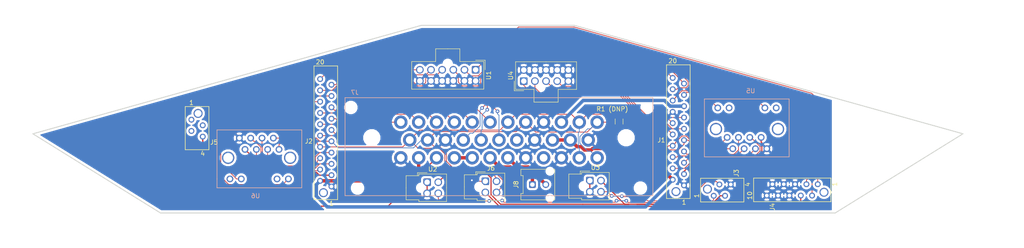
<source format=kicad_pcb>
(kicad_pcb (version 20171130) (host pcbnew 5.0.2-bee76a0~70~ubuntu18.04.1)

  (general
    (thickness 1.6)
    (drawings 6)
    (tracks 485)
    (zones 0)
    (modules 15)
    (nets 58)
  )

  (page A4)
  (layers
    (0 F.Cu signal)
    (31 B.Cu signal)
    (32 B.Adhes user)
    (33 F.Adhes user)
    (34 B.Paste user)
    (35 F.Paste user)
    (36 B.SilkS user)
    (37 F.SilkS user)
    (38 B.Mask user)
    (39 F.Mask user)
    (40 Dwgs.User user)
    (41 Cmts.User user)
    (42 Eco1.User user)
    (43 Eco2.User user)
    (44 Edge.Cuts user)
    (45 Margin user)
    (46 B.CrtYd user)
    (47 F.CrtYd user)
    (48 B.Fab user)
    (49 F.Fab user)
  )

  (setup
    (last_trace_width 0.254)
    (user_trace_width 0.1524)
    (user_trace_width 0.254)
    (user_trace_width 0.762)
    (trace_clearance 0.2)
    (zone_clearance 0.508)
    (zone_45_only no)
    (trace_min 0.1524)
    (segment_width 0.2)
    (edge_width 0.2)
    (via_size 0.8)
    (via_drill 0.4)
    (via_min_size 0.4)
    (via_min_drill 0.3)
    (user_via 0.6096 0.3048)
    (uvia_size 0.3)
    (uvia_drill 0.1)
    (uvias_allowed no)
    (uvia_min_size 0.2)
    (uvia_min_drill 0.1)
    (pcb_text_width 0.3)
    (pcb_text_size 1.5 1.5)
    (mod_edge_width 0.15)
    (mod_text_size 1 1)
    (mod_text_width 0.15)
    (pad_size 1.524 1.524)
    (pad_drill 0.762)
    (pad_to_mask_clearance 0.051)
    (solder_mask_min_width 0.25)
    (aux_axis_origin 0 0)
    (visible_elements FFFFFF7F)
    (pcbplotparams
      (layerselection 0x010fc_ffffffff)
      (usegerberextensions false)
      (usegerberattributes false)
      (usegerberadvancedattributes false)
      (creategerberjobfile false)
      (excludeedgelayer true)
      (linewidth 0.076200)
      (plotframeref false)
      (viasonmask false)
      (mode 1)
      (useauxorigin false)
      (hpglpennumber 1)
      (hpglpenspeed 20)
      (hpglpendiameter 15.000000)
      (psnegative false)
      (psa4output false)
      (plotreference true)
      (plotvalue true)
      (plotinvisibletext false)
      (padsonsilk false)
      (subtractmaskfromsilk false)
      (outputformat 1)
      (mirror false)
      (drillshape 1)
      (scaleselection 1)
      (outputdirectory ""))
  )

  (net 0 "")
  (net 1 /MOSI_DUX)
  (net 2 /5V_DUX)
  (net 3 GND)
  (net 4 /RESET_DUX)
  (net 5 +12V)
  (net 6 /MISO_DUX)
  (net 7 /SCK_DUX)
  (net 8 /CANH)
  (net 9 /CANL)
  (net 10 /START_BTN)
  (net 11 /START_LED)
  (net 12 /BMS_LED)
  (net 13 /IMD_LED)
  (net 14 /RTD_LSD)
  (net 15 /RJ45_LED_O_DUX)
  (net 16 /RJ45_LED_G_DUX)
  (net 17 /STEERING_POT_+)
  (net 18 /STEERING_POT_SENSE)
  (net 19 /STEERING_POT_-)
  (net 20 /DRIVE_MODE_-)
  (net 21 /DRIVE_MODE_SENSE)
  (net 22 /DRIVE_MODE_+)
  (net 23 /RJ45_LED_G_THROTTLE)
  (net 24 /RJ45_LED_O_THROTTLE)
  (net 25 /THROTTLE_POT_2_-)
  (net 26 /THROTTLE_POT_2_SENSE)
  (net 27 /THROTTLE_POT_2_+)
  (net 28 /THROTTLE_POT_1_-)
  (net 29 /THROTTLE_POT_1_SENSE)
  (net 30 /THROTTLE_POT_1_+)
  (net 31 /SCK_THROTTLE)
  (net 32 /MISO_THROTTLE)
  (net 33 /RESET_THROTTLE)
  (net 34 /5V_THROTTLE)
  (net 35 /MOSI_THROTTLE)
  (net 36 /5V_LED_BARS)
  (net 37 /SPEED_LED_BAR)
  (net 38 /SOC_LED_BAR)
  (net 39 /BRAKE_LED)
  (net 40 /LV_LED)
  (net 41 /HV_LED)
  (net 42 /5V_STEERING)
  (net 43 /5V_CAN_LOGGER)
  (net 44 /SS_INERTIA)
  (net 45 /SS_BOTS)
  (net 46 /SS_ESTOP)
  (net 47 /ESTOP>HVD)
  (net 48 /BOTS>ESTOP)
  (net 49 /IS>BOTS)
  (net 50 "Net-(U5-Pad14)")
  (net 51 "Net-(U5-Pad13)")
  (net 52 "Net-(U5-Pad9)")
  (net 53 "Net-(U5-Pad11)")
  (net 54 "Net-(U6-Pad11)")
  (net 55 "Net-(U6-Pad9)")
  (net 56 "Net-(U6-Pad13)")
  (net 57 "Net-(U6-Pad14)")

  (net_class Default "This is the default net class."
    (clearance 0.2)
    (trace_width 0.25)
    (via_dia 0.8)
    (via_drill 0.4)
    (uvia_dia 0.3)
    (uvia_drill 0.1)
    (add_net +12V)
    (add_net /5V_CAN_LOGGER)
    (add_net /5V_DUX)
    (add_net /5V_LED_BARS)
    (add_net /5V_STEERING)
    (add_net /5V_THROTTLE)
    (add_net /BMS_LED)
    (add_net /BOTS>ESTOP)
    (add_net /BRAKE_LED)
    (add_net /CANH)
    (add_net /CANL)
    (add_net /DRIVE_MODE_+)
    (add_net /DRIVE_MODE_-)
    (add_net /DRIVE_MODE_SENSE)
    (add_net /ESTOP>HVD)
    (add_net /HV_LED)
    (add_net /IMD_LED)
    (add_net /IS>BOTS)
    (add_net /LV_LED)
    (add_net /MISO_DUX)
    (add_net /MISO_THROTTLE)
    (add_net /MOSI_DUX)
    (add_net /MOSI_THROTTLE)
    (add_net /RESET_DUX)
    (add_net /RESET_THROTTLE)
    (add_net /RJ45_LED_G_DUX)
    (add_net /RJ45_LED_G_THROTTLE)
    (add_net /RJ45_LED_O_DUX)
    (add_net /RJ45_LED_O_THROTTLE)
    (add_net /RTD_LSD)
    (add_net /SCK_DUX)
    (add_net /SCK_THROTTLE)
    (add_net /SOC_LED_BAR)
    (add_net /SPEED_LED_BAR)
    (add_net /SS_BOTS)
    (add_net /SS_ESTOP)
    (add_net /SS_INERTIA)
    (add_net /START_BTN)
    (add_net /START_LED)
    (add_net /STEERING_POT_+)
    (add_net /STEERING_POT_-)
    (add_net /STEERING_POT_SENSE)
    (add_net /THROTTLE_POT_1_+)
    (add_net /THROTTLE_POT_1_-)
    (add_net /THROTTLE_POT_1_SENSE)
    (add_net /THROTTLE_POT_2_+)
    (add_net /THROTTLE_POT_2_-)
    (add_net /THROTTLE_POT_2_SENSE)
    (add_net GND)
    (add_net "Net-(U5-Pad11)")
    (add_net "Net-(U5-Pad13)")
    (add_net "Net-(U5-Pad14)")
    (add_net "Net-(U5-Pad9)")
    (add_net "Net-(U6-Pad11)")
    (add_net "Net-(U6-Pad13)")
    (add_net "Net-(U6-Pad14)")
    (add_net "Net-(U6-Pad9)")
  )

  (module Connector_Molex:Molex_Nano-Fit_105310-xx04_2x02_P2.50mm_Vertical (layer F.Cu) (tedit 5B7830BB) (tstamp 5DE7760C)
    (at 171.647 88.9454)
    (descr "Molex Nano-Fit Power Connectors, 105310-xx04, 2 Pins per row (http://www.molex.com/pdm_docs/sd/1053101208_sd.pdf), generated with kicad-footprint-generator")
    (tags "connector Molex Nano-Fit side entry")
    (path /5DCB561E)
    (fp_text reference U3 (at 1.25 -2.92) (layer F.SilkS)
      (effects (font (size 1 1) (thickness 0.15)))
    )
    (fp_text value Nanofit_4 (at 1.25 5.42) (layer F.Fab)
      (effects (font (size 1 1) (thickness 0.15)))
    )
    (fp_text user %R (at 3.54 1.25 90) (layer F.Fab)
      (effects (font (size 1 1) (thickness 0.15)))
    )
    (fp_line (start 0 -1.012893) (end 0.5 -1.72) (layer F.Fab) (width 0.1))
    (fp_line (start -0.5 -1.72) (end 0 -1.012893) (layer F.Fab) (width 0.1))
    (fp_line (start -2.15 -2.13) (end -2.15 -1.46) (layer F.SilkS) (width 0.12))
    (fp_line (start 0 -2.13) (end -2.15 -2.13) (layer F.SilkS) (width 0.12))
    (fp_line (start -2.02 -0.85) (end -4.1 -0.85) (layer F.Fab) (width 0.1))
    (fp_line (start -2.02 3.35) (end -2.02 -0.85) (layer F.Fab) (width 0.1))
    (fp_line (start -4.1 3.35) (end -2.02 3.35) (layer F.Fab) (width 0.1))
    (fp_line (start -4.1 -0.85) (end -4.1 3.35) (layer F.Fab) (width 0.1))
    (fp_line (start -5.1 4.35) (end -5.1 1.25) (layer F.CrtYd) (width 0.05))
    (fp_line (start -2.24 4.35) (end -5.1 4.35) (layer F.CrtYd) (width 0.05))
    (fp_line (start -2.24 4.72) (end -2.24 4.35) (layer F.CrtYd) (width 0.05))
    (fp_line (start 4.74 4.72) (end -2.24 4.72) (layer F.CrtYd) (width 0.05))
    (fp_line (start 4.74 1.25) (end 4.74 4.72) (layer F.CrtYd) (width 0.05))
    (fp_line (start -5.1 -1.85) (end -5.1 1.25) (layer F.CrtYd) (width 0.05))
    (fp_line (start -2.24 -1.85) (end -5.1 -1.85) (layer F.CrtYd) (width 0.05))
    (fp_line (start -2.24 -2.22) (end -2.24 -1.85) (layer F.CrtYd) (width 0.05))
    (fp_line (start 4.74 -2.22) (end -2.24 -2.22) (layer F.CrtYd) (width 0.05))
    (fp_line (start 4.74 1.25) (end 4.74 -2.22) (layer F.CrtYd) (width 0.05))
    (fp_line (start -4.71 3.96) (end -4.71 1.25) (layer F.SilkS) (width 0.12))
    (fp_line (start -1.85 3.96) (end -4.71 3.96) (layer F.SilkS) (width 0.12))
    (fp_line (start -1.85 4.33) (end -1.85 3.96) (layer F.SilkS) (width 0.12))
    (fp_line (start 4.35 4.33) (end -1.85 4.33) (layer F.SilkS) (width 0.12))
    (fp_line (start 4.35 1.25) (end 4.35 4.33) (layer F.SilkS) (width 0.12))
    (fp_line (start -4.71 -1.46) (end -4.71 1.25) (layer F.SilkS) (width 0.12))
    (fp_line (start -1.85 -1.46) (end -4.71 -1.46) (layer F.SilkS) (width 0.12))
    (fp_line (start -1.85 -1.83) (end -1.85 -1.46) (layer F.SilkS) (width 0.12))
    (fp_line (start 4.35 -1.83) (end -1.85 -1.83) (layer F.SilkS) (width 0.12))
    (fp_line (start 4.35 1.25) (end 4.35 -1.83) (layer F.SilkS) (width 0.12))
    (fp_line (start -4.6 3.85) (end -4.6 1.25) (layer F.Fab) (width 0.1))
    (fp_line (start -1.74 3.85) (end -4.6 3.85) (layer F.Fab) (width 0.1))
    (fp_line (start -1.74 4.22) (end -1.74 3.85) (layer F.Fab) (width 0.1))
    (fp_line (start 4.24 4.22) (end -1.74 4.22) (layer F.Fab) (width 0.1))
    (fp_line (start 4.24 1.25) (end 4.24 4.22) (layer F.Fab) (width 0.1))
    (fp_line (start -4.6 -1.35) (end -4.6 1.25) (layer F.Fab) (width 0.1))
    (fp_line (start -1.74 -1.35) (end -4.6 -1.35) (layer F.Fab) (width 0.1))
    (fp_line (start -1.74 -1.72) (end -1.74 -1.35) (layer F.Fab) (width 0.1))
    (fp_line (start 4.24 -1.72) (end -1.74 -1.72) (layer F.Fab) (width 0.1))
    (fp_line (start 4.24 1.25) (end 4.24 -1.72) (layer F.Fab) (width 0.1))
    (pad "" np_thru_hole circle (at -1.34 1.25) (size 1.3 1.3) (drill 1.3) (layers *.Cu *.Mask))
    (pad 4 thru_hole circle (at 2.5 2.5) (size 1.7 1.7) (drill 1.2) (layers *.Cu *.Mask)
      (net 38 /SOC_LED_BAR))
    (pad 3 thru_hole circle (at 2.5 0) (size 1.7 1.7) (drill 1.2) (layers *.Cu *.Mask)
      (net 36 /5V_LED_BARS))
    (pad 2 thru_hole circle (at 0 2.5) (size 1.7 1.7) (drill 1.2) (layers *.Cu *.Mask)
      (net 3 GND))
    (pad 1 thru_hole custom (at 0 0) (size 1.417157 1.417157) (drill 1.2) (layers *.Cu *.Mask)
      (net 3 GND)
      (options (clearance outline) (anchor circle))
      (primitives
        (gr_poly (pts
           (xy -0.6 -0.6) (xy 0.6 -0.6) (xy 0.6 0.6) (xy -0.2 0.6) (xy -0.6 0.2)
) (width 0.5))
      ))
    (model ${KISYS3DMOD}/Connector_Molex.3dshapes/Molex_Nano-Fit_105310-xx04_2x02_P2.50mm_Vertical.wrl
      (at (xyz 0 0 0))
      (scale (xyz 1 1 1))
      (rotate (xyz 0 0 0))
    )
  )

  (module footprints:RJ45-Vertical (layer B.Cu) (tedit 5C8B020C) (tstamp 5DE77670)
    (at 104.0828 88.5698 180)
    (path /5DC9E4A2)
    (fp_text reference U6 (at 7.366 -3.81 180) (layer B.SilkS)
      (effects (font (size 1 1) (thickness 0.15)) (justify mirror))
    )
    (fp_text value RJ45_VT (at 6.4516 13.0048 180) (layer B.Fab)
      (effects (font (size 1 1) (thickness 0.15)) (justify mirror))
    )
    (fp_line (start 16 -2) (end 16 0) (layer B.SilkS) (width 0.15))
    (fp_line (start -3 -2) (end 16 -2) (layer B.SilkS) (width 0.15))
    (fp_line (start -3 11) (end -3 -2) (layer B.SilkS) (width 0.15))
    (fp_line (start 16 11) (end -3 11) (layer B.SilkS) (width 0.15))
    (fp_line (start 16 0) (end 16 11) (layer B.SilkS) (width 0.15))
    (pad 12 thru_hole circle (at 0 0 180) (size 1.5 1.5) (drill 0.95) (layers *.Cu *.Mask)
      (net 23 /RJ45_LED_G_THROTTLE))
    (pad 11 thru_hole circle (at 2.54 0 180) (size 1.5 1.5) (drill 0.95) (layers *.Cu *.Mask)
      (net 54 "Net-(U6-Pad11)"))
    (pad 9 thru_hole circle (at 13.1 0 180) (size 1.5 1.5) (drill 0.95) (layers *.Cu *.Mask)
      (net 55 "Net-(U6-Pad9)"))
    (pad 10 thru_hole circle (at 10.56 0 180) (size 1.5 1.5) (drill 0.95) (layers *.Cu *.Mask)
      (net 24 /RJ45_LED_O_THROTTLE))
    (pad 1 thru_hole circle (at 2.1 6.63 180) (size 1.5 1.5) (drill 0.95) (layers *.Cu *.Mask)
      (net 8 /CANH))
    (pad 3 thru_hole circle (at 4.64 6.63 180) (size 1.5 1.5) (drill 0.95) (layers *.Cu *.Mask)
      (net 33 /RESET_THROTTLE))
    (pad 5 thru_hole circle (at 7.18 6.63 180) (size 1.5 1.5) (drill 0.95) (layers *.Cu *.Mask)
      (net 32 /MISO_THROTTLE))
    (pad 7 thru_hole circle (at 9.72 6.63 180) (size 1.5 1.5) (drill 0.95) (layers *.Cu *.Mask)
      (net 34 /5V_THROTTLE))
    (pad 2 thru_hole circle (at 3.37 9.17 180) (size 1.5 1.5) (drill 0.95) (layers *.Cu *.Mask)
      (net 9 /CANL))
    (pad 4 thru_hole circle (at 5.91 9.17 180) (size 1.5 1.5) (drill 0.95) (layers *.Cu *.Mask)
      (net 31 /SCK_THROTTLE))
    (pad 6 thru_hole circle (at 8.45 9.17 180) (size 1.5 1.5) (drill 0.95) (layers *.Cu *.Mask B.Paste)
      (net 35 /MOSI_THROTTLE))
    (pad 8 thru_hole circle (at 10.99 9.17 180) (size 1.5 1.5) (drill 0.95) (layers *.Cu *.Mask)
      (net 3 GND))
    (pad 13 thru_hole circle (at -0.4 4.75 180) (size 2.75 2.75) (drill 2.18) (layers *.Cu *.Mask)
      (net 56 "Net-(U6-Pad13)"))
    (pad 14 thru_hole circle (at 13.5 4.75 180) (size 2.75 2.75) (drill 2.18) (layers *.Cu *.Mask)
      (net 57 "Net-(U6-Pad14)"))
    (model ${LOCAL_DIR}/OEM_Preferred_Parts/3DModels/rj45-vert/rj45-vert.step
      (at (xyz 0 0 0))
      (scale (xyz 1 1 1))
      (rotate (xyz 0 0 0))
    )
  )

  (module Connector_Molex:Molex_Nano-Fit_105310-xx12_2x06_P2.50mm_Vertical (layer F.Cu) (tedit 5B7830BB) (tstamp 5DE775AC)
    (at 146.05 64.0588 270)
    (descr "Molex Nano-Fit Power Connectors, 105310-xx12, 6 Pins per row (http://www.molex.com/pdm_docs/sd/1053101208_sd.pdf), generated with kicad-footprint-generator")
    (tags "connector Molex Nano-Fit side entry")
    (path /5DCBAD7A)
    (fp_text reference U1 (at 1.25 -2.92 270) (layer F.SilkS)
      (effects (font (size 1 1) (thickness 0.15)))
    )
    (fp_text value Nanofit_12 (at 1.25 15.42 270) (layer F.Fab)
      (effects (font (size 1 1) (thickness 0.15)))
    )
    (fp_line (start 4.24 6.25) (end 4.24 -1.72) (layer F.Fab) (width 0.1))
    (fp_line (start 4.24 -1.72) (end -1.74 -1.72) (layer F.Fab) (width 0.1))
    (fp_line (start -1.74 -1.72) (end -1.74 3.65) (layer F.Fab) (width 0.1))
    (fp_line (start -1.74 3.65) (end -4.6 3.65) (layer F.Fab) (width 0.1))
    (fp_line (start -4.6 3.65) (end -4.6 6.25) (layer F.Fab) (width 0.1))
    (fp_line (start 4.24 6.25) (end 4.24 14.22) (layer F.Fab) (width 0.1))
    (fp_line (start 4.24 14.22) (end -1.74 14.22) (layer F.Fab) (width 0.1))
    (fp_line (start -1.74 14.22) (end -1.74 8.85) (layer F.Fab) (width 0.1))
    (fp_line (start -1.74 8.85) (end -4.6 8.85) (layer F.Fab) (width 0.1))
    (fp_line (start -4.6 8.85) (end -4.6 6.25) (layer F.Fab) (width 0.1))
    (fp_line (start 4.35 6.25) (end 4.35 -1.83) (layer F.SilkS) (width 0.12))
    (fp_line (start 4.35 -1.83) (end -1.85 -1.83) (layer F.SilkS) (width 0.12))
    (fp_line (start -1.85 -1.83) (end -1.85 3.54) (layer F.SilkS) (width 0.12))
    (fp_line (start -1.85 3.54) (end -4.71 3.54) (layer F.SilkS) (width 0.12))
    (fp_line (start -4.71 3.54) (end -4.71 6.25) (layer F.SilkS) (width 0.12))
    (fp_line (start 4.35 6.25) (end 4.35 14.33) (layer F.SilkS) (width 0.12))
    (fp_line (start 4.35 14.33) (end -1.85 14.33) (layer F.SilkS) (width 0.12))
    (fp_line (start -1.85 14.33) (end -1.85 8.96) (layer F.SilkS) (width 0.12))
    (fp_line (start -1.85 8.96) (end -4.71 8.96) (layer F.SilkS) (width 0.12))
    (fp_line (start -4.71 8.96) (end -4.71 6.25) (layer F.SilkS) (width 0.12))
    (fp_line (start 4.74 6.25) (end 4.74 -2.22) (layer F.CrtYd) (width 0.05))
    (fp_line (start 4.74 -2.22) (end -2.24 -2.22) (layer F.CrtYd) (width 0.05))
    (fp_line (start -2.24 -2.22) (end -2.24 3.15) (layer F.CrtYd) (width 0.05))
    (fp_line (start -2.24 3.15) (end -5.1 3.15) (layer F.CrtYd) (width 0.05))
    (fp_line (start -5.1 3.15) (end -5.1 6.25) (layer F.CrtYd) (width 0.05))
    (fp_line (start 4.74 6.25) (end 4.74 14.72) (layer F.CrtYd) (width 0.05))
    (fp_line (start 4.74 14.72) (end -2.24 14.72) (layer F.CrtYd) (width 0.05))
    (fp_line (start -2.24 14.72) (end -2.24 9.35) (layer F.CrtYd) (width 0.05))
    (fp_line (start -2.24 9.35) (end -5.1 9.35) (layer F.CrtYd) (width 0.05))
    (fp_line (start -5.1 9.35) (end -5.1 6.25) (layer F.CrtYd) (width 0.05))
    (fp_line (start -4.1 4.15) (end -4.1 8.35) (layer F.Fab) (width 0.1))
    (fp_line (start -4.1 8.35) (end -2.02 8.35) (layer F.Fab) (width 0.1))
    (fp_line (start -2.02 8.35) (end -2.02 4.15) (layer F.Fab) (width 0.1))
    (fp_line (start -2.02 4.15) (end -4.1 4.15) (layer F.Fab) (width 0.1))
    (fp_line (start 0 -2.13) (end -2.15 -2.13) (layer F.SilkS) (width 0.12))
    (fp_line (start -2.15 -2.13) (end -2.15 0) (layer F.SilkS) (width 0.12))
    (fp_line (start -0.5 -1.72) (end 0 -1.012893) (layer F.Fab) (width 0.1))
    (fp_line (start 0 -1.012893) (end 0.5 -1.72) (layer F.Fab) (width 0.1))
    (fp_text user %R (at 3.54 6.25) (layer F.Fab)
      (effects (font (size 1 1) (thickness 0.15)))
    )
    (pad 1 thru_hole roundrect (at 0 0 270) (size 1.7 1.7) (drill 1.2) (layers *.Cu *.Mask) (roundrect_rratio 0.147059)
      (net 40 /LV_LED))
    (pad 2 thru_hole circle (at 0 2.5 270) (size 1.7 1.7) (drill 1.2) (layers *.Cu *.Mask)
      (net 41 /HV_LED))
    (pad 3 thru_hole circle (at 0 5 270) (size 1.7 1.7) (drill 1.2) (layers *.Cu *.Mask)
      (net 39 /BRAKE_LED))
    (pad 4 thru_hole circle (at 0 7.5 270) (size 1.7 1.7) (drill 1.2) (layers *.Cu *.Mask)
      (net 22 /DRIVE_MODE_+))
    (pad 5 thru_hole circle (at 0 10 270) (size 1.7 1.7) (drill 1.2) (layers *.Cu *.Mask)
      (net 21 /DRIVE_MODE_SENSE))
    (pad 6 thru_hole circle (at 0 12.5 270) (size 1.7 1.7) (drill 1.2) (layers *.Cu *.Mask)
      (net 20 /DRIVE_MODE_-))
    (pad 7 thru_hole circle (at 2.5 0 270) (size 1.7 1.7) (drill 1.2) (layers *.Cu *.Mask)
      (net 3 GND))
    (pad 8 thru_hole circle (at 2.5 2.5 270) (size 1.7 1.7) (drill 1.2) (layers *.Cu *.Mask)
      (net 3 GND))
    (pad 9 thru_hole circle (at 2.5 5 270) (size 1.7 1.7) (drill 1.2) (layers *.Cu *.Mask)
      (net 3 GND))
    (pad 10 thru_hole circle (at 2.5 7.5 270) (size 1.7 1.7) (drill 1.2) (layers *.Cu *.Mask)
      (net 3 GND))
    (pad 11 thru_hole circle (at 2.5 10 270) (size 1.7 1.7) (drill 1.2) (layers *.Cu *.Mask)
      (net 3 GND))
    (pad 12 thru_hole circle (at 2.5 12.5 270) (size 1.7 1.7) (drill 1.2) (layers *.Cu *.Mask)
      (net 3 GND))
    (pad "" np_thru_hole circle (at -1.34 6.25 270) (size 1.3 1.3) (drill 1.3) (layers *.Cu *.Mask))
    (model ${KISYS3DMOD}/Connector_Molex.3dshapes/Molex_Nano-Fit_105310-xx12_2x06_P2.50mm_Vertical.wrl
      (at (xyz 0 0 0))
      (scale (xyz 1 1 1))
      (rotate (xyz 0 0 0))
    )
  )

  (module Connector_Molex:Molex_Nano-Fit_105310-xx10_2x05_P2.50mm_Vertical (layer F.Cu) (tedit 5B7830BB) (tstamp 5DE77642)
    (at 156.838 66.6096 90)
    (descr "Molex Nano-Fit Power Connectors, 105310-xx10, 5 Pins per row (http://www.molex.com/pdm_docs/sd/1053101208_sd.pdf), generated with kicad-footprint-generator")
    (tags "connector Molex Nano-Fit side entry")
    (path /5DCB9D7D)
    (fp_text reference U4 (at 1.25 -2.92 90) (layer F.SilkS)
      (effects (font (size 1 1) (thickness 0.15)))
    )
    (fp_text value Nanofit_10 (at 1.25 12.92 90) (layer F.Fab)
      (effects (font (size 1 1) (thickness 0.15)))
    )
    (fp_line (start 4.24 5) (end 4.24 -1.72) (layer F.Fab) (width 0.1))
    (fp_line (start 4.24 -1.72) (end -1.74 -1.72) (layer F.Fab) (width 0.1))
    (fp_line (start -1.74 -1.72) (end -1.74 2.4) (layer F.Fab) (width 0.1))
    (fp_line (start -1.74 2.4) (end -4.6 2.4) (layer F.Fab) (width 0.1))
    (fp_line (start -4.6 2.4) (end -4.6 5) (layer F.Fab) (width 0.1))
    (fp_line (start 4.24 5) (end 4.24 11.72) (layer F.Fab) (width 0.1))
    (fp_line (start 4.24 11.72) (end -1.74 11.72) (layer F.Fab) (width 0.1))
    (fp_line (start -1.74 11.72) (end -1.74 7.6) (layer F.Fab) (width 0.1))
    (fp_line (start -1.74 7.6) (end -4.6 7.6) (layer F.Fab) (width 0.1))
    (fp_line (start -4.6 7.6) (end -4.6 5) (layer F.Fab) (width 0.1))
    (fp_line (start 4.35 5) (end 4.35 -1.83) (layer F.SilkS) (width 0.12))
    (fp_line (start 4.35 -1.83) (end -1.85 -1.83) (layer F.SilkS) (width 0.12))
    (fp_line (start -1.85 -1.83) (end -1.85 2.29) (layer F.SilkS) (width 0.12))
    (fp_line (start -1.85 2.29) (end -4.71 2.29) (layer F.SilkS) (width 0.12))
    (fp_line (start -4.71 2.29) (end -4.71 5) (layer F.SilkS) (width 0.12))
    (fp_line (start 4.35 5) (end 4.35 11.83) (layer F.SilkS) (width 0.12))
    (fp_line (start 4.35 11.83) (end -1.85 11.83) (layer F.SilkS) (width 0.12))
    (fp_line (start -1.85 11.83) (end -1.85 7.71) (layer F.SilkS) (width 0.12))
    (fp_line (start -1.85 7.71) (end -4.71 7.71) (layer F.SilkS) (width 0.12))
    (fp_line (start -4.71 7.71) (end -4.71 5) (layer F.SilkS) (width 0.12))
    (fp_line (start 4.74 5) (end 4.74 -2.22) (layer F.CrtYd) (width 0.05))
    (fp_line (start 4.74 -2.22) (end -2.24 -2.22) (layer F.CrtYd) (width 0.05))
    (fp_line (start -2.24 -2.22) (end -2.24 1.9) (layer F.CrtYd) (width 0.05))
    (fp_line (start -2.24 1.9) (end -5.1 1.9) (layer F.CrtYd) (width 0.05))
    (fp_line (start -5.1 1.9) (end -5.1 5) (layer F.CrtYd) (width 0.05))
    (fp_line (start 4.74 5) (end 4.74 12.22) (layer F.CrtYd) (width 0.05))
    (fp_line (start 4.74 12.22) (end -2.24 12.22) (layer F.CrtYd) (width 0.05))
    (fp_line (start -2.24 12.22) (end -2.24 8.1) (layer F.CrtYd) (width 0.05))
    (fp_line (start -2.24 8.1) (end -5.1 8.1) (layer F.CrtYd) (width 0.05))
    (fp_line (start -5.1 8.1) (end -5.1 5) (layer F.CrtYd) (width 0.05))
    (fp_line (start -4.1 2.9) (end -4.1 7.1) (layer F.Fab) (width 0.1))
    (fp_line (start -4.1 7.1) (end -2.02 7.1) (layer F.Fab) (width 0.1))
    (fp_line (start -2.02 7.1) (end -2.02 2.9) (layer F.Fab) (width 0.1))
    (fp_line (start -2.02 2.9) (end -4.1 2.9) (layer F.Fab) (width 0.1))
    (fp_line (start 0 -2.13) (end -2.15 -2.13) (layer F.SilkS) (width 0.12))
    (fp_line (start -2.15 -2.13) (end -2.15 0) (layer F.SilkS) (width 0.12))
    (fp_line (start -0.5 -1.72) (end 0 -1.012893) (layer F.Fab) (width 0.1))
    (fp_line (start 0 -1.012893) (end 0.5 -1.72) (layer F.Fab) (width 0.1))
    (fp_text user %R (at 3.54 5 180) (layer F.Fab)
      (effects (font (size 1 1) (thickness 0.15)))
    )
    (pad 1 thru_hole roundrect (at 0 0 90) (size 1.7 1.7) (drill 1.2) (layers *.Cu *.Mask) (roundrect_rratio 0.147059)
      (net 10 /START_BTN))
    (pad 2 thru_hole circle (at 0 2.5 90) (size 1.7 1.7) (drill 1.2) (layers *.Cu *.Mask)
      (net 11 /START_LED))
    (pad 3 thru_hole circle (at 0 5 90) (size 1.7 1.7) (drill 1.2) (layers *.Cu *.Mask)
      (net 12 /BMS_LED))
    (pad 4 thru_hole circle (at 0 7.5 90) (size 1.7 1.7) (drill 1.2) (layers *.Cu *.Mask)
      (net 13 /IMD_LED))
    (pad 5 thru_hole circle (at 0 10 90) (size 1.7 1.7) (drill 1.2) (layers *.Cu *.Mask)
      (net 3 GND))
    (pad 6 thru_hole circle (at 2.5 0 90) (size 1.7 1.7) (drill 1.2) (layers *.Cu *.Mask)
      (net 3 GND))
    (pad 7 thru_hole circle (at 2.5 2.5 90) (size 1.7 1.7) (drill 1.2) (layers *.Cu *.Mask)
      (net 3 GND))
    (pad 8 thru_hole circle (at 2.5 5 90) (size 1.7 1.7) (drill 1.2) (layers *.Cu *.Mask)
      (net 3 GND))
    (pad 9 thru_hole circle (at 2.5 7.5 90) (size 1.7 1.7) (drill 1.2) (layers *.Cu *.Mask)
      (net 3 GND))
    (pad 10 thru_hole circle (at 2.5 10 90) (size 1.7 1.7) (drill 1.2) (layers *.Cu *.Mask)
      (net 3 GND))
    (pad "" np_thru_hole circle (at -1.34 3.75 90) (size 1.3 1.3) (drill 1.3) (layers *.Cu *.Mask))
    (model ${KISYS3DMOD}/Connector_Molex.3dshapes/Molex_Nano-Fit_105310-xx10_2x05_P2.50mm_Vertical.wrl
      (at (xyz 0 0 0))
      (scale (xyz 1 1 1))
      (rotate (xyz 0 0 0))
    )
  )

  (module footprints:micromatch_female_vert_4 (layer F.Cu) (tedit 5C16B8A4) (tstamp 5DE774C9)
    (at 204.4954 92.3544 90)
    (path /5DC9CE0A)
    (fp_text reference J3 (at 5.08 0 90) (layer F.SilkS)
      (effects (font (size 1 1) (thickness 0.15)))
    )
    (fp_text value MM_F_VT_04 (at 6.35 -1.27 180) (layer F.Fab) hide
      (effects (font (size 1 1) (thickness 0.15)))
    )
    (fp_text user 4 (at 2.54 2.54 90) (layer F.SilkS)
      (effects (font (size 1 1) (thickness 0.15)))
    )
    (fp_text user 1 (at 0 -8.89 90) (layer F.SilkS)
      (effects (font (size 1 1) (thickness 0.15)))
    )
    (fp_line (start -1.38 1.67) (end 3.92 1.67) (layer F.SilkS) (width 0.15))
    (fp_line (start -1.38 -8.02) (end 3.92 -8.02) (layer F.SilkS) (width 0.15))
    (fp_line (start -1.38 1.67) (end -1.38 -8.02) (layer F.SilkS) (width 0.15))
    (fp_line (start 3.92 1.67) (end 3.92 -8.02) (layer F.SilkS) (width 0.15))
    (pad 3 thru_hole circle (at 0 -2.54 90) (size 1.3 1.3) (drill 0.8) (layers *.Cu *.Mask)
      (net 36 /5V_LED_BARS))
    (pad 1 thru_hole circle (at 0 -5.08 90) (size 1.3 1.3) (drill 0.8) (layers *.Cu *.Mask)
      (net 37 /SPEED_LED_BAR))
    (pad 2 thru_hole circle (at 2.54 -3.81 90) (size 1.3 1.3) (drill 0.8) (layers *.Cu *.Mask)
      (net 38 /SOC_LED_BAR))
    (pad 4 thru_hole circle (at 2.54 -1.27 90) (size 1.3 1.3) (drill 0.8) (layers *.Cu *.Mask)
      (net 3 GND))
    (pad 5 thru_hole circle (at 1.5 -6.48 90) (size 2 2) (drill 1.5) (layers *.Cu *.Mask))
    (model ${LOCAL_DIR}/OEM_Preferred_Parts/3DModels/micromatch_vert4/micromatch_vert4.wrl
      (at (xyz 0 0 0))
      (scale (xyz 1 1 1))
      (rotate (xyz 0 0 0))
    )
  )

  (module footprints:Ampseal_35 (layer B.Cu) (tedit 5C8B01DC) (tstamp 5DE7754E)
    (at 122.7836 79.3242)
    (path /5DC9DA96)
    (fp_text reference J7 (at -3.81 -10.16) (layer B.SilkS)
      (effects (font (size 1 1) (thickness 0.15)) (justify mirror))
    )
    (fp_text value Ampseal_35_VT (at -1.524 13.97) (layer B.Fab)
      (effects (font (size 1 1) (thickness 0.15)) (justify mirror))
    )
    (fp_line (start -6 13) (end 63 13) (layer B.SilkS) (width 0.15))
    (fp_line (start 63 13) (end 63 -9) (layer B.SilkS) (width 0.15))
    (fp_line (start 63 -9) (end -6 -9) (layer B.SilkS) (width 0.15))
    (fp_line (start -6 -9) (end -6 13) (layer B.SilkS) (width 0.15))
    (pad "" np_thru_hole circle (at 57 0) (size 2.85 2.85) (drill 2.85) (layers *.Cu *.Mask))
    (pad "" np_thru_hole circle (at 61.7 -6.8) (size 2 2) (drill 2) (layers *.Cu *.Mask))
    (pad "" np_thru_hole circle (at -4.7 -6.8) (size 2 2) (drill 2) (layers *.Cu *.Mask))
    (pad "" np_thru_hole circle (at 60.2 11.3) (size 2 2) (drill 2) (layers *.Cu *.Mask))
    (pad "" np_thru_hole circle (at -3.2 11.3) (size 2 2) (drill 2) (layers *.Cu *.Mask))
    (pad 31 thru_hole circle (at 34.5 -3.5) (size 3 3) (drill 1.75) (layers *.Cu *.Mask)
      (net 9 /CANL))
    (pad 25 thru_hole circle (at 10.5 -3.5) (size 3 3) (drill 1.75) (layers *.Cu *.Mask)
      (net 29 /THROTTLE_POT_1_SENSE))
    (pad 26 thru_hole circle (at 14.5 -3.5) (size 3 3) (drill 1.75) (layers *.Cu *.Mask)
      (net 28 /THROTTLE_POT_1_-))
    (pad 27 thru_hole circle (at 18.5 -3.5) (size 3 3) (drill 1.75) (layers *.Cu *.Mask)
      (net 27 /THROTTLE_POT_2_+))
    (pad 28 thru_hole circle (at 22.5 -3.5) (size 3 3) (drill 1.75) (layers *.Cu *.Mask)
      (net 26 /THROTTLE_POT_2_SENSE))
    (pad 29 thru_hole circle (at 26.5 -3.5) (size 3 3) (drill 1.75) (layers *.Cu *.Mask)
      (net 25 /THROTTLE_POT_2_-))
    (pad 30 thru_hole circle (at 30.5 -3.5) (size 3 3) (drill 1.75) (layers *.Cu *.Mask)
      (net 8 /CANH))
    (pad 14 thru_hole circle (at 12.5 0.5) (size 3 3) (drill 1.75) (layers *.Cu *.Mask)
      (net 9 /CANL))
    (pad 15 thru_hole circle (at 16.5 0.5) (size 3 3) (drill 1.75) (layers *.Cu *.Mask)
      (net 3 GND))
    (pad 17 thru_hole circle (at 24.5 0.5) (size 3 3) (drill 1.75) (layers *.Cu *.Mask)
      (net 18 /STEERING_POT_SENSE))
    (pad 16 thru_hole circle (at 20.5 0.5) (size 3 3) (drill 1.75) (layers *.Cu *.Mask)
      (net 17 /STEERING_POT_+))
    (pad 18 thru_hole circle (at 28.5 0.5) (size 3 3) (drill 1.75) (layers *.Cu *.Mask)
      (net 19 /STEERING_POT_-))
    (pad 19 thru_hole circle (at 32.5 0.5) (size 3 3) (drill 1.75) (layers *.Cu *.Mask)
      (net 2 /5V_DUX))
    (pad 7 thru_hole circle (at 30.5 4.5) (size 3 3) (drill 1.75) (layers *.Cu *.Mask)
      (net 47 /ESTOP>HVD))
    (pad 6 thru_hole circle (at 26.5 4.5) (size 3 3) (drill 1.75) (layers *.Cu *.Mask)
      (net 48 /BOTS>ESTOP))
    (pad 4 thru_hole circle (at 18.5 4.5) (size 3 3) (drill 1.75) (layers *.Cu *.Mask)
      (net 49 /IS>BOTS))
    (pad 5 thru_hole circle (at 22.5 4.5) (size 3 3) (drill 1.75) (layers *.Cu *.Mask)
      (net 49 /IS>BOTS))
    (pad 3 thru_hole circle (at 14.5 4.5) (size 3 3) (drill 1.75) (layers *.Cu *.Mask)
      (net 43 /5V_CAN_LOGGER))
    (pad 2 thru_hole circle (at 10.5 4.5) (size 3 3) (drill 1.75) (layers *.Cu *.Mask)
      (net 5 +12V))
    (pad 24 thru_hole circle (at 6.5 -3.5) (size 3 3) (drill 1.75) (layers *.Cu *.Mask)
      (net 30 /THROTTLE_POT_1_+))
    (pad 13 thru_hole circle (at 8.5 0.5) (size 3 3) (drill 1.75) (layers *.Cu *.Mask)
      (net 8 /CANH))
    (pad 1 thru_hole circle (at 6.5 4.5) (size 3 3) (drill 1.75) (layers *.Cu *.Mask)
      (net 3 GND))
    (pad "" np_thru_hole circle (at 0 0) (size 2.85 2.85) (drill 2.85) (layers *.Cu *.Mask))
    (pad 8 thru_hole circle (at 34.5 4.5) (size 3 3) (drill 1.75) (layers *.Cu *.Mask)
      (net 3 GND))
    (pad 20 thru_hole circle (at 36.5 0.5) (size 3 3) (drill 1.75) (layers *.Cu *.Mask)
      (net 3 GND))
    (pad 32 thru_hole circle (at 38.5 -3.5) (size 3 3) (drill 1.75) (layers *.Cu *.Mask)
      (net 3 GND))
    (pad 9 thru_hole circle (at 38.5 4.5) (size 3 3) (drill 1.75) (layers *.Cu *.Mask)
      (net 34 /5V_THROTTLE))
    (pad 33 thru_hole circle (at 42.5 -3.5) (size 3 3) (drill 1.75) (layers *.Cu *.Mask)
      (net 14 /RTD_LSD))
    (pad 21 thru_hole circle (at 40.5 0.5) (size 3 3) (drill 1.75) (layers *.Cu *.Mask)
      (net 5 +12V))
    (pad 10 thru_hole circle (at 42.5 4.5) (size 3 3) (drill 1.75) (layers *.Cu *.Mask)
      (net 3 GND))
    (pad 34 thru_hole circle (at 46.5 -3.5) (size 3 3) (drill 1.75) (layers *.Cu *.Mask)
      (net 8 /CANH))
    (pad 22 thru_hole circle (at 44.5 0.5) (size 3 3) (drill 1.75) (layers *.Cu *.Mask)
      (net 5 +12V))
    (pad 11 thru_hole circle (at 46.5 4.5) (size 3 3) (drill 1.75) (layers *.Cu *.Mask)
      (net 8 /CANH))
    (pad 35 thru_hole circle (at 50.5 -3.5) (size 3 3) (drill 1.75) (layers *.Cu *.Mask)
      (net 9 /CANL))
    (pad 23 thru_hole circle (at 48.5 0.5) (size 3 3) (drill 1.75) (layers *.Cu *.Mask)
      (net 3 GND))
    (pad 12 thru_hole circle (at 50.5 4.5) (size 3 3) (drill 1.75) (layers *.Cu *.Mask)
      (net 9 /CANL))
    (model ${LOCAL_DIR}/OEM_Preferred_Parts/3DModels/Ampseal-35/C-1-776231-4.step
      (at (xyz 0 0 0))
      (scale (xyz 1 1 1))
      (rotate (xyz 0 0 0))
    )
  )

  (module footprints:micromatch_female_vert_20 (layer F.Cu) (tedit 5C3D138E) (tstamp 5DE7749B)
    (at 192.7606 84.9376 180)
    (path /5DC9C7F3)
    (fp_text reference J1 (at 5.08 5.08 180) (layer F.SilkS)
      (effects (font (size 1 1) (thickness 0.15)))
    )
    (fp_text value MM_F_VT_20 (at 6.35 0 270) (layer F.Fab) hide
      (effects (font (size 1 1) (thickness 0.15)))
    )
    (fp_text user 20 (at 2.54 22.86 180) (layer F.SilkS)
      (effects (font (size 1 1) (thickness 0.15)))
    )
    (fp_text user 1 (at 0 -8.89 180) (layer F.SilkS)
      (effects (font (size 1 1) (thickness 0.15)))
    )
    (fp_line (start -1.38 21.99) (end 3.92 21.99) (layer F.SilkS) (width 0.15))
    (fp_line (start -1.38 -8.02) (end 3.92 -8.02) (layer F.SilkS) (width 0.15))
    (fp_line (start -1.38 21.99) (end -1.38 -8.02) (layer F.SilkS) (width 0.15))
    (fp_line (start 3.92 21.99) (end 3.92 -8.02) (layer F.SilkS) (width 0.15))
    (pad 5 thru_hole circle (at 0 0 180) (size 1.3 1.3) (drill 0.8) (layers *.Cu *.Mask)
      (net 1 /MOSI_DUX))
    (pad 3 thru_hole circle (at 0 -2.54 180) (size 1.3 1.3) (drill 0.8) (layers *.Cu *.Mask)
      (net 2 /5V_DUX))
    (pad 1 thru_hole circle (at 0 -5.08 180) (size 1.3 1.3) (drill 0.8) (layers *.Cu *.Mask)
      (net 3 GND))
    (pad 7 thru_hole circle (at 0 2.54 180) (size 1.3 1.3) (drill 0.8) (layers *.Cu *.Mask)
      (net 4 /RESET_DUX))
    (pad 2 thru_hole circle (at 2.54 -3.81 180) (size 1.3 1.3) (drill 0.8) (layers *.Cu *.Mask)
      (net 5 +12V))
    (pad 4 thru_hole circle (at 2.54 -1.27 180) (size 1.3 1.3) (drill 0.8) (layers *.Cu *.Mask)
      (net 6 /MISO_DUX))
    (pad 6 thru_hole circle (at 2.54 1.27 180) (size 1.3 1.3) (drill 0.8) (layers *.Cu *.Mask)
      (net 7 /SCK_DUX))
    (pad 8 thru_hole circle (at 2.54 3.81 180) (size 1.3 1.3) (drill 0.8) (layers *.Cu *.Mask)
      (net 8 /CANH))
    (pad 9 thru_hole circle (at 0 5.08 180) (size 1.3 1.3) (drill 0.8) (layers *.Cu *.Mask)
      (net 9 /CANL))
    (pad 10 thru_hole circle (at 2.54 6.35 180) (size 1.3 1.3) (drill 0.8) (layers *.Cu *.Mask)
      (net 10 /START_BTN))
    (pad 11 thru_hole circle (at 0 7.62 180) (size 1.3 1.3) (drill 0.8) (layers *.Cu *.Mask)
      (net 11 /START_LED))
    (pad 12 thru_hole circle (at 2.54 8.89 180) (size 1.3 1.3) (drill 0.8) (layers *.Cu *.Mask)
      (net 12 /BMS_LED))
    (pad 13 thru_hole circle (at 0 10.16 180) (size 1.3 1.3) (drill 0.8) (layers *.Cu *.Mask)
      (net 13 /IMD_LED))
    (pad 14 thru_hole circle (at 2.54 11.43 180) (size 1.3 1.3) (drill 0.8) (layers *.Cu *.Mask)
      (net 3 GND))
    (pad 15 thru_hole circle (at 0 12.7 180) (size 1.3 1.3) (drill 0.8) (layers *.Cu *.Mask)
      (net 14 /RTD_LSD))
    (pad 16 thru_hole circle (at 2.54 13.97 180) (size 1.3 1.3) (drill 0.8) (layers *.Cu *.Mask)
      (net 15 /RJ45_LED_O_DUX))
    (pad 17 thru_hole circle (at 0 15.24 180) (size 1.3 1.3) (drill 0.8) (layers *.Cu *.Mask)
      (net 16 /RJ45_LED_G_DUX))
    (pad 18 thru_hole circle (at 2.54 16.51 180) (size 1.3 1.3) (drill 0.8) (layers *.Cu *.Mask)
      (net 17 /STEERING_POT_+))
    (pad 19 thru_hole circle (at 0 17.78 180) (size 1.3 1.3) (drill 0.8) (layers *.Cu *.Mask)
      (net 18 /STEERING_POT_SENSE))
    (pad 20 thru_hole circle (at 2.54 19.05 180) (size 1.3 1.3) (drill 0.8) (layers *.Cu *.Mask)
      (net 19 /STEERING_POT_-))
    (pad 21 thru_hole circle (at 1.8 -6.48 180) (size 2 2) (drill 1.5) (layers *.Cu *.Mask))
    (model ${LOCAL_DIR}/OEM_Preferred_Parts/3DModels/micromatch-female-vert-20/micromatch-female-vert-20.step
      (at (xyz 0 0 0))
      (scale (xyz 1 1 1))
      (rotate (xyz 0 0 0))
    )
  )

  (module footprints:micromatch_female_vert_20 (layer F.Cu) (tedit 5C3D138E) (tstamp 5DE774BA)
    (at 113.7412 85.1916 180)
    (path /5DC9C8A5)
    (fp_text reference J2 (at 5.08 5.08 180) (layer F.SilkS)
      (effects (font (size 1 1) (thickness 0.15)))
    )
    (fp_text value MM_F_VT_20 (at 6.35 0 270) (layer F.Fab) hide
      (effects (font (size 1 1) (thickness 0.15)))
    )
    (fp_line (start 3.92 21.99) (end 3.92 -8.02) (layer F.SilkS) (width 0.15))
    (fp_line (start -1.38 21.99) (end -1.38 -8.02) (layer F.SilkS) (width 0.15))
    (fp_line (start -1.38 -8.02) (end 3.92 -8.02) (layer F.SilkS) (width 0.15))
    (fp_line (start -1.38 21.99) (end 3.92 21.99) (layer F.SilkS) (width 0.15))
    (fp_text user 1 (at 0 -8.89 180) (layer F.SilkS)
      (effects (font (size 1 1) (thickness 0.15)))
    )
    (fp_text user 20 (at 2.54 22.86 180) (layer F.SilkS)
      (effects (font (size 1 1) (thickness 0.15)))
    )
    (pad 21 thru_hole circle (at 1.8 -6.48 180) (size 2 2) (drill 1.5) (layers *.Cu *.Mask))
    (pad 20 thru_hole circle (at 2.54 19.05 180) (size 1.3 1.3) (drill 0.8) (layers *.Cu *.Mask)
      (net 20 /DRIVE_MODE_-))
    (pad 19 thru_hole circle (at 0 17.78 180) (size 1.3 1.3) (drill 0.8) (layers *.Cu *.Mask)
      (net 21 /DRIVE_MODE_SENSE))
    (pad 18 thru_hole circle (at 2.54 16.51 180) (size 1.3 1.3) (drill 0.8) (layers *.Cu *.Mask)
      (net 22 /DRIVE_MODE_+))
    (pad 17 thru_hole circle (at 0 15.24 180) (size 1.3 1.3) (drill 0.8) (layers *.Cu *.Mask)
      (net 23 /RJ45_LED_G_THROTTLE))
    (pad 16 thru_hole circle (at 2.54 13.97 180) (size 1.3 1.3) (drill 0.8) (layers *.Cu *.Mask)
      (net 24 /RJ45_LED_O_THROTTLE))
    (pad 15 thru_hole circle (at 0 12.7 180) (size 1.3 1.3) (drill 0.8) (layers *.Cu *.Mask)
      (net 25 /THROTTLE_POT_2_-))
    (pad 14 thru_hole circle (at 2.54 11.43 180) (size 1.3 1.3) (drill 0.8) (layers *.Cu *.Mask)
      (net 26 /THROTTLE_POT_2_SENSE))
    (pad 13 thru_hole circle (at 0 10.16 180) (size 1.3 1.3) (drill 0.8) (layers *.Cu *.Mask)
      (net 27 /THROTTLE_POT_2_+))
    (pad 12 thru_hole circle (at 2.54 8.89 180) (size 1.3 1.3) (drill 0.8) (layers *.Cu *.Mask)
      (net 28 /THROTTLE_POT_1_-))
    (pad 11 thru_hole circle (at 0 7.62 180) (size 1.3 1.3) (drill 0.8) (layers *.Cu *.Mask)
      (net 29 /THROTTLE_POT_1_SENSE))
    (pad 10 thru_hole circle (at 2.54 6.35 180) (size 1.3 1.3) (drill 0.8) (layers *.Cu *.Mask)
      (net 30 /THROTTLE_POT_1_+))
    (pad 9 thru_hole circle (at 0 5.08 180) (size 1.3 1.3) (drill 0.8) (layers *.Cu *.Mask)
      (net 9 /CANL))
    (pad 8 thru_hole circle (at 2.54 3.81 180) (size 1.3 1.3) (drill 0.8) (layers *.Cu *.Mask)
      (net 8 /CANH))
    (pad 6 thru_hole circle (at 2.54 1.27 180) (size 1.3 1.3) (drill 0.8) (layers *.Cu *.Mask)
      (net 31 /SCK_THROTTLE))
    (pad 4 thru_hole circle (at 2.54 -1.27 180) (size 1.3 1.3) (drill 0.8) (layers *.Cu *.Mask)
      (net 32 /MISO_THROTTLE))
    (pad 2 thru_hole circle (at 2.54 -3.81 180) (size 1.3 1.3) (drill 0.8) (layers *.Cu *.Mask)
      (net 5 +12V))
    (pad 7 thru_hole circle (at 0 2.54 180) (size 1.3 1.3) (drill 0.8) (layers *.Cu *.Mask)
      (net 33 /RESET_THROTTLE))
    (pad 1 thru_hole circle (at 0 -5.08 180) (size 1.3 1.3) (drill 0.8) (layers *.Cu *.Mask)
      (net 3 GND))
    (pad 3 thru_hole circle (at 0 -2.54 180) (size 1.3 1.3) (drill 0.8) (layers *.Cu *.Mask)
      (net 34 /5V_THROTTLE))
    (pad 5 thru_hole circle (at 0 0 180) (size 1.3 1.3) (drill 0.8) (layers *.Cu *.Mask)
      (net 35 /MOSI_THROTTLE))
    (model ${LOCAL_DIR}/OEM_Preferred_Parts/3DModels/micromatch-female-vert-20/micromatch-female-vert-20.step
      (at (xyz 0 0 0))
      (scale (xyz 1 1 1))
      (rotate (xyz 0 0 0))
    )
  )

  (module footprints:micromatch_female_vert_10 (layer F.Cu) (tedit 5DBF064B) (tstamp 5DE774DE)
    (at 217.0176 91.0336 270)
    (path /5DC9CB1E)
    (fp_text reference J4 (at 3.81 4.445 270) (layer F.SilkS)
      (effects (font (size 1 1) (thickness 0.15)))
    )
    (fp_text value MM_F_VT_10 (at 5.1308 -0.3048) (layer F.Fab) hide
      (effects (font (size 1 1) (thickness 0.15)))
    )
    (fp_text user 10 (at 1.27 9.525 270) (layer F.SilkS)
      (effects (font (size 1 1) (thickness 0.15)))
    )
    (fp_text user 1 (at -1.27 -9.525 270) (layer F.SilkS)
      (effects (font (size 1 1) (thickness 0.15)))
    )
    (fp_line (start -2.65 8.655) (end 2.65 8.655) (layer F.SilkS) (width 0.15))
    (fp_line (start -2.65 -8.655) (end 2.65 -8.655) (layer F.SilkS) (width 0.15))
    (fp_line (start -2.65 8.655) (end -2.65 -8.655) (layer F.SilkS) (width 0.15))
    (fp_line (start 2.65 8.655) (end 2.65 -8.655) (layer F.SilkS) (width 0.15))
    (pad 5 thru_hole circle (at -1.27 -0.635 270) (size 1.3 1.3) (drill 0.8) (layers *.Cu *.Mask)
      (net 3 GND))
    (pad 3 thru_hole circle (at -1.27 -3.175 270) (size 1.3 1.3) (drill 0.8) (layers *.Cu *.Mask)
      (net 39 /BRAKE_LED))
    (pad 1 thru_hole circle (at -1.27 -5.715 270) (size 1.3 1.3) (drill 0.8) (layers *.Cu *.Mask)
      (net 40 /LV_LED))
    (pad 7 thru_hole circle (at -1.27 1.905 270) (size 1.3 1.3) (drill 0.8) (layers *.Cu *.Mask)
      (net 3 GND))
    (pad 2 thru_hole circle (at 1.27 -4.445 270) (size 1.3 1.3) (drill 0.8) (layers *.Cu *.Mask)
      (net 41 /HV_LED))
    (pad 4 thru_hole circle (at 1.27 -1.905 270) (size 1.3 1.3) (drill 0.8) (layers *.Cu *.Mask)
      (net 42 /5V_STEERING))
    (pad 6 thru_hole circle (at 1.27 0.635 270) (size 1.3 1.3) (drill 0.8) (layers *.Cu *.Mask)
      (net 3 GND))
    (pad 8 thru_hole circle (at 1.27 3.175 270) (size 1.3 1.3) (drill 0.8) (layers *.Cu *.Mask)
      (net 3 GND))
    (pad 9 thru_hole circle (at -1.27 4.445 270) (size 1.3 1.3) (drill 0.8) (layers *.Cu *.Mask)
      (net 3 GND))
    (pad 10 thru_hole circle (at 1.27 5.715 270) (size 1.3 1.3) (drill 0.8) (layers *.Cu *.Mask)
      (net 3 GND))
    (pad 11 thru_hole circle (at 0.53 -7.115 270) (size 2 2) (drill 1.5) (layers *.Cu *.Mask))
    (model ${LOCAL_DIR}/OEM_Preferred_Parts/3DModels/micromatch_vert10/micromatch_10_vert.step
      (offset (xyz -1.2 0.7 0))
      (scale (xyz 1 1 1))
      (rotate (xyz 0 0 0))
    )
  )

  (module footprints:micromatch_female_vert_4 (layer F.Cu) (tedit 5C16B8A4) (tstamp 5DE774ED)
    (at 82.3468 80.3402)
    (path /5DC9CE7C)
    (fp_text reference J5 (at 5.08 0) (layer F.SilkS)
      (effects (font (size 1 1) (thickness 0.15)))
    )
    (fp_text value MM_F_VT_04 (at 6.35 -1.27 90) (layer F.Fab) hide
      (effects (font (size 1 1) (thickness 0.15)))
    )
    (fp_line (start 3.92 1.67) (end 3.92 -8.02) (layer F.SilkS) (width 0.15))
    (fp_line (start -1.38 1.67) (end -1.38 -8.02) (layer F.SilkS) (width 0.15))
    (fp_line (start -1.38 -8.02) (end 3.92 -8.02) (layer F.SilkS) (width 0.15))
    (fp_line (start -1.38 1.67) (end 3.92 1.67) (layer F.SilkS) (width 0.15))
    (fp_text user 1 (at 0 -8.89) (layer F.SilkS)
      (effects (font (size 1 1) (thickness 0.15)))
    )
    (fp_text user 4 (at 2.54 2.54) (layer F.SilkS)
      (effects (font (size 1 1) (thickness 0.15)))
    )
    (pad 5 thru_hole circle (at 1.5 -6.48) (size 2 2) (drill 1.5) (layers *.Cu *.Mask))
    (pad 4 thru_hole circle (at 2.54 -1.27) (size 1.3 1.3) (drill 0.8) (layers *.Cu *.Mask)
      (net 43 /5V_CAN_LOGGER))
    (pad 2 thru_hole circle (at 2.54 -3.81) (size 1.3 1.3) (drill 0.8) (layers *.Cu *.Mask)
      (net 44 /SS_INERTIA))
    (pad 1 thru_hole circle (at 0 -5.08) (size 1.3 1.3) (drill 0.8) (layers *.Cu *.Mask)
      (net 45 /SS_BOTS))
    (pad 3 thru_hole circle (at 0 -2.54) (size 1.3 1.3) (drill 0.8) (layers *.Cu *.Mask)
      (net 46 /SS_ESTOP))
    (model ${LOCAL_DIR}/OEM_Preferred_Parts/3DModels/micromatch_vert4/micromatch_vert4.wrl
      (at (xyz 0 0 0))
      (scale (xyz 1 1 1))
      (rotate (xyz 0 0 0))
    )
  )

  (module Connector_Molex:Molex_Nano-Fit_105310-xx04_2x02_P2.50mm_Vertical (layer F.Cu) (tedit 5B7830BB) (tstamp 5DE7751D)
    (at 148.2344 89.1032)
    (descr "Molex Nano-Fit Power Connectors, 105310-xx04, 2 Pins per row (http://www.molex.com/pdm_docs/sd/1053101208_sd.pdf), generated with kicad-footprint-generator")
    (tags "connector Molex Nano-Fit side entry")
    (path /5DCF3CB6)
    (fp_text reference J6 (at 1.25 -2.92) (layer F.SilkS)
      (effects (font (size 1 1) (thickness 0.15)))
    )
    (fp_text value NF_F_RA_2x02 (at 1.25 5.42) (layer F.Fab)
      (effects (font (size 1 1) (thickness 0.15)))
    )
    (fp_line (start 4.24 1.25) (end 4.24 -1.72) (layer F.Fab) (width 0.1))
    (fp_line (start 4.24 -1.72) (end -1.74 -1.72) (layer F.Fab) (width 0.1))
    (fp_line (start -1.74 -1.72) (end -1.74 -1.35) (layer F.Fab) (width 0.1))
    (fp_line (start -1.74 -1.35) (end -4.6 -1.35) (layer F.Fab) (width 0.1))
    (fp_line (start -4.6 -1.35) (end -4.6 1.25) (layer F.Fab) (width 0.1))
    (fp_line (start 4.24 1.25) (end 4.24 4.22) (layer F.Fab) (width 0.1))
    (fp_line (start 4.24 4.22) (end -1.74 4.22) (layer F.Fab) (width 0.1))
    (fp_line (start -1.74 4.22) (end -1.74 3.85) (layer F.Fab) (width 0.1))
    (fp_line (start -1.74 3.85) (end -4.6 3.85) (layer F.Fab) (width 0.1))
    (fp_line (start -4.6 3.85) (end -4.6 1.25) (layer F.Fab) (width 0.1))
    (fp_line (start 4.35 1.25) (end 4.35 -1.83) (layer F.SilkS) (width 0.12))
    (fp_line (start 4.35 -1.83) (end -1.85 -1.83) (layer F.SilkS) (width 0.12))
    (fp_line (start -1.85 -1.83) (end -1.85 -1.46) (layer F.SilkS) (width 0.12))
    (fp_line (start -1.85 -1.46) (end -4.71 -1.46) (layer F.SilkS) (width 0.12))
    (fp_line (start -4.71 -1.46) (end -4.71 1.25) (layer F.SilkS) (width 0.12))
    (fp_line (start 4.35 1.25) (end 4.35 4.33) (layer F.SilkS) (width 0.12))
    (fp_line (start 4.35 4.33) (end -1.85 4.33) (layer F.SilkS) (width 0.12))
    (fp_line (start -1.85 4.33) (end -1.85 3.96) (layer F.SilkS) (width 0.12))
    (fp_line (start -1.85 3.96) (end -4.71 3.96) (layer F.SilkS) (width 0.12))
    (fp_line (start -4.71 3.96) (end -4.71 1.25) (layer F.SilkS) (width 0.12))
    (fp_line (start 4.74 1.25) (end 4.74 -2.22) (layer F.CrtYd) (width 0.05))
    (fp_line (start 4.74 -2.22) (end -2.24 -2.22) (layer F.CrtYd) (width 0.05))
    (fp_line (start -2.24 -2.22) (end -2.24 -1.85) (layer F.CrtYd) (width 0.05))
    (fp_line (start -2.24 -1.85) (end -5.1 -1.85) (layer F.CrtYd) (width 0.05))
    (fp_line (start -5.1 -1.85) (end -5.1 1.25) (layer F.CrtYd) (width 0.05))
    (fp_line (start 4.74 1.25) (end 4.74 4.72) (layer F.CrtYd) (width 0.05))
    (fp_line (start 4.74 4.72) (end -2.24 4.72) (layer F.CrtYd) (width 0.05))
    (fp_line (start -2.24 4.72) (end -2.24 4.35) (layer F.CrtYd) (width 0.05))
    (fp_line (start -2.24 4.35) (end -5.1 4.35) (layer F.CrtYd) (width 0.05))
    (fp_line (start -5.1 4.35) (end -5.1 1.25) (layer F.CrtYd) (width 0.05))
    (fp_line (start -4.1 -0.85) (end -4.1 3.35) (layer F.Fab) (width 0.1))
    (fp_line (start -4.1 3.35) (end -2.02 3.35) (layer F.Fab) (width 0.1))
    (fp_line (start -2.02 3.35) (end -2.02 -0.85) (layer F.Fab) (width 0.1))
    (fp_line (start -2.02 -0.85) (end -4.1 -0.85) (layer F.Fab) (width 0.1))
    (fp_line (start 0 -2.13) (end -2.15 -2.13) (layer F.SilkS) (width 0.12))
    (fp_line (start -2.15 -2.13) (end -2.15 -1.46) (layer F.SilkS) (width 0.12))
    (fp_line (start -0.5 -1.72) (end 0 -1.012893) (layer F.Fab) (width 0.1))
    (fp_line (start 0 -1.012893) (end 0.5 -1.72) (layer F.Fab) (width 0.1))
    (fp_text user %R (at 3.54 1.25 90) (layer F.Fab)
      (effects (font (size 1 1) (thickness 0.15)))
    )
    (pad 1 thru_hole custom (at 0 0) (size 1.417157 1.417157) (drill 1.2) (layers *.Cu *.Mask)
      (net 3 GND)
      (options (clearance outline) (anchor circle))
      (primitives
        (gr_poly (pts
           (xy -0.6 -0.6) (xy 0.6 -0.6) (xy 0.6 0.6) (xy -0.2 0.6) (xy -0.6 0.2)
) (width 0.5))
      ))
    (pad 2 thru_hole circle (at 0 2.5) (size 1.7 1.7) (drill 1.2) (layers *.Cu *.Mask)
      (net 42 /5V_STEERING))
    (pad 3 thru_hole circle (at 2.5 0) (size 1.7 1.7) (drill 1.2) (layers *.Cu *.Mask)
      (net 8 /CANH))
    (pad 4 thru_hole circle (at 2.5 2.5) (size 1.7 1.7) (drill 1.2) (layers *.Cu *.Mask)
      (net 9 /CANL))
    (pad "" np_thru_hole circle (at -1.34 1.25) (size 1.3 1.3) (drill 1.3) (layers *.Cu *.Mask))
    (model ${KISYS3DMOD}/Connector_Molex.3dshapes/Molex_Nano-Fit_105310-xx04_2x02_P2.50mm_Vertical.wrl
      (at (xyz 0 0 0))
      (scale (xyz 1 1 1))
      (rotate (xyz 0 0 0))
    )
  )

  (module Connector_Molex:Molex_Micro-Fit_3.0_43045-0212_2x01_P3.00mm_Vertical (layer F.Cu) (tedit 5B78138F) (tstamp 5DE77574)
    (at 158.7754 89.8398 90)
    (descr "Molex Micro-Fit 3.0 Connector System, 43045-0212 (compatible alternatives: 43045-0213, 43045-0224), 1 Pins per row (http://www.molex.com/pdm_docs/sd/430450212_sd.pdf), generated with kicad-footprint-generator")
    (tags "connector Molex Micro-Fit_3.0 side entry")
    (path /5DCFB5BE)
    (fp_text reference J8 (at 0 -3.67 90) (layer F.SilkS)
      (effects (font (size 1 1) (thickness 0.15)))
    )
    (fp_text value MicroFit_RA_V_2 (at -5.2832 2.54 180) (layer F.Fab)
      (effects (font (size 1 1) (thickness 0.15)))
    )
    (fp_line (start -2.125 -1.97) (end -2.125 -2.47) (layer F.Fab) (width 0.1))
    (fp_line (start -2.125 -2.47) (end -3.325 -2.47) (layer F.Fab) (width 0.1))
    (fp_line (start -3.325 -2.47) (end -3.325 4.9) (layer F.Fab) (width 0.1))
    (fp_line (start -3.325 4.9) (end 3.325 4.9) (layer F.Fab) (width 0.1))
    (fp_line (start 3.325 4.9) (end 3.325 -2.47) (layer F.Fab) (width 0.1))
    (fp_line (start 3.325 -2.47) (end 2.125 -2.47) (layer F.Fab) (width 0.1))
    (fp_line (start 2.125 -2.47) (end 2.125 -1.97) (layer F.Fab) (width 0.1))
    (fp_line (start 2.125 -1.97) (end -2.125 -1.97) (layer F.Fab) (width 0.1))
    (fp_line (start -3.325 -1.34) (end -2.125 -1.97) (layer F.Fab) (width 0.1))
    (fp_line (start 3.325 -1.34) (end 2.125 -1.97) (layer F.Fab) (width 0.1))
    (fp_line (start -0.7 4.9) (end -0.7 6.3) (layer F.Fab) (width 0.1))
    (fp_line (start -0.7 6.3) (end 0.7 6.3) (layer F.Fab) (width 0.1))
    (fp_line (start 0.7 6.3) (end 0.7 4.9) (layer F.Fab) (width 0.1))
    (fp_line (start -0.5 -1.97) (end 0 -1.262893) (layer F.Fab) (width 0.1))
    (fp_line (start 0 -1.262893) (end 0.5 -1.97) (layer F.Fab) (width 0.1))
    (fp_line (start -3.435 4.7) (end -3.435 5.01) (layer F.SilkS) (width 0.12))
    (fp_line (start -3.435 5.01) (end 3.435 5.01) (layer F.SilkS) (width 0.12))
    (fp_line (start 3.435 5.01) (end 3.435 4.7) (layer F.SilkS) (width 0.12))
    (fp_line (start -3.435 3.18) (end -3.435 -2.58) (layer F.SilkS) (width 0.12))
    (fp_line (start -3.435 -2.58) (end -2.015 -2.58) (layer F.SilkS) (width 0.12))
    (fp_line (start -2.015 -2.58) (end -2.015 -2.08) (layer F.SilkS) (width 0.12))
    (fp_line (start -2.015 -2.08) (end 2.015 -2.08) (layer F.SilkS) (width 0.12))
    (fp_line (start 2.015 -2.08) (end 2.015 -2.58) (layer F.SilkS) (width 0.12))
    (fp_line (start 2.015 -2.58) (end 3.435 -2.58) (layer F.SilkS) (width 0.12))
    (fp_line (start 3.435 -2.58) (end 3.435 3.18) (layer F.SilkS) (width 0.12))
    (fp_line (start -3.82 -2.97) (end 3.82 -2.97) (layer F.CrtYd) (width 0.05))
    (fp_line (start 3.82 -2.97) (end 3.82 6.8) (layer F.CrtYd) (width 0.05))
    (fp_line (start 3.82 6.8) (end -3.82 6.8) (layer F.CrtYd) (width 0.05))
    (fp_line (start -3.82 6.8) (end -3.82 -2.97) (layer F.CrtYd) (width 0.05))
    (fp_text user %R (at 0 4.2 90) (layer F.Fab)
      (effects (font (size 1 1) (thickness 0.15)))
    )
    (pad "" np_thru_hole circle (at -3 3.94 90) (size 1 1) (drill 1) (layers *.Cu *.Mask))
    (pad "" np_thru_hole circle (at 3 3.94 90) (size 1 1) (drill 1) (layers *.Cu *.Mask))
    (pad 1 thru_hole roundrect (at 0 0 90) (size 1.5 1.5) (drill 1) (layers *.Cu *.Mask) (roundrect_rratio 0.166667)
      (net 48 /BOTS>ESTOP))
    (pad 2 thru_hole circle (at 0 3 90) (size 1.5 1.5) (drill 1) (layers *.Cu *.Mask)
      (net 47 /ESTOP>HVD))
    (model ${KISYS3DMOD}/Connector_Molex.3dshapes/Molex_Micro-Fit_3.0_43045-0212_2x01_P3.00mm_Vertical.wrl
      (at (xyz 0 0 0))
      (scale (xyz 1 1 1))
      (rotate (xyz 0 0 0))
    )
  )

  (module Connector_Molex:Molex_Nano-Fit_105310-xx04_2x02_P2.50mm_Vertical (layer F.Cu) (tedit 5B7830BB) (tstamp 5DE775DC)
    (at 135.1788 89.3064)
    (descr "Molex Nano-Fit Power Connectors, 105310-xx04, 2 Pins per row (http://www.molex.com/pdm_docs/sd/1053101208_sd.pdf), generated with kicad-footprint-generator")
    (tags "connector Molex Nano-Fit side entry")
    (path /5DCB468B)
    (fp_text reference U2 (at 1.25 -2.92) (layer F.SilkS)
      (effects (font (size 1 1) (thickness 0.15)))
    )
    (fp_text value Nanofit_4 (at 1.25 5.42) (layer F.Fab)
      (effects (font (size 1 1) (thickness 0.15)))
    )
    (fp_line (start 4.24 1.25) (end 4.24 -1.72) (layer F.Fab) (width 0.1))
    (fp_line (start 4.24 -1.72) (end -1.74 -1.72) (layer F.Fab) (width 0.1))
    (fp_line (start -1.74 -1.72) (end -1.74 -1.35) (layer F.Fab) (width 0.1))
    (fp_line (start -1.74 -1.35) (end -4.6 -1.35) (layer F.Fab) (width 0.1))
    (fp_line (start -4.6 -1.35) (end -4.6 1.25) (layer F.Fab) (width 0.1))
    (fp_line (start 4.24 1.25) (end 4.24 4.22) (layer F.Fab) (width 0.1))
    (fp_line (start 4.24 4.22) (end -1.74 4.22) (layer F.Fab) (width 0.1))
    (fp_line (start -1.74 4.22) (end -1.74 3.85) (layer F.Fab) (width 0.1))
    (fp_line (start -1.74 3.85) (end -4.6 3.85) (layer F.Fab) (width 0.1))
    (fp_line (start -4.6 3.85) (end -4.6 1.25) (layer F.Fab) (width 0.1))
    (fp_line (start 4.35 1.25) (end 4.35 -1.83) (layer F.SilkS) (width 0.12))
    (fp_line (start 4.35 -1.83) (end -1.85 -1.83) (layer F.SilkS) (width 0.12))
    (fp_line (start -1.85 -1.83) (end -1.85 -1.46) (layer F.SilkS) (width 0.12))
    (fp_line (start -1.85 -1.46) (end -4.71 -1.46) (layer F.SilkS) (width 0.12))
    (fp_line (start -4.71 -1.46) (end -4.71 1.25) (layer F.SilkS) (width 0.12))
    (fp_line (start 4.35 1.25) (end 4.35 4.33) (layer F.SilkS) (width 0.12))
    (fp_line (start 4.35 4.33) (end -1.85 4.33) (layer F.SilkS) (width 0.12))
    (fp_line (start -1.85 4.33) (end -1.85 3.96) (layer F.SilkS) (width 0.12))
    (fp_line (start -1.85 3.96) (end -4.71 3.96) (layer F.SilkS) (width 0.12))
    (fp_line (start -4.71 3.96) (end -4.71 1.25) (layer F.SilkS) (width 0.12))
    (fp_line (start 4.74 1.25) (end 4.74 -2.22) (layer F.CrtYd) (width 0.05))
    (fp_line (start 4.74 -2.22) (end -2.24 -2.22) (layer F.CrtYd) (width 0.05))
    (fp_line (start -2.24 -2.22) (end -2.24 -1.85) (layer F.CrtYd) (width 0.05))
    (fp_line (start -2.24 -1.85) (end -5.1 -1.85) (layer F.CrtYd) (width 0.05))
    (fp_line (start -5.1 -1.85) (end -5.1 1.25) (layer F.CrtYd) (width 0.05))
    (fp_line (start 4.74 1.25) (end 4.74 4.72) (layer F.CrtYd) (width 0.05))
    (fp_line (start 4.74 4.72) (end -2.24 4.72) (layer F.CrtYd) (width 0.05))
    (fp_line (start -2.24 4.72) (end -2.24 4.35) (layer F.CrtYd) (width 0.05))
    (fp_line (start -2.24 4.35) (end -5.1 4.35) (layer F.CrtYd) (width 0.05))
    (fp_line (start -5.1 4.35) (end -5.1 1.25) (layer F.CrtYd) (width 0.05))
    (fp_line (start -4.1 -0.85) (end -4.1 3.35) (layer F.Fab) (width 0.1))
    (fp_line (start -4.1 3.35) (end -2.02 3.35) (layer F.Fab) (width 0.1))
    (fp_line (start -2.02 3.35) (end -2.02 -0.85) (layer F.Fab) (width 0.1))
    (fp_line (start -2.02 -0.85) (end -4.1 -0.85) (layer F.Fab) (width 0.1))
    (fp_line (start 0 -2.13) (end -2.15 -2.13) (layer F.SilkS) (width 0.12))
    (fp_line (start -2.15 -2.13) (end -2.15 -1.46) (layer F.SilkS) (width 0.12))
    (fp_line (start -0.5 -1.72) (end 0 -1.012893) (layer F.Fab) (width 0.1))
    (fp_line (start 0 -1.012893) (end 0.5 -1.72) (layer F.Fab) (width 0.1))
    (fp_text user %R (at 3.54 1.25 90) (layer F.Fab)
      (effects (font (size 1 1) (thickness 0.15)))
    )
    (pad 1 thru_hole custom (at 0 0) (size 1.417157 1.417157) (drill 1.2) (layers *.Cu *.Mask)
      (net 3 GND)
      (options (clearance outline) (anchor circle))
      (primitives
        (gr_poly (pts
           (xy -0.6 -0.6) (xy 0.6 -0.6) (xy 0.6 0.6) (xy -0.2 0.6) (xy -0.6 0.2)
) (width 0.5))
      ))
    (pad 2 thru_hole circle (at 0 2.5) (size 1.7 1.7) (drill 1.2) (layers *.Cu *.Mask)
      (net 3 GND))
    (pad 3 thru_hole circle (at 2.5 0) (size 1.7 1.7) (drill 1.2) (layers *.Cu *.Mask)
      (net 36 /5V_LED_BARS))
    (pad 4 thru_hole circle (at 2.5 2.5) (size 1.7 1.7) (drill 1.2) (layers *.Cu *.Mask)
      (net 37 /SPEED_LED_BAR))
    (pad "" np_thru_hole circle (at -1.34 1.25) (size 1.3 1.3) (drill 1.3) (layers *.Cu *.Mask))
    (model ${KISYS3DMOD}/Connector_Molex.3dshapes/Molex_Nano-Fit_105310-xx04_2x02_P2.50mm_Vertical.wrl
      (at (xyz 0 0 0))
      (scale (xyz 1 1 1))
      (rotate (xyz 0 0 0))
    )
  )

  (module footprints:RJ45-Vertical (layer B.Cu) (tedit 5C8B020C) (tstamp 5DE77659)
    (at 200.3234 72.6184)
    (path /5DCE32FB)
    (fp_text reference U5 (at 7.366 -3.81) (layer B.SilkS)
      (effects (font (size 1 1) (thickness 0.15)) (justify mirror))
    )
    (fp_text value RJ45_VT (at 6.4516 13.0048) (layer B.Fab)
      (effects (font (size 1 1) (thickness 0.15)) (justify mirror))
    )
    (fp_line (start 16 0) (end 16 11) (layer B.SilkS) (width 0.15))
    (fp_line (start 16 11) (end -3 11) (layer B.SilkS) (width 0.15))
    (fp_line (start -3 11) (end -3 -2) (layer B.SilkS) (width 0.15))
    (fp_line (start -3 -2) (end 16 -2) (layer B.SilkS) (width 0.15))
    (fp_line (start 16 -2) (end 16 0) (layer B.SilkS) (width 0.15))
    (pad 14 thru_hole circle (at 13.5 4.75) (size 2.75 2.75) (drill 2.18) (layers *.Cu *.Mask)
      (net 50 "Net-(U5-Pad14)"))
    (pad 13 thru_hole circle (at -0.4 4.75) (size 2.75 2.75) (drill 2.18) (layers *.Cu *.Mask)
      (net 51 "Net-(U5-Pad13)"))
    (pad 8 thru_hole circle (at 10.99 9.17) (size 1.5 1.5) (drill 0.95) (layers *.Cu *.Mask)
      (net 3 GND))
    (pad 6 thru_hole circle (at 8.45 9.17) (size 1.5 1.5) (drill 0.95) (layers *.Cu *.Mask B.Paste)
      (net 1 /MOSI_DUX))
    (pad 4 thru_hole circle (at 5.91 9.17) (size 1.5 1.5) (drill 0.95) (layers *.Cu *.Mask)
      (net 7 /SCK_DUX))
    (pad 2 thru_hole circle (at 3.37 9.17) (size 1.5 1.5) (drill 0.95) (layers *.Cu *.Mask)
      (net 9 /CANL))
    (pad 7 thru_hole circle (at 9.72 6.63) (size 1.5 1.5) (drill 0.95) (layers *.Cu *.Mask)
      (net 2 /5V_DUX))
    (pad 5 thru_hole circle (at 7.18 6.63) (size 1.5 1.5) (drill 0.95) (layers *.Cu *.Mask)
      (net 6 /MISO_DUX))
    (pad 3 thru_hole circle (at 4.64 6.63) (size 1.5 1.5) (drill 0.95) (layers *.Cu *.Mask)
      (net 4 /RESET_DUX))
    (pad 1 thru_hole circle (at 2.1 6.63) (size 1.5 1.5) (drill 0.95) (layers *.Cu *.Mask)
      (net 8 /CANH))
    (pad 10 thru_hole circle (at 10.56 0) (size 1.5 1.5) (drill 0.95) (layers *.Cu *.Mask)
      (net 15 /RJ45_LED_O_DUX))
    (pad 9 thru_hole circle (at 13.1 0) (size 1.5 1.5) (drill 0.95) (layers *.Cu *.Mask)
      (net 52 "Net-(U5-Pad9)"))
    (pad 11 thru_hole circle (at 2.54 0) (size 1.5 1.5) (drill 0.95) (layers *.Cu *.Mask)
      (net 53 "Net-(U5-Pad11)"))
    (pad 12 thru_hole circle (at 0 0) (size 1.5 1.5) (drill 0.95) (layers *.Cu *.Mask)
      (net 16 /RJ45_LED_G_DUX))
    (model ${LOCAL_DIR}/OEM_Preferred_Parts/3DModels/rj45-vert/rj45-vert.step
      (at (xyz 0 0 0))
      (scale (xyz 1 1 1))
      (rotate (xyz 0 0 0))
    )
  )

  (module footprints:R_0805_OEM (layer F.Cu) (tedit 5DD2DACE) (tstamp 5DDF014A)
    (at 178.2064 75.6818 90)
    (descr "Resistor SMD 0805, reflow soldering, Vishay (see dcrcw.pdf)")
    (tags "resistor 0805")
    (path /5DD2F1A4)
    (attr smd)
    (fp_text reference "R1 (DNP)" (at 2.8092 -1.524 180) (layer F.SilkS)
      (effects (font (size 1 1) (thickness 0.15)))
    )
    (fp_text value R_120_DNP (at 0 1.75 90) (layer F.Fab) hide
      (effects (font (size 1 1) (thickness 0.15)))
    )
    (fp_line (start -1 0.62) (end -1 -0.62) (layer F.Fab) (width 0.1))
    (fp_line (start 1 0.62) (end -1 0.62) (layer F.Fab) (width 0.1))
    (fp_line (start 1 -0.62) (end 1 0.62) (layer F.Fab) (width 0.1))
    (fp_line (start -1 -0.62) (end 1 -0.62) (layer F.Fab) (width 0.1))
    (fp_line (start 0.6 0.88) (end -0.6 0.88) (layer F.SilkS) (width 0.12))
    (fp_line (start -0.6 -0.88) (end 0.6 -0.88) (layer F.SilkS) (width 0.12))
    (fp_line (start -1.55 -0.9) (end 1.55 -0.9) (layer F.CrtYd) (width 0.05))
    (fp_line (start -1.55 -0.9) (end -1.55 0.9) (layer F.CrtYd) (width 0.05))
    (fp_line (start 1.55 0.9) (end 1.55 -0.9) (layer F.CrtYd) (width 0.05))
    (fp_line (start 1.55 0.9) (end -1.55 0.9) (layer F.CrtYd) (width 0.05))
    (pad 1 smd rect (at -0.95 0 90) (size 0.7 1.3) (layers F.Cu F.Paste F.Mask)
      (net 9 /CANL))
    (pad 2 smd rect (at 0.95 0 90) (size 0.7 1.3) (layers F.Cu F.Paste F.Mask)
      (net 8 /CANH))
    (model ${LOCAL_DIR}/OEM_Preferred_Parts/3DModels/R_0805_OEM/res0805.step
      (at (xyz 0 0 0))
      (scale (xyz 1 1 1))
      (rotate (xyz 0 0 0))
    )
    (model ${LOCAL_DIR}/OEM_Preferred_Parts/3DModels/R_0805_OEM/res0805.step
      (at (xyz 0 0 0))
      (scale (xyz 1 1 1))
      (rotate (xyz 0 0 0))
    )
  )

  (gr_line (start 255.27 78.4352) (end 226.6442 96.2152) (layer Edge.Cuts) (width 0.2))
  (gr_line (start 133.8834 54.0766) (end 168.1734 54.0766) (layer Edge.Cuts) (width 0.2))
  (gr_line (start 75.4126 96.2152) (end 46.8122 78.4352) (layer Edge.Cuts) (width 0.2))
  (gr_line (start 226.6442 96.2152) (end 75.4126 96.2152) (layer Edge.Cuts) (width 0.2))
  (gr_line (start 168.1734 54.0766) (end 255.27 78.4352) (layer Edge.Cuts) (width 0.2))
  (gr_line (start 133.8834 54.0766) (end 46.8122 78.4352) (layer Edge.Cuts) (width 0.2))

  (segment (start 193.945781 83.752419) (end 192.7606 84.9376) (width 0.1524) (layer F.Cu) (net 1))
  (segment (start 204.258183 83.752417) (end 204.258181 83.752419) (width 0.1524) (layer F.Cu) (net 1))
  (segment (start 208.7734 81.7884) (end 206.809383 83.752417) (width 0.1524) (layer F.Cu) (net 1))
  (segment (start 204.258181 83.752419) (end 193.945781 83.752419) (width 0.1524) (layer F.Cu) (net 1))
  (segment (start 206.809383 83.752417) (end 204.258183 83.752417) (width 0.1524) (layer F.Cu) (net 1))
  (segment (start 192.7606 86.868) (end 192.7606 87.4776) (width 0.254) (layer F.Cu) (net 2))
  (segment (start 193.017791 86.610809) (end 192.7606 86.868) (width 0.254) (layer F.Cu) (net 2))
  (segment (start 210.0434 79.2484) (end 210.0434 80.30906) (width 0.254) (layer F.Cu) (net 2))
  (segment (start 193.028393 86.610809) (end 193.017791 86.610809) (width 0.254) (layer F.Cu) (net 2))
  (segment (start 210.0434 80.30906) (end 210.202811 80.468471) (width 0.254) (layer F.Cu) (net 2))
  (segment (start 210.202811 80.468471) (end 210.202811 82.447992) (width 0.254) (layer F.Cu) (net 2))
  (segment (start 210.202811 82.447992) (end 208.142764 84.508039) (width 0.254) (layer F.Cu) (net 2))
  (segment (start 208.142764 84.508039) (end 195.131163 84.508039) (width 0.254) (layer F.Cu) (net 2))
  (segment (start 195.131163 84.508039) (end 193.028393 86.610809) (width 0.254) (layer F.Cu) (net 2))
  (via (at 145.2118 88.8746) (size 0.8) (drill 0.4) (layers F.Cu B.Cu) (net 3))
  (segment (start 148.2344 89.1032) (end 145.4404 89.1032) (width 0.1524) (layer F.Cu) (net 3))
  (segment (start 145.4404 89.1032) (end 145.2118 88.8746) (width 0.1524) (layer F.Cu) (net 3))
  (segment (start 171.647 88.9454) (end 171.647 91.4454) (width 0.254) (layer F.Cu) (net 3))
  (segment (start 135.1788 89.3064) (end 135.1788 91.8064) (width 0.254) (layer F.Cu) (net 3))
  (segment (start 193.410599 83.047599) (end 192.7606 82.3976) (width 0.1524) (layer F.Cu) (net 4))
  (segment (start 204.9634 82.037178) (end 203.952979 83.047599) (width 0.1524) (layer F.Cu) (net 4))
  (segment (start 203.952979 83.047599) (end 193.410599 83.047599) (width 0.1524) (layer F.Cu) (net 4))
  (segment (start 204.9634 79.2484) (end 204.9634 82.037178) (width 0.1524) (layer F.Cu) (net 4))
  (segment (start 133.2836 83.8242) (end 132.401074 83.8242) (width 0.8128) (layer B.Cu) (net 5))
  (segment (start 163.2836 79.8242) (end 167.2836 79.8242) (width 0.762) (layer F.Cu) (net 5))
  (segment (start 183.216199 81.743199) (end 189.570601 88.097601) (width 0.762) (layer F.Cu) (net 5))
  (segment (start 172.284719 81.743199) (end 183.216199 81.743199) (width 0.762) (layer F.Cu) (net 5))
  (segment (start 171.960518 82.0674) (end 172.284719 81.743199) (width 0.762) (layer F.Cu) (net 5))
  (segment (start 170.446918 82.0674) (end 171.960518 82.0674) (width 0.762) (layer F.Cu) (net 5))
  (segment (start 169.703717 81.324199) (end 170.446918 82.0674) (width 0.762) (layer F.Cu) (net 5))
  (segment (start 168.783599 81.324199) (end 169.703717 81.324199) (width 0.762) (layer F.Cu) (net 5))
  (segment (start 189.570601 88.097601) (end 190.2206 88.7476) (width 0.762) (layer F.Cu) (net 5))
  (segment (start 167.2836 79.8242) (end 168.783599 81.324199) (width 0.762) (layer F.Cu) (net 5))
  (segment (start 129.8448 89.0016) (end 111.2012 89.0016) (width 0.762) (layer F.Cu) (net 5))
  (segment (start 131.0894 89.0016) (end 129.8448 89.0016) (width 0.762) (layer F.Cu) (net 5))
  (segment (start 133.2836 83.8242) (end 133.2836 86.8074) (width 0.762) (layer F.Cu) (net 5))
  (segment (start 133.2836 86.8074) (end 131.0894 89.0016) (width 0.762) (layer F.Cu) (net 5))
  (segment (start 184.108799 94.859401) (end 189.570601 89.397599) (width 0.762) (layer B.Cu) (net 5))
  (segment (start 112.789119 94.859401) (end 184.108799 94.859401) (width 0.762) (layer B.Cu) (net 5))
  (segment (start 110.360199 92.430481) (end 112.789119 94.859401) (width 0.762) (layer B.Cu) (net 5))
  (segment (start 189.570601 89.397599) (end 190.2206 88.7476) (width 0.762) (layer B.Cu) (net 5))
  (segment (start 110.360199 89.842601) (end 110.360199 92.430481) (width 0.762) (layer B.Cu) (net 5))
  (segment (start 111.2012 89.0016) (end 110.360199 89.842601) (width 0.762) (layer B.Cu) (net 5))
  (segment (start 192.861378 86.2076) (end 191.139838 86.2076) (width 0.1524) (layer F.Cu) (net 6))
  (segment (start 194.964149 84.104829) (end 192.861378 86.2076) (width 0.1524) (layer F.Cu) (net 6))
  (segment (start 207.5034 79.2484) (end 207.752178 79.2484) (width 0.1524) (layer F.Cu) (net 6))
  (segment (start 204.404154 84.104829) (end 194.964149 84.104829) (width 0.1524) (layer F.Cu) (net 6))
  (segment (start 207.752178 79.2484) (end 209.799601 81.295823) (width 0.1524) (layer F.Cu) (net 6))
  (segment (start 191.139838 86.2076) (end 190.2206 86.2076) (width 0.1524) (layer F.Cu) (net 6))
  (segment (start 209.799601 81.295823) (end 209.799601 82.280977) (width 0.1524) (layer F.Cu) (net 6))
  (segment (start 209.799601 82.280977) (end 207.975751 84.104827) (width 0.1524) (layer F.Cu) (net 6))
  (segment (start 207.975751 84.104827) (end 204.404156 84.104827) (width 0.1524) (layer F.Cu) (net 6))
  (segment (start 204.404156 84.104827) (end 204.404154 84.104829) (width 0.1524) (layer F.Cu) (net 6))
  (segment (start 191.139838 83.6676) (end 190.2206 83.6676) (width 0.1524) (layer F.Cu) (net 7))
  (segment (start 191.407429 83.400009) (end 191.139838 83.6676) (width 0.1524) (layer F.Cu) (net 7))
  (segment (start 204.098952 83.400009) (end 191.407429 83.400009) (width 0.1524) (layer F.Cu) (net 7))
  (segment (start 204.621792 83.400008) (end 204.098952 83.400009) (width 0.1524) (layer F.Cu) (net 7))
  (segment (start 206.2334 81.7884) (end 204.621792 83.400008) (width 0.1524) (layer F.Cu) (net 7))
  (segment (start 132.783599 78.324201) (end 131.2836 79.8242) (width 0.1524) (layer F.Cu) (net 8))
  (segment (start 133.507399 77.600401) (end 132.783599 78.324201) (width 0.1524) (layer F.Cu) (net 8))
  (segment (start 151.507399 77.600401) (end 133.507399 77.600401) (width 0.1524) (layer F.Cu) (net 8))
  (segment (start 153.2836 75.8242) (end 151.507399 77.600401) (width 0.1524) (layer F.Cu) (net 8))
  (segment (start 167.507399 74.047999) (end 167.783601 74.324201) (width 0.1524) (layer F.Cu) (net 8))
  (segment (start 167.783601 74.324201) (end 169.2836 75.8242) (width 0.1524) (layer F.Cu) (net 8))
  (segment (start 155.059801 74.047999) (end 167.507399 74.047999) (width 0.1524) (layer F.Cu) (net 8))
  (segment (start 153.2836 75.8242) (end 155.059801 74.047999) (width 0.1524) (layer F.Cu) (net 8))
  (segment (start 169.059801 81.536599) (end 169.117319 81.536599) (width 0.1524) (layer B.Cu) (net 8))
  (segment (start 169.059801 78.169319) (end 169.059801 81.536599) (width 0.1524) (layer B.Cu) (net 8))
  (segment (start 169.2836 81.70288) (end 169.2836 83.8242) (width 0.1524) (layer B.Cu) (net 8))
  (segment (start 169.117319 81.536599) (end 169.2836 81.70288) (width 0.1524) (layer B.Cu) (net 8))
  (segment (start 169.2836 77.94552) (end 169.059801 78.169319) (width 0.1524) (layer B.Cu) (net 8))
  (segment (start 169.2836 75.8242) (end 169.2836 77.94552) (width 0.1524) (layer B.Cu) (net 8))
  (segment (start 192.316023 78.931399) (end 193.252019 78.931399) (width 0.1524) (layer F.Cu) (net 8))
  (segment (start 190.870599 80.376823) (end 192.316023 78.931399) (width 0.1524) (layer F.Cu) (net 8))
  (segment (start 190.2206 81.1276) (end 190.870599 80.477601) (width 0.1524) (layer F.Cu) (net 8))
  (segment (start 190.870599 80.477601) (end 190.870599 80.376823) (width 0.1524) (layer F.Cu) (net 8))
  (segment (start 193.252019 78.931399) (end 195.75661 81.43599) (width 0.1524) (layer F.Cu) (net 8))
  (segment (start 195.75661 81.43599) (end 195.7602 81.4324) (width 0.1524) (layer F.Cu) (net 8))
  (segment (start 200.2394 81.4324) (end 202.4234 79.2484) (width 0.1524) (layer F.Cu) (net 8))
  (segment (start 195.7602 81.4324) (end 200.2394 81.4324) (width 0.1524) (layer F.Cu) (net 8))
  (segment (start 150.7344 88.3774) (end 150.368 88.011) (width 0.1524) (layer F.Cu) (net 8))
  (segment (start 150.368 88.011) (end 150.368 87.5792) (width 0.1524) (layer F.Cu) (net 8))
  (segment (start 150.7344 89.1032) (end 150.7344 88.3774) (width 0.1524) (layer F.Cu) (net 8))
  (segment (start 150.368 87.5792) (end 149.590199 86.801399) (width 0.1524) (layer F.Cu) (net 8))
  (segment (start 149.590199 86.801399) (end 141.1986 86.801399) (width 0.1524) (layer F.Cu) (net 8))
  (segment (start 133.14261 81.68321) (end 132.783599 81.324199) (width 0.1524) (layer F.Cu) (net 8))
  (segment (start 132.783599 81.324199) (end 131.2836 79.8242) (width 0.1524) (layer F.Cu) (net 8))
  (segment (start 139.1412 82.946784) (end 137.877627 81.683211) (width 0.1524) (layer F.Cu) (net 8))
  (segment (start 137.877627 81.683211) (end 133.14261 81.68321) (width 0.1524) (layer F.Cu) (net 8))
  (segment (start 139.1412 84.724783) (end 139.1412 82.946784) (width 0.1524) (layer F.Cu) (net 8))
  (segment (start 141.1986 86.782183) (end 139.1412 84.724783) (width 0.1524) (layer F.Cu) (net 8))
  (segment (start 188.742562 81.6864) (end 189.301362 81.1276) (width 0.1524) (layer F.Cu) (net 8))
  (segment (start 189.301362 81.1276) (end 190.2206 81.1276) (width 0.1524) (layer F.Cu) (net 8))
  (segment (start 169.2836 75.8242) (end 171.059801 74.047999) (width 0.1524) (layer F.Cu) (net 8))
  (segment (start 171.059801 74.047999) (end 175.470199 74.047999) (width 0.1524) (layer F.Cu) (net 8))
  (segment (start 175.470199 74.047999) (end 176.89399 75.47179) (width 0.1524) (layer F.Cu) (net 8))
  (segment (start 176.89399 75.47179) (end 180.135572 75.47179) (width 0.1524) (layer F.Cu) (net 8))
  (segment (start 180.135572 75.47179) (end 186.350182 81.6864) (width 0.1524) (layer F.Cu) (net 8))
  (segment (start 186.350182 81.6864) (end 188.742562 81.6864) (width 0.1524) (layer F.Cu) (net 8))
  (segment (start 110.551201 80.731601) (end 111.2012 81.3816) (width 0.1524) (layer F.Cu) (net 8))
  (segment (start 101.9828 81.9398) (end 101.9828 80.87914) (width 0.1524) (layer F.Cu) (net 8))
  (segment (start 101.9828 80.87914) (end 103.10239 79.75955) (width 0.1524) (layer F.Cu) (net 8))
  (segment (start 103.10239 79.75221) (end 110.02901 79.75221) (width 0.1524) (layer F.Cu) (net 8))
  (segment (start 103.10239 79.75955) (end 103.10239 79.75221) (width 0.1524) (layer F.Cu) (net 8))
  (segment (start 110.551201 80.274401) (end 110.551201 80.731601) (width 0.1524) (layer F.Cu) (net 8))
  (segment (start 110.02901 79.75221) (end 110.551201 80.274401) (width 0.1524) (layer F.Cu) (net 8))
  (segment (start 129.7262 81.3816) (end 131.2836 79.8242) (width 0.1524) (layer F.Cu) (net 8))
  (segment (start 111.2012 81.3816) (end 129.7262 81.3816) (width 0.1524) (layer F.Cu) (net 8))
  (segment (start 177.9064 74.7318) (end 178.2064 74.7318) (width 0.1524) (layer F.Cu) (net 8))
  (segment (start 177.16641 75.47179) (end 177.9064 74.7318) (width 0.1524) (layer F.Cu) (net 8))
  (segment (start 176.89399 75.47179) (end 177.16641 75.47179) (width 0.1524) (layer F.Cu) (net 8))
  (segment (start 155.783601 77.324199) (end 157.2836 75.8242) (width 0.1524) (layer F.Cu) (net 9))
  (segment (start 155.154989 77.952811) (end 155.783601 77.324199) (width 0.1524) (layer F.Cu) (net 9))
  (segment (start 137.154989 77.952811) (end 155.154989 77.952811) (width 0.1524) (layer F.Cu) (net 9))
  (segment (start 135.2836 79.8242) (end 137.154989 77.952811) (width 0.1524) (layer F.Cu) (net 9))
  (segment (start 171.783601 77.324199) (end 173.2836 75.8242) (width 0.1524) (layer F.Cu) (net 9))
  (segment (start 171.059801 78.047999) (end 171.783601 77.324199) (width 0.1524) (layer F.Cu) (net 9))
  (segment (start 159.507399 78.047999) (end 171.059801 78.047999) (width 0.1524) (layer F.Cu) (net 9))
  (segment (start 157.2836 75.8242) (end 159.507399 78.047999) (width 0.1524) (layer F.Cu) (net 9))
  (segment (start 171.154823 82.324201) (end 171.783601 82.324201) (width 0.1524) (layer B.Cu) (net 9))
  (segment (start 169.412211 80.581589) (end 171.154823 82.324201) (width 0.1524) (layer B.Cu) (net 9))
  (segment (start 169.412211 79.050589) (end 169.412211 80.581589) (width 0.1524) (layer B.Cu) (net 9))
  (segment (start 171.783601 82.324201) (end 173.2836 83.8242) (width 0.1524) (layer B.Cu) (net 9))
  (segment (start 171.138601 77.324199) (end 169.412211 79.050589) (width 0.1524) (layer B.Cu) (net 9))
  (segment (start 171.783601 77.324199) (end 171.138601 77.324199) (width 0.1524) (layer B.Cu) (net 9))
  (segment (start 173.2836 75.8242) (end 171.783601 77.324199) (width 0.1524) (layer B.Cu) (net 9))
  (segment (start 192.7606 80.776838) (end 192.7606 79.8576) (width 0.1524) (layer F.Cu) (net 9))
  (segment (start 191.483637 82.053801) (end 192.7606 80.776838) (width 0.1524) (layer F.Cu) (net 9))
  (segment (start 202.63274 81.7884) (end 203.6934 81.7884) (width 0.1524) (layer F.Cu) (net 9))
  (segment (start 195.610638 81.7884) (end 202.63274 81.7884) (width 0.1524) (layer F.Cu) (net 9))
  (segment (start 193.679838 79.8576) (end 195.610638 81.7884) (width 0.1524) (layer F.Cu) (net 9))
  (segment (start 192.7606 79.8576) (end 193.679838 79.8576) (width 0.1524) (layer F.Cu) (net 9))
  (segment (start 135.2836 79.8242) (end 135.2836 81.207) (width 0.1524) (layer F.Cu) (net 9))
  (segment (start 152.1206 88.822622) (end 152.1206 90.217) (width 0.1524) (layer F.Cu) (net 9))
  (segment (start 149.6246 86.326622) (end 152.1206 88.822622) (width 0.1524) (layer F.Cu) (net 9))
  (segment (start 141.241422 86.326622) (end 149.6246 86.326622) (width 0.1524) (layer F.Cu) (net 9))
  (segment (start 139.507399 84.592599) (end 141.241422 86.326622) (width 0.1524) (layer F.Cu) (net 9))
  (segment (start 138.0236 81.3308) (end 139.507399 82.814599) (width 0.1524) (layer F.Cu) (net 9))
  (segment (start 136.7902 81.3308) (end 138.0236 81.3308) (width 0.1524) (layer F.Cu) (net 9))
  (segment (start 139.507399 82.814599) (end 139.507399 84.592599) (width 0.1524) (layer F.Cu) (net 9))
  (segment (start 135.2836 79.8242) (end 136.7902 81.3308) (width 0.1524) (layer F.Cu) (net 9))
  (segment (start 152.1206 90.217) (end 150.7344 91.6032) (width 0.1524) (layer F.Cu) (net 9))
  (segment (start 179.9896 75.8242) (end 186.219201 82.053801) (width 0.1524) (layer F.Cu) (net 9))
  (segment (start 189.776023 82.053801) (end 190.0682 82.053801) (width 0.1524) (layer F.Cu) (net 9))
  (segment (start 186.219201 82.053801) (end 190.0682 82.053801) (width 0.1524) (layer F.Cu) (net 9))
  (segment (start 190.0682 82.053801) (end 191.483637 82.053801) (width 0.1524) (layer F.Cu) (net 9))
  (segment (start 111.100422 80.1116) (end 112.821962 80.1116) (width 0.1524) (layer F.Cu) (net 9))
  (segment (start 112.821962 80.1116) (end 113.7412 80.1116) (width 0.1524) (layer F.Cu) (net 9))
  (segment (start 110.388622 79.3998) (end 111.100422 80.1116) (width 0.1524) (layer F.Cu) (net 9))
  (segment (start 100.7128 79.3998) (end 110.388622 79.3998) (width 0.1524) (layer F.Cu) (net 9))
  (segment (start 115.230001 81.600401) (end 114.391199 80.761599) (width 0.1524) (layer B.Cu) (net 9))
  (segment (start 133.912378 79.8242) (end 132.136177 81.600401) (width 0.1524) (layer B.Cu) (net 9))
  (segment (start 114.391199 80.761599) (end 113.7412 80.1116) (width 0.1524) (layer B.Cu) (net 9))
  (segment (start 132.136177 81.600401) (end 115.230001 81.600401) (width 0.1524) (layer B.Cu) (net 9))
  (segment (start 135.2836 79.8242) (end 133.912378 79.8242) (width 0.1524) (layer B.Cu) (net 9))
  (segment (start 177.9064 76.6318) (end 178.2064 76.6318) (width 0.1524) (layer F.Cu) (net 9))
  (segment (start 177.1142 75.8396) (end 177.9064 76.6318) (width 0.1524) (layer F.Cu) (net 9))
  (segment (start 177.1142 75.8242) (end 177.1142 75.8396) (width 0.1524) (layer F.Cu) (net 9))
  (segment (start 177.1142 75.8242) (end 179.9896 75.8242) (width 0.1524) (layer F.Cu) (net 9))
  (segment (start 173.2836 75.8242) (end 177.1142 75.8242) (width 0.1524) (layer F.Cu) (net 9))
  (segment (start 158.87121 69.59281) (end 163.429812 69.59281) (width 0.1524) (layer F.Cu) (net 10))
  (segment (start 156.838 66.6096) (end 156.838 67.5596) (width 0.1524) (layer F.Cu) (net 10))
  (segment (start 156.838 67.5596) (end 158.87121 69.59281) (width 0.1524) (layer F.Cu) (net 10))
  (segment (start 163.429812 69.59281) (end 164.039412 68.98321) (width 0.1524) (layer F.Cu) (net 10))
  (segment (start 177.527028 68.98321) (end 184.388218 75.8444) (width 0.1524) (layer F.Cu) (net 10))
  (segment (start 164.039412 68.98321) (end 177.527028 68.98321) (width 0.1524) (layer F.Cu) (net 10))
  (segment (start 187.4774 75.8444) (end 190.2206 78.5876) (width 0.1524) (layer F.Cu) (net 10))
  (segment (start 184.388218 75.8444) (end 187.4774 75.8444) (width 0.1524) (layer F.Cu) (net 10))
  (segment (start 160.508022 69.2404) (end 159.338 68.070378) (width 0.1524) (layer F.Cu) (net 11))
  (segment (start 163.28384 69.2404) (end 160.508022 69.2404) (width 0.1524) (layer F.Cu) (net 11))
  (segment (start 159.338 68.070378) (end 159.338 67.811681) (width 0.1524) (layer F.Cu) (net 11))
  (segment (start 177.673 68.6308) (end 163.89344 68.6308) (width 0.1524) (layer F.Cu) (net 11))
  (segment (start 190.119822 77.3176) (end 188.287832 75.48561) (width 0.1524) (layer F.Cu) (net 11))
  (segment (start 159.338 67.811681) (end 159.338 66.6096) (width 0.1524) (layer F.Cu) (net 11))
  (segment (start 163.89344 68.6308) (end 163.28384 69.2404) (width 0.1524) (layer F.Cu) (net 11))
  (segment (start 192.7606 77.3176) (end 190.119822 77.3176) (width 0.1524) (layer F.Cu) (net 11))
  (segment (start 188.287832 75.48561) (end 184.559467 75.48561) (width 0.1524) (layer F.Cu) (net 11))
  (segment (start 183.8706 74.796743) (end 183.838943 74.796743) (width 0.1524) (layer F.Cu) (net 11))
  (segment (start 184.559467 75.48561) (end 183.8706 74.796743) (width 0.1524) (layer F.Cu) (net 11))
  (segment (start 183.838943 74.796743) (end 177.673 68.6308) (width 0.1524) (layer F.Cu) (net 11))
  (segment (start 177.69185 68.11961) (end 184.70544 75.1332) (width 0.1524) (layer F.Cu) (net 12))
  (segment (start 161.838 66.6096) (end 163.34801 68.11961) (width 0.1524) (layer F.Cu) (net 12))
  (segment (start 163.34801 68.11961) (end 177.69185 68.11961) (width 0.1524) (layer F.Cu) (net 12))
  (segment (start 189.3062 75.1332) (end 190.2206 76.0476) (width 0.1524) (layer F.Cu) (net 12))
  (segment (start 184.70544 75.1332) (end 189.3062 75.1332) (width 0.1524) (layer F.Cu) (net 12))
  (segment (start 184.848222 74.7776) (end 177.837822 67.7672) (width 0.1524) (layer F.Cu) (net 13))
  (segment (start 192.7606 74.7776) (end 184.848222 74.7776) (width 0.1524) (layer F.Cu) (net 13))
  (segment (start 165.4956 67.7672) (end 164.338 66.6096) (width 0.1524) (layer F.Cu) (net 13))
  (segment (start 177.837822 67.7672) (end 165.4956 67.7672) (width 0.1524) (layer F.Cu) (net 13))
  (segment (start 189.668718 72.2376) (end 191.841362 72.2376) (width 0.762) (layer B.Cu) (net 14))
  (segment (start 191.841362 72.2376) (end 192.7606 72.2376) (width 0.762) (layer B.Cu) (net 14))
  (segment (start 188.374317 70.943199) (end 189.668718 72.2376) (width 0.762) (layer B.Cu) (net 14))
  (segment (start 170.164601 70.943199) (end 188.374317 70.943199) (width 0.762) (layer B.Cu) (net 14))
  (segment (start 165.2836 75.8242) (end 170.164601 70.943199) (width 0.762) (layer B.Cu) (net 14))
  (segment (start 190.870599 70.317601) (end 190.2206 70.9676) (width 0.1524) (layer F.Cu) (net 15))
  (segment (start 210.8834 72.6184) (end 209.512 71.247) (width 0.1524) (layer F.Cu) (net 15))
  (segment (start 196.974782 68.771399) (end 192.316023 68.771399) (width 0.1524) (layer F.Cu) (net 15))
  (segment (start 192.316023 68.771399) (end 190.870599 70.216823) (width 0.1524) (layer F.Cu) (net 15))
  (segment (start 209.512 71.247) (end 199.450382 71.247) (width 0.1524) (layer F.Cu) (net 15))
  (segment (start 190.870599 70.216823) (end 190.870599 70.317601) (width 0.1524) (layer F.Cu) (net 15))
  (segment (start 199.450382 71.247) (end 196.974782 68.771399) (width 0.1524) (layer F.Cu) (net 15))
  (segment (start 200.3234 72.6184) (end 196.828809 69.123809) (width 0.1524) (layer F.Cu) (net 16))
  (segment (start 192.771009 69.6976) (end 193.3448 69.123809) (width 0.1524) (layer F.Cu) (net 16))
  (segment (start 192.7606 69.6976) (end 192.771009 69.6976) (width 0.1524) (layer F.Cu) (net 16))
  (segment (start 196.828809 69.123809) (end 193.3448 69.123809) (width 0.1524) (layer F.Cu) (net 16))
  (segment (start 188.116328 61.14255) (end 168.209718 55.5752) (width 0.1524) (layer F.Cu) (net 17))
  (segment (start 168.209718 55.5752) (end 158.105382 55.5752) (width 0.1524) (layer F.Cu) (net 17))
  (segment (start 190.2206 68.4276) (end 191.139838 68.4276) (width 0.1524) (layer F.Cu) (net 17))
  (segment (start 191.483637 68.083801) (end 193.205177 68.083801) (width 0.1524) (layer F.Cu) (net 17))
  (segment (start 193.686801 66.713023) (end 188.116328 61.14255) (width 0.1524) (layer F.Cu) (net 17))
  (segment (start 191.139838 68.4276) (end 191.483637 68.083801) (width 0.1524) (layer F.Cu) (net 17))
  (segment (start 193.205177 68.083801) (end 193.686801 67.602177) (width 0.1524) (layer F.Cu) (net 17))
  (segment (start 193.686801 67.602177) (end 193.686801 66.713023) (width 0.1524) (layer F.Cu) (net 17))
  (segment (start 158.105382 55.5752) (end 148.267691 65.412891) (width 0.1524) (layer F.Cu) (net 17))
  (segment (start 148.267691 65.412891) (end 148.267691 71.874109) (width 0.1524) (layer F.Cu) (net 17))
  (via (at 147.4978 72.644) (size 0.8) (drill 0.4) (layers F.Cu B.Cu) (net 17))
  (segment (start 148.267691 71.874109) (end 147.4978 72.644) (width 0.1524) (layer F.Cu) (net 17))
  (segment (start 144.783599 78.324201) (end 143.2836 79.8242) (width 0.1524) (layer B.Cu) (net 17))
  (segment (start 145.412377 78.324201) (end 144.783599 78.324201) (width 0.1524) (layer B.Cu) (net 17))
  (segment (start 147.059801 76.676777) (end 145.412377 78.324201) (width 0.1524) (layer B.Cu) (net 17))
  (segment (start 147.059801 73.081999) (end 147.059801 76.676777) (width 0.1524) (layer B.Cu) (net 17))
  (segment (start 147.4978 72.644) (end 147.059801 73.081999) (width 0.1524) (layer B.Cu) (net 17))
  (segment (start 168.16137 55.92761) (end 158.251354 55.92761) (width 0.1524) (layer F.Cu) (net 18))
  (segment (start 186.861248 61.15747) (end 168.16137 55.92761) (width 0.1524) (layer F.Cu) (net 18))
  (segment (start 192.110601 66.406823) (end 186.861248 61.15747) (width 0.1524) (layer F.Cu) (net 18))
  (segment (start 192.7606 67.1576) (end 192.110601 66.507601) (width 0.1524) (layer F.Cu) (net 18))
  (segment (start 192.110601 66.507601) (end 192.110601 66.406823) (width 0.1524) (layer F.Cu) (net 18))
  (via (at 148.6662 73.025) (size 0.8) (drill 0.4) (layers F.Cu B.Cu) (net 18))
  (segment (start 158.251354 55.92761) (end 148.6662 65.512764) (width 0.1524) (layer F.Cu) (net 18))
  (segment (start 148.6662 65.512764) (end 148.6662 73.025) (width 0.1524) (layer F.Cu) (net 18))
  (segment (start 147.2836 77.70288) (end 147.2836 79.8242) (width 0.1524) (layer B.Cu) (net 18))
  (segment (start 147.507399 77.479081) (end 147.2836 77.70288) (width 0.1524) (layer B.Cu) (net 18))
  (segment (start 147.507399 74.183801) (end 147.507399 77.479081) (width 0.1524) (layer B.Cu) (net 18))
  (segment (start 148.6662 73.025) (end 147.507399 74.183801) (width 0.1524) (layer B.Cu) (net 18))
  (via (at 150.9522 73.3806) (size 0.8) (drill 0.4) (layers F.Cu B.Cu) (net 19))
  (segment (start 151.2836 74.277685) (end 151.2836 77.70288) (width 0.1524) (layer B.Cu) (net 19))
  (segment (start 151.2836 77.70288) (end 151.2836 79.8242) (width 0.1524) (layer B.Cu) (net 19))
  (segment (start 150.9522 73.946285) (end 151.2836 74.277685) (width 0.1524) (layer B.Cu) (net 19))
  (segment (start 150.9522 73.3806) (end 150.9522 73.946285) (width 0.1524) (layer B.Cu) (net 19))
  (segment (start 150.9522 73.3806) (end 149.01861 71.44701) (width 0.1524) (layer F.Cu) (net 19))
  (segment (start 149.01861 65.66219) (end 158.3944 56.2864) (width 0.1524) (layer F.Cu) (net 19))
  (segment (start 168.135835 56.2864) (end 185.466261 61.133261) (width 0.1524) (layer F.Cu) (net 19))
  (segment (start 185.4708 61.1378) (end 190.2206 65.8876) (width 0.1524) (layer F.Cu) (net 19))
  (segment (start 149.01861 71.44701) (end 149.01861 65.66219) (width 0.1524) (layer F.Cu) (net 19))
  (segment (start 185.466261 61.133261) (end 185.4708 61.1378) (width 0.1524) (layer F.Cu) (net 19))
  (segment (start 158.3944 56.2864) (end 168.135835 56.2864) (width 0.1524) (layer F.Cu) (net 19))
  (segment (start 113.284 64.0588) (end 111.2012 66.1416) (width 0.1524) (layer F.Cu) (net 20))
  (segment (start 133.55 64.0588) (end 113.284 64.0588) (width 0.1524) (layer F.Cu) (net 20))
  (segment (start 114.660438 67.4116) (end 117.657638 64.4144) (width 0.1524) (layer F.Cu) (net 21))
  (segment (start 113.7412 67.4116) (end 114.660438 67.4116) (width 0.1524) (layer F.Cu) (net 21))
  (segment (start 117.657638 64.4144) (end 131.8514 64.4144) (width 0.1524) (layer F.Cu) (net 21))
  (segment (start 135.200001 64.908799) (end 136.05 64.0588) (width 0.1524) (layer F.Cu) (net 21))
  (segment (start 134.923799 65.185001) (end 135.200001 64.908799) (width 0.1524) (layer F.Cu) (net 21))
  (segment (start 132.622001 65.185001) (end 134.923799 65.185001) (width 0.1524) (layer F.Cu) (net 21))
  (segment (start 131.8514 64.4144) (end 132.622001 65.185001) (width 0.1524) (layer F.Cu) (net 21))
  (segment (start 133.009423 67.685001) (end 130.091232 64.76681) (width 0.1524) (layer F.Cu) (net 22))
  (segment (start 137.423799 65.185001) (end 135.422181 65.185001) (width 0.1524) (layer F.Cu) (net 22))
  (segment (start 135.422181 65.185001) (end 134.871982 65.7352) (width 0.1524) (layer F.Cu) (net 22))
  (segment (start 134.871982 65.7352) (end 134.871982 66.903596) (width 0.1524) (layer F.Cu) (net 22))
  (segment (start 138.55 64.0588) (end 137.423799 65.185001) (width 0.1524) (layer F.Cu) (net 22))
  (segment (start 134.871982 66.903596) (end 134.090577 67.685001) (width 0.1524) (layer F.Cu) (net 22))
  (segment (start 134.090577 67.685001) (end 133.009423 67.685001) (width 0.1524) (layer F.Cu) (net 22))
  (segment (start 130.091232 64.76681) (end 117.80361 64.76681) (width 0.1524) (layer F.Cu) (net 22))
  (segment (start 113.88882 68.6816) (end 111.2012 68.6816) (width 0.1524) (layer F.Cu) (net 22))
  (segment (start 117.80361 64.76681) (end 113.88882 68.6816) (width 0.1524) (layer F.Cu) (net 22))
  (segment (start 102.8382 89.8144) (end 90.708622 89.8144) (width 0.1524) (layer F.Cu) (net 23))
  (segment (start 104.0828 88.5698) (end 102.8382 89.8144) (width 0.1524) (layer F.Cu) (net 23))
  (segment (start 90.708622 89.8144) (end 88.579189 87.684967) (width 0.1524) (layer F.Cu) (net 23))
  (segment (start 88.579189 87.684967) (end 88.579189 81.651611) (width 0.1524) (layer F.Cu) (net 23))
  (segment (start 99.441 70.7898) (end 108.0262 70.7898) (width 0.1524) (layer F.Cu) (net 23))
  (segment (start 88.579189 81.651611) (end 99.441 70.7898) (width 0.1524) (layer F.Cu) (net 23))
  (segment (start 108.0262 70.7898) (end 108.8644 69.9516) (width 0.1524) (layer F.Cu) (net 23))
  (segment (start 112.821962 69.9516) (end 112.903 69.9516) (width 0.1524) (layer F.Cu) (net 23))
  (segment (start 108.8644 69.9516) (end 112.903 69.9516) (width 0.1524) (layer F.Cu) (net 23))
  (segment (start 112.903 69.9516) (end 113.7412 69.9516) (width 0.1524) (layer F.Cu) (net 23))
  (segment (start 99.507584 71.2216) (end 88.9316 81.797584) (width 0.1524) (layer F.Cu) (net 24))
  (segment (start 88.9316 85.03926) (end 92.46214 88.5698) (width 0.1524) (layer F.Cu) (net 24))
  (segment (start 92.46214 88.5698) (end 93.5228 88.5698) (width 0.1524) (layer F.Cu) (net 24))
  (segment (start 88.9316 81.797584) (end 88.9316 85.03926) (width 0.1524) (layer F.Cu) (net 24))
  (segment (start 111.2012 71.2216) (end 99.507584 71.2216) (width 0.1524) (layer F.Cu) (net 24))
  (segment (start 126.6952 72.5932) (end 146.0526 72.5932) (width 0.1524) (layer F.Cu) (net 25))
  (segment (start 113.7412 72.4916) (end 114.391199 73.141599) (width 0.1524) (layer F.Cu) (net 25))
  (segment (start 114.391199 73.141599) (end 114.762581 73.141599) (width 0.1524) (layer F.Cu) (net 25))
  (segment (start 114.762581 73.141599) (end 116.830382 75.2094) (width 0.1524) (layer F.Cu) (net 25))
  (segment (start 116.830382 75.2094) (end 121.015218 75.2094) (width 0.1524) (layer F.Cu) (net 25))
  (segment (start 121.015218 75.2094) (end 122.234418 73.9902) (width 0.1524) (layer F.Cu) (net 25))
  (segment (start 146.0526 72.5932) (end 149.2836 75.8242) (width 0.1524) (layer F.Cu) (net 25))
  (segment (start 125.2982 73.9902) (end 126.6952 72.5932) (width 0.1524) (layer F.Cu) (net 25))
  (segment (start 122.234418 73.9902) (end 125.2982 73.9902) (width 0.1524) (layer F.Cu) (net 25))
  (segment (start 114.8842 73.7616) (end 111.2012 73.7616) (width 0.1524) (layer F.Cu) (net 26))
  (segment (start 116.6876 75.565) (end 114.8842 73.7616) (width 0.1524) (layer F.Cu) (net 26))
  (segment (start 121.158 75.565) (end 116.6876 75.565) (width 0.1524) (layer F.Cu) (net 26))
  (segment (start 142.4082 72.9488) (end 126.873 72.9488) (width 0.1524) (layer F.Cu) (net 26))
  (segment (start 125.41882 74.40298) (end 125.41244 74.3966) (width 0.1524) (layer F.Cu) (net 26))
  (segment (start 125.41244 74.3966) (end 122.336017 74.396601) (width 0.1524) (layer F.Cu) (net 26))
  (segment (start 121.853418 74.8792) (end 121.8438 74.8792) (width 0.1524) (layer F.Cu) (net 26))
  (segment (start 145.2836 75.8242) (end 142.4082 72.9488) (width 0.1524) (layer F.Cu) (net 26))
  (segment (start 121.8438 74.8792) (end 121.158 75.565) (width 0.1524) (layer F.Cu) (net 26))
  (segment (start 126.873 72.9488) (end 125.41882 74.40298) (width 0.1524) (layer F.Cu) (net 26))
  (segment (start 122.336017 74.396601) (end 121.853418 74.8792) (width 0.1524) (layer F.Cu) (net 26))
  (segment (start 114.660438 75.0316) (end 115.549438 75.9206) (width 0.1524) (layer F.Cu) (net 27))
  (segment (start 113.7412 75.0316) (end 114.660438 75.0316) (width 0.1524) (layer F.Cu) (net 27))
  (segment (start 115.549438 75.9206) (end 121.3104 75.9206) (width 0.1524) (layer F.Cu) (net 27))
  (segment (start 121.3104 75.9206) (end 122.47561 74.75539) (width 0.1524) (layer F.Cu) (net 27))
  (segment (start 122.47561 74.75539) (end 125.59981 74.75539) (width 0.1524) (layer F.Cu) (net 27))
  (segment (start 125.59981 74.75539) (end 127.0254 73.3298) (width 0.1524) (layer F.Cu) (net 27))
  (segment (start 138.7892 73.3298) (end 141.2836 75.8242) (width 0.1524) (layer F.Cu) (net 27))
  (segment (start 127.0254 73.3298) (end 138.7892 73.3298) (width 0.1524) (layer F.Cu) (net 27))
  (segment (start 121.5136 76.3016) (end 111.2012 76.3016) (width 0.1524) (layer F.Cu) (net 28))
  (segment (start 135.154989 73.695589) (end 127.167611 73.695589) (width 0.1524) (layer F.Cu) (net 28))
  (segment (start 137.2836 75.8242) (end 135.154989 73.695589) (width 0.1524) (layer F.Cu) (net 28))
  (segment (start 122.7074 75.1078) (end 121.5136 76.3016) (width 0.1524) (layer F.Cu) (net 28))
  (segment (start 127.167611 73.695589) (end 125.75221 75.11099) (width 0.1524) (layer F.Cu) (net 28))
  (segment (start 125.75221 75.11099) (end 125.74902 75.1078) (width 0.1524) (layer F.Cu) (net 28))
  (segment (start 125.74902 75.1078) (end 122.7074 75.1078) (width 0.1524) (layer F.Cu) (net 28))
  (segment (start 131.783601 74.324201) (end 133.2836 75.8242) (width 0.1524) (layer F.Cu) (net 29))
  (segment (start 131.507399 74.047999) (end 131.783601 74.324201) (width 0.1524) (layer F.Cu) (net 29))
  (segment (start 127.323201 74.047999) (end 131.507399 74.047999) (width 0.1524) (layer F.Cu) (net 29))
  (segment (start 113.7412 77.5716) (end 114.65879 78.48919) (width 0.1524) (layer F.Cu) (net 29))
  (segment (start 114.65879 78.48919) (end 114.66198 78.486) (width 0.1524) (layer F.Cu) (net 29))
  (segment (start 119.8372 78.486) (end 122.8598 75.4634) (width 0.1524) (layer F.Cu) (net 29))
  (segment (start 114.66198 78.486) (end 119.8372 78.486) (width 0.1524) (layer F.Cu) (net 29))
  (segment (start 122.8598 75.4634) (end 125.9078 75.4634) (width 0.1524) (layer F.Cu) (net 29))
  (segment (start 125.9078 75.4634) (end 127.323201 74.047999) (width 0.1524) (layer F.Cu) (net 29))
  (segment (start 129.2836 75.8242) (end 123.007 75.8242) (width 0.1524) (layer F.Cu) (net 30))
  (segment (start 119.9896 78.8416) (end 111.2012 78.8416) (width 0.1524) (layer F.Cu) (net 30))
  (segment (start 123.007 75.8242) (end 119.9896 78.8416) (width 0.1524) (layer F.Cu) (net 30))
  (segment (start 98.1728 79.3998) (end 98.1728 81.192639) (width 0.1524) (layer F.Cu) (net 31))
  (segment (start 110.551201 84.571599) (end 110.551201 85.206599) (width 0.1524) (layer F.Cu) (net 31))
  (segment (start 111.2012 83.9216) (end 110.551201 84.571599) (width 0.1524) (layer F.Cu) (net 31))
  (segment (start 110.551201 85.206599) (end 109.7534 86.0044) (width 0.1524) (layer F.Cu) (net 31))
  (segment (start 109.7534 86.0044) (end 99.980564 86.0044) (width 0.1524) (layer F.Cu) (net 31))
  (segment (start 98.281411 81.30955) (end 98.285561 81.3054) (width 0.1524) (layer F.Cu) (net 31))
  (segment (start 99.980564 86.0044) (end 98.281411 84.305247) (width 0.1524) (layer F.Cu) (net 31))
  (segment (start 98.281411 84.305247) (end 98.281411 81.30955) (width 0.1524) (layer F.Cu) (net 31))
  (segment (start 98.1728 81.192639) (end 98.285561 81.3054) (width 0.1524) (layer F.Cu) (net 31))
  (segment (start 96.9028 81.9398) (end 96.9028 83.9198) (width 0.1524) (layer F.Cu) (net 32))
  (segment (start 97.663 84.68) (end 97.663 84.6836) (width 0.1524) (layer F.Cu) (net 32))
  (segment (start 96.9028 83.9198) (end 97.663 84.68) (width 0.1524) (layer F.Cu) (net 32))
  (segment (start 97.663 84.6836) (end 99.695 86.7156) (width 0.1524) (layer F.Cu) (net 32))
  (segment (start 110.836805 86.4616) (end 111.2012 86.4616) (width 0.1524) (layer F.Cu) (net 32))
  (segment (start 110.582805 86.7156) (end 110.836805 86.4616) (width 0.1524) (layer F.Cu) (net 32))
  (segment (start 99.695 86.7156) (end 110.582805 86.7156) (width 0.1524) (layer F.Cu) (net 32))
  (segment (start 99.4428 81.9398) (end 99.4428 84.9358) (width 0.1524) (layer F.Cu) (net 33))
  (segment (start 99.6696 85.1626) (end 99.6696 85.1662) (width 0.1524) (layer F.Cu) (net 33))
  (segment (start 99.4428 84.9358) (end 99.6696 85.1626) (width 0.1524) (layer F.Cu) (net 33))
  (segment (start 110.1852 85.0646) (end 109.601 85.6488) (width 0.1524) (layer F.Cu) (net 33))
  (segment (start 110.1852 83.566822) (end 110.1852 85.0646) (width 0.1524) (layer F.Cu) (net 33))
  (segment (start 100.1558 85.6488) (end 99.6696 85.1626) (width 0.1524) (layer F.Cu) (net 33))
  (segment (start 109.601 85.6488) (end 100.1558 85.6488) (width 0.1524) (layer F.Cu) (net 33))
  (segment (start 113.7412 82.6516) (end 111.100422 82.6516) (width 0.1524) (layer F.Cu) (net 33))
  (segment (start 111.100422 82.6516) (end 110.1852 83.566822) (width 0.1524) (layer F.Cu) (net 33))
  (segment (start 94.3628 81.953624) (end 99.527985 87.11881) (width 0.254) (layer F.Cu) (net 34))
  (segment (start 94.3628 81.9398) (end 94.3628 81.953624) (width 0.254) (layer F.Cu) (net 34))
  (segment (start 112.821962 87.7316) (end 113.7412 87.7316) (width 0.254) (layer F.Cu) (net 34))
  (segment (start 111.025238 87.7316) (end 112.821962 87.7316) (width 0.254) (layer F.Cu) (net 34))
  (segment (start 110.412448 87.11881) (end 111.025238 87.7316) (width 0.254) (layer F.Cu) (net 34))
  (segment (start 99.527985 87.11881) (end 110.412448 87.11881) (width 0.254) (layer F.Cu) (net 34))
  (segment (start 111.100422 85.1916) (end 109.932022 86.36) (width 0.1524) (layer F.Cu) (net 35))
  (segment (start 113.7412 85.1916) (end 111.100422 85.1916) (width 0.1524) (layer F.Cu) (net 35))
  (segment (start 109.932022 86.36) (end 99.837782 86.36) (width 0.1524) (layer F.Cu) (net 35))
  (segment (start 99.837782 86.36) (end 98.3488 84.871018) (width 0.1524) (layer F.Cu) (net 35))
  (segment (start 98.3488 84.871018) (end 98.013791 84.536009) (width 0.1524) (layer F.Cu) (net 35))
  (segment (start 97.929001 84.447618) (end 97.952091 84.470708) (width 0.1524) (layer F.Cu) (net 35))
  (segment (start 97.952091 84.470708) (end 97.950291 84.472509) (width 0.1524) (layer F.Cu) (net 35))
  (segment (start 96.382799 80.149799) (end 96.631577 80.149799) (width 0.1524) (layer F.Cu) (net 35))
  (segment (start 98.013791 84.536009) (end 97.952091 84.470708) (width 0.1524) (layer F.Cu) (net 35))
  (segment (start 95.6328 79.3998) (end 96.382799 80.149799) (width 0.1524) (layer F.Cu) (net 35))
  (segment (start 96.631577 80.149799) (end 97.929001 81.447223) (width 0.1524) (layer F.Cu) (net 35))
  (segment (start 97.929001 81.447223) (end 97.929001 84.447618) (width 0.1524) (layer F.Cu) (net 35))
  (segment (start 200.861362 92.3544) (end 199.766341 93.449421) (width 0.254) (layer F.Cu) (net 36))
  (segment (start 201.9554 92.3544) (end 200.861362 92.3544) (width 0.254) (layer F.Cu) (net 36))
  (segment (start 199.766341 93.449421) (end 199.766341 93.451259) (width 0.254) (layer F.Cu) (net 36))
  (segment (start 199.766341 93.451259) (end 198.9582 94.2594) (width 0.254) (layer F.Cu) (net 36))
  (segment (start 151.648638 94.2594) (end 149.5044 92.115162) (width 0.254) (layer F.Cu) (net 36))
  (segment (start 170.066599 94.2594) (end 151.648638 94.2594) (width 0.254) (layer F.Cu) (net 36))
  (segment (start 149.5044 88.357182) (end 148.396218 87.249) (width 0.254) (layer F.Cu) (net 36))
  (segment (start 149.5044 92.115162) (end 149.5044 88.357182) (width 0.254) (layer F.Cu) (net 36))
  (segment (start 139.7362 87.249) (end 137.6788 89.3064) (width 0.254) (layer F.Cu) (net 36))
  (segment (start 148.396218 87.249) (end 139.7362 87.249) (width 0.254) (layer F.Cu) (net 36))
  (segment (start 182.1796 94.2594) (end 186.5122 94.2594) (width 0.254) (layer F.Cu) (net 36))
  (segment (start 198.9582 94.2594) (end 186.5122 94.2594) (width 0.254) (layer F.Cu) (net 36))
  (segment (start 179.451 94.2594) (end 170.066599 94.2594) (width 0.254) (layer F.Cu) (net 36))
  (segment (start 179.461 94.2594) (end 180.34 94.2594) (width 0.254) (layer F.Cu) (net 36))
  (segment (start 174.147 88.9454) (end 179.461 94.2594) (width 0.254) (layer F.Cu) (net 36))
  (segment (start 186.5122 94.2594) (end 180.34 94.2594) (width 0.254) (layer F.Cu) (net 36))
  (segment (start 180.34 94.2594) (end 179.451 94.2594) (width 0.254) (layer F.Cu) (net 36))
  (segment (start 137.795 91.9226) (end 137.6788 91.8064) (width 0.1524) (layer B.Cu) (net 37))
  (segment (start 199.4154 93.230137) (end 198.792537 93.853) (width 0.1524) (layer F.Cu) (net 37))
  (segment (start 199.4154 92.3544) (end 199.4154 93.230137) (width 0.1524) (layer F.Cu) (net 37))
  (segment (start 198.792537 93.853) (end 183.9468 93.853) (width 0.1524) (layer F.Cu) (net 37))
  (via (at 151.9936 93.4212) (size 0.8) (drill 0.4) (layers F.Cu B.Cu) (net 37))
  (via (at 149.098 93.5228) (size 0.8) (drill 0.4) (layers F.Cu B.Cu) (net 37))
  (segment (start 151.9936 93.4212) (end 149.1996 93.4212) (width 0.1524) (layer B.Cu) (net 37))
  (segment (start 149.1996 93.4212) (end 149.098 93.5228) (width 0.1524) (layer B.Cu) (net 37))
  (segment (start 137.6788 93.008481) (end 137.6788 91.8064) (width 0.1524) (layer F.Cu) (net 37))
  (segment (start 138.193119 93.5228) (end 137.6788 93.008481) (width 0.1524) (layer F.Cu) (net 37))
  (segment (start 149.098 93.5228) (end 138.193119 93.5228) (width 0.1524) (layer F.Cu) (net 37))
  (via (at 179.832 93.472) (size 0.8) (drill 0.4) (layers F.Cu B.Cu) (net 37))
  (segment (start 183.9468 93.853) (end 180.213 93.853) (width 0.1524) (layer F.Cu) (net 37))
  (segment (start 180.213 93.853) (end 179.832 93.472) (width 0.1524) (layer F.Cu) (net 37))
  (via (at 177.633833 93.460367) (size 0.8) (drill 0.4) (layers F.Cu B.Cu) (net 37))
  (segment (start 179.832 93.472) (end 177.645466 93.472) (width 0.1524) (layer B.Cu) (net 37))
  (segment (start 177.645466 93.472) (end 177.633833 93.460367) (width 0.1524) (layer B.Cu) (net 37))
  (segment (start 177.633833 93.460367) (end 177.273001 93.821199) (width 0.1524) (layer F.Cu) (net 37))
  (segment (start 152.393599 93.821199) (end 151.9936 93.4212) (width 0.1524) (layer F.Cu) (net 37))
  (segment (start 177.273001 93.821199) (end 152.393599 93.821199) (width 0.1524) (layer F.Cu) (net 37))
  (segment (start 181.048024 92.5576) (end 183.652178 92.5576) (width 0.1524) (layer F.Cu) (net 38))
  (segment (start 183.652178 92.5576) (end 184.591978 93.4974) (width 0.1524) (layer F.Cu) (net 38))
  (segment (start 184.591978 93.4974) (end 195.3768 93.4974) (width 0.1524) (layer F.Cu) (net 38))
  (segment (start 195.3768 93.4974) (end 196.2658 92.6084) (width 0.1524) (layer F.Cu) (net 38))
  (segment (start 200.035401 89.164401) (end 200.6854 89.8144) (width 0.1524) (layer F.Cu) (net 38))
  (segment (start 197.816621 89.164401) (end 200.035401 89.164401) (width 0.1524) (layer F.Cu) (net 38))
  (segment (start 196.2658 90.715222) (end 197.816621 89.164401) (width 0.1524) (layer F.Cu) (net 38))
  (segment (start 196.2658 92.6084) (end 196.2658 90.715222) (width 0.1524) (layer F.Cu) (net 38))
  (via (at 178.816 92.456) (size 0.8) (drill 0.4) (layers F.Cu B.Cu) (net 38))
  (segment (start 181.048024 92.5576) (end 178.9176 92.5576) (width 0.1524) (layer F.Cu) (net 38))
  (segment (start 178.9176 92.5576) (end 178.816 92.456) (width 0.1524) (layer F.Cu) (net 38))
  (via (at 176.5554 92.4052) (size 0.8) (drill 0.4) (layers F.Cu B.Cu) (net 38))
  (segment (start 178.816 92.456) (end 176.6062 92.456) (width 0.1524) (layer B.Cu) (net 38))
  (segment (start 176.6062 92.456) (end 176.5554 92.4052) (width 0.1524) (layer B.Cu) (net 38))
  (segment (start 175.5956 91.4454) (end 174.147 91.4454) (width 0.1524) (layer F.Cu) (net 38))
  (segment (start 176.5554 92.4052) (end 175.5956 91.4454) (width 0.1524) (layer F.Cu) (net 38))
  (segment (start 145.497199 67.685001) (end 143.009423 67.685001) (width 0.1524) (layer F.Cu) (net 39))
  (segment (start 145.503311 67.678889) (end 145.497199 67.685001) (width 0.1524) (layer F.Cu) (net 39))
  (segment (start 145.509423 67.685001) (end 145.503311 67.678889) (width 0.1524) (layer F.Cu) (net 39))
  (segment (start 141.899999 64.908799) (end 141.05 64.0588) (width 0.1524) (layer F.Cu) (net 39))
  (segment (start 146.590577 67.685001) (end 145.509423 67.685001) (width 0.1524) (layer F.Cu) (net 39))
  (segment (start 142.176201 66.851779) (end 142.176201 65.185001) (width 0.1524) (layer F.Cu) (net 39))
  (segment (start 147.176201 66.018223) (end 147.176201 67.099377) (width 0.1524) (layer F.Cu) (net 39))
  (segment (start 220.967108 69.964108) (end 207.576682 66.219161) (width 0.1524) (layer F.Cu) (net 39))
  (segment (start 158.024568 55.157632) (end 147.170089 66.012111) (width 0.1524) (layer F.Cu) (net 39))
  (segment (start 222.0214 87.015562) (end 222.0214 71.0184) (width 0.1524) (layer F.Cu) (net 39))
  (segment (start 220.1926 89.7636) (end 220.1926 88.844362) (width 0.1524) (layer F.Cu) (net 39))
  (segment (start 207.576682 66.219161) (end 168.025087 55.157632) (width 0.1524) (layer F.Cu) (net 39))
  (segment (start 143.009423 67.685001) (end 142.176201 66.851779) (width 0.1524) (layer F.Cu) (net 39))
  (segment (start 147.170089 66.012111) (end 147.176201 66.018223) (width 0.1524) (layer F.Cu) (net 39))
  (segment (start 142.176201 65.185001) (end 141.899999 64.908799) (width 0.1524) (layer F.Cu) (net 39))
  (segment (start 147.176201 67.099377) (end 146.590577 67.685001) (width 0.1524) (layer F.Cu) (net 39))
  (segment (start 222.0214 71.0184) (end 220.967108 69.964108) (width 0.1524) (layer F.Cu) (net 39))
  (segment (start 168.025087 55.157632) (end 158.024568 55.157632) (width 0.1524) (layer F.Cu) (net 39))
  (segment (start 220.1926 88.844362) (end 222.0214 87.015562) (width 0.1524) (layer F.Cu) (net 39))
  (segment (start 222.7326 89.7636) (end 222.7326 70.69565) (width 0.1524) (layer F.Cu) (net 40))
  (segment (start 146.897487 63.211313) (end 146.05 64.0588) (width 0.1524) (layer F.Cu) (net 40))
  (segment (start 221.386476 69.349526) (end 168.121783 54.45281) (width 0.1524) (layer F.Cu) (net 40))
  (segment (start 222.7326 70.69565) (end 221.386476 69.349526) (width 0.1524) (layer F.Cu) (net 40))
  (segment (start 155.65599 54.45281) (end 146.897487 63.211313) (width 0.1524) (layer F.Cu) (net 40))
  (segment (start 168.121783 54.45281) (end 155.65599 54.45281) (width 0.1524) (layer F.Cu) (net 40))
  (segment (start 146.620377 65.432599) (end 157.247755 54.805221) (width 0.1524) (layer F.Cu) (net 41))
  (segment (start 221.4626 88.519) (end 221.4626 91.384362) (width 0.1524) (layer F.Cu) (net 41))
  (segment (start 157.247755 54.805221) (end 168.073435 54.805221) (width 0.1524) (layer F.Cu) (net 41))
  (segment (start 221.4626 91.384362) (end 221.4626 92.3036) (width 0.1524) (layer F.Cu) (net 41))
  (segment (start 143.55 64.0588) (end 144.923799 65.432599) (width 0.1524) (layer F.Cu) (net 41))
  (segment (start 171.60925 55.794094) (end 221.202602 69.664036) (width 0.1524) (layer F.Cu) (net 41))
  (segment (start 222.377 87.6046) (end 221.4626 88.519) (width 0.1524) (layer F.Cu) (net 41))
  (segment (start 222.377 70.838434) (end 222.377 87.6046) (width 0.1524) (layer F.Cu) (net 41))
  (segment (start 168.073435 54.805221) (end 171.60925 55.794094) (width 0.1524) (layer F.Cu) (net 41))
  (segment (start 144.923799 65.432599) (end 146.620377 65.432599) (width 0.1524) (layer F.Cu) (net 41))
  (segment (start 221.202602 69.664036) (end 222.377 70.838434) (width 0.1524) (layer F.Cu) (net 41))
  (segment (start 218.9226 93.6752) (end 218.9226 92.3036) (width 0.254) (layer F.Cu) (net 42))
  (segment (start 217.8812 94.7166) (end 218.9226 93.6752) (width 0.254) (layer F.Cu) (net 42))
  (segment (start 201.31721 94.71979) (end 201.3204 94.7166) (width 0.254) (layer F.Cu) (net 42))
  (segment (start 201.3204 94.7166) (end 217.8812 94.7166) (width 0.254) (layer F.Cu) (net 42))
  (segment (start 148.2344 91.6032) (end 151.35099 94.71979) (width 0.254) (layer F.Cu) (net 42))
  (segment (start 151.35099 94.71979) (end 201.31721 94.71979) (width 0.254) (layer F.Cu) (net 42))
  (segment (start 126.4166 94.6912) (end 125.984 94.6912) (width 0.254) (layer F.Cu) (net 43))
  (segment (start 137.2836 83.8242) (end 126.4166 94.6912) (width 0.254) (layer F.Cu) (net 43))
  (segment (start 100.5078 94.6912) (end 100.711 94.6912) (width 0.254) (layer F.Cu) (net 43))
  (segment (start 100.711 94.6912) (end 125.984 94.6912) (width 0.254) (layer F.Cu) (net 43))
  (segment (start 84.9122 84.6582) (end 94.9452 94.6912) (width 0.254) (layer F.Cu) (net 43))
  (segment (start 84.8868 79.0702) (end 84.8868 79.989438) (width 0.254) (layer F.Cu) (net 43))
  (segment (start 94.9452 94.6912) (end 100.711 94.6912) (width 0.254) (layer F.Cu) (net 43))
  (segment (start 84.9122 80.014838) (end 84.9122 84.6582) (width 0.254) (layer F.Cu) (net 43))
  (segment (start 84.8868 79.989438) (end 84.9122 80.014838) (width 0.254) (layer F.Cu) (net 43))
  (segment (start 161.025401 89.089801) (end 161.7754 89.8398) (width 0.762) (layer F.Cu) (net 47))
  (segment (start 157.840801 85.905201) (end 161.025401 89.089801) (width 0.762) (layer F.Cu) (net 47))
  (segment (start 155.364601 85.905201) (end 157.840801 85.905201) (width 0.762) (layer F.Cu) (net 47))
  (segment (start 153.2836 83.8242) (end 155.364601 85.905201) (width 0.762) (layer F.Cu) (net 47))
  (segment (start 151.364601 85.905201) (end 153.850201 85.905201) (width 0.762) (layer F.Cu) (net 48))
  (segment (start 149.2836 83.8242) (end 151.364601 85.905201) (width 0.762) (layer F.Cu) (net 48))
  (segment (start 153.850201 85.905201) (end 154.8638 86.9188) (width 0.762) (layer F.Cu) (net 48))
  (segment (start 154.8638 86.9188) (end 157.4292 86.9188) (width 0.762) (layer F.Cu) (net 48))
  (segment (start 158.7754 88.265) (end 158.7754 89.8398) (width 0.762) (layer F.Cu) (net 48))
  (segment (start 157.4292 86.9188) (end 158.7754 88.265) (width 0.762) (layer F.Cu) (net 48))
  (segment (start 141.2836 83.8242) (end 145.2836 83.8242) (width 0.762) (layer F.Cu) (net 49))

  (zone (net 3) (net_name GND) (layer B.Cu) (tstamp 0) (hatch edge 0.508)
    (connect_pads (clearance 0.508))
    (min_thickness 0.254)
    (fill yes (arc_segments 16) (thermal_gap 0.508) (thermal_bridge_width 0.508))
    (polygon
      (pts
        (xy 40.1828 48.387) (xy 39.4462 104.1146) (xy 264.5918 101.473) (xy 268.9606 48.5394)
      )
    )
    (filled_polygon
      (pts
        (xy 225.756801 70.941074) (xy 225.7568 91.212305) (xy 225.518686 90.637447) (xy 225.058753 90.177514) (xy 224.457822 89.9286)
        (xy 224.0176 89.9286) (xy 224.0176 89.507998) (xy 223.821971 89.035706) (xy 223.460494 88.674229) (xy 222.988202 88.4786)
        (xy 222.476998 88.4786) (xy 222.004706 88.674229) (xy 221.643229 89.035706) (xy 221.4626 89.471785) (xy 221.281971 89.035706)
        (xy 220.920494 88.674229) (xy 220.448202 88.4786) (xy 219.936998 88.4786) (xy 219.464706 88.674229) (xy 219.103229 89.035706)
        (xy 218.922828 89.471234) (xy 218.920683 89.434172) (xy 218.782211 89.099871) (xy 218.551616 89.04419) (xy 217.832205 89.7636)
        (xy 218.551616 90.48301) (xy 218.782211 90.427329) (xy 218.91664 90.041026) (xy 219.103229 90.491494) (xy 219.464706 90.852971)
        (xy 219.936998 91.0486) (xy 220.448202 91.0486) (xy 220.920494 90.852971) (xy 221.281971 90.491494) (xy 221.4626 90.055415)
        (xy 221.643229 90.491494) (xy 222.004706 90.852971) (xy 222.476998 91.0486) (xy 222.576209 91.0486) (xy 222.4976 91.238378)
        (xy 222.4976 91.521335) (xy 222.190494 91.214229) (xy 221.718202 91.0186) (xy 221.206998 91.0186) (xy 220.734706 91.214229)
        (xy 220.373229 91.575706) (xy 220.1926 92.011785) (xy 220.011971 91.575706) (xy 219.650494 91.214229) (xy 219.178202 91.0186)
        (xy 218.666998 91.0186) (xy 218.194706 91.214229) (xy 217.833229 91.575706) (xy 217.652828 92.011234) (xy 217.650683 91.974172)
        (xy 217.512211 91.639871) (xy 217.281616 91.58419) (xy 216.562205 92.3036) (xy 217.281616 93.02301) (xy 217.512211 92.967329)
        (xy 217.64664 92.581026) (xy 217.833229 93.031494) (xy 218.194706 93.392971) (xy 218.666998 93.5886) (xy 219.178202 93.5886)
        (xy 219.650494 93.392971) (xy 220.011971 93.031494) (xy 220.1926 92.595415) (xy 220.373229 93.031494) (xy 220.734706 93.392971)
        (xy 221.206998 93.5886) (xy 221.718202 93.5886) (xy 222.190494 93.392971) (xy 222.551971 93.031494) (xy 222.7476 92.559202)
        (xy 222.7476 92.490839) (xy 223.206447 92.949686) (xy 223.807378 93.1986) (xy 224.457822 93.1986) (xy 225.058753 92.949686)
        (xy 225.518686 92.489753) (xy 225.7568 91.914895) (xy 225.7568 95.4802) (xy 184.92484 95.4802) (xy 189.334748 91.070293)
        (xy 189.3256 91.092378) (xy 189.3256 91.742822) (xy 189.574514 92.343753) (xy 190.034447 92.803686) (xy 190.635378 93.0526)
        (xy 191.285822 93.0526) (xy 191.886753 92.803686) (xy 192.346686 92.343753) (xy 192.5956 91.742822) (xy 192.5956 91.3143)
        (xy 193.090028 91.285683) (xy 193.424329 91.147211) (xy 193.48001 90.916616) (xy 192.7606 90.197205) (xy 192.746458 90.211348)
        (xy 192.566853 90.031743) (xy 192.580995 90.0176) (xy 192.940205 90.0176) (xy 193.659616 90.73701) (xy 193.890211 90.681329)
        (xy 193.943157 90.529178) (xy 196.3804 90.529178) (xy 196.3804 91.179622) (xy 196.629314 91.780553) (xy 197.089247 92.240486)
        (xy 197.690178 92.4894) (xy 198.1304 92.4894) (xy 198.1304 92.610002) (xy 198.326029 93.082294) (xy 198.687506 93.443771)
        (xy 199.159798 93.6394) (xy 199.671002 93.6394) (xy 200.143294 93.443771) (xy 200.504771 93.082294) (xy 200.6854 92.646215)
        (xy 200.866029 93.082294) (xy 201.227506 93.443771) (xy 201.699798 93.6394) (xy 202.211002 93.6394) (xy 202.683294 93.443771)
        (xy 202.924449 93.202616) (xy 210.58319 93.202616) (xy 210.638871 93.433211) (xy 211.121678 93.601222) (xy 211.632028 93.571683)
        (xy 211.966329 93.433211) (xy 212.02201 93.202616) (xy 213.12319 93.202616) (xy 213.178871 93.433211) (xy 213.661678 93.601222)
        (xy 214.172028 93.571683) (xy 214.506329 93.433211) (xy 214.56201 93.202616) (xy 215.66319 93.202616) (xy 215.718871 93.433211)
        (xy 216.201678 93.601222) (xy 216.712028 93.571683) (xy 217.046329 93.433211) (xy 217.10201 93.202616) (xy 216.3826 92.483205)
        (xy 215.66319 93.202616) (xy 214.56201 93.202616) (xy 213.8426 92.483205) (xy 213.12319 93.202616) (xy 212.02201 93.202616)
        (xy 211.3026 92.483205) (xy 210.58319 93.202616) (xy 202.924449 93.202616) (xy 203.044771 93.082294) (xy 203.2404 92.610002)
        (xy 203.2404 92.122678) (xy 210.004978 92.122678) (xy 210.034517 92.633028) (xy 210.172989 92.967329) (xy 210.403584 93.02301)
        (xy 211.122995 92.3036) (xy 211.482205 92.3036) (xy 212.201616 93.02301) (xy 212.432211 92.967329) (xy 212.570813 92.569034)
        (xy 212.574517 92.633028) (xy 212.712989 92.967329) (xy 212.943584 93.02301) (xy 213.662995 92.3036) (xy 214.022205 92.3036)
        (xy 214.741616 93.02301) (xy 214.972211 92.967329) (xy 215.110813 92.569034) (xy 215.114517 92.633028) (xy 215.252989 92.967329)
        (xy 215.483584 93.02301) (xy 216.202995 92.3036) (xy 215.483584 91.58419) (xy 215.252989 91.639871) (xy 215.114387 92.038166)
        (xy 215.110683 91.974172) (xy 214.972211 91.639871) (xy 214.741616 91.58419) (xy 214.022205 92.3036) (xy 213.662995 92.3036)
        (xy 212.943584 91.58419) (xy 212.712989 91.639871) (xy 212.574387 92.038166) (xy 212.570683 91.974172) (xy 212.432211 91.639871)
        (xy 212.201616 91.58419) (xy 211.482205 92.3036) (xy 211.122995 92.3036) (xy 210.403584 91.58419) (xy 210.172989 91.639871)
        (xy 210.004978 92.122678) (xy 203.2404 92.122678) (xy 203.2404 92.098798) (xy 203.044771 91.626506) (xy 202.822849 91.404584)
        (xy 210.58319 91.404584) (xy 211.3026 92.123995) (xy 212.02201 91.404584) (xy 213.12319 91.404584) (xy 213.8426 92.123995)
        (xy 214.56201 91.404584) (xy 215.66319 91.404584) (xy 216.3826 92.123995) (xy 217.10201 91.404584) (xy 217.046329 91.173989)
        (xy 216.563522 91.005978) (xy 216.053172 91.035517) (xy 215.718871 91.173989) (xy 215.66319 91.404584) (xy 214.56201 91.404584)
        (xy 214.506329 91.173989) (xy 214.023522 91.005978) (xy 213.513172 91.035517) (xy 213.178871 91.173989) (xy 213.12319 91.404584)
        (xy 212.02201 91.404584) (xy 211.966329 91.173989) (xy 211.483522 91.005978) (xy 210.973172 91.035517) (xy 210.638871 91.173989)
        (xy 210.58319 91.404584) (xy 202.822849 91.404584) (xy 202.683294 91.265029) (xy 202.211002 91.0694) (xy 201.699798 91.0694)
        (xy 201.227506 91.265029) (xy 200.866029 91.626506) (xy 200.6854 92.062585) (xy 200.504771 91.626506) (xy 200.143294 91.265029)
        (xy 199.671002 91.0694) (xy 199.6504 91.0694) (xy 199.6504 90.596665) (xy 199.957506 90.903771) (xy 200.429798 91.0994)
        (xy 200.941002 91.0994) (xy 201.413294 90.903771) (xy 201.603649 90.713416) (xy 202.50599 90.713416) (xy 202.561671 90.944011)
        (xy 203.044478 91.112022) (xy 203.554828 91.082483) (xy 203.889129 90.944011) (xy 203.94481 90.713416) (xy 203.894011 90.662616)
        (xy 211.85319 90.662616) (xy 211.908871 90.893211) (xy 212.391678 91.061222) (xy 212.902028 91.031683) (xy 213.236329 90.893211)
        (xy 213.29201 90.662616) (xy 214.39319 90.662616) (xy 214.448871 90.893211) (xy 214.931678 91.061222) (xy 215.442028 91.031683)
        (xy 215.776329 90.893211) (xy 215.83201 90.662616) (xy 216.93319 90.662616) (xy 216.988871 90.893211) (xy 217.471678 91.061222)
        (xy 217.982028 91.031683) (xy 218.316329 90.893211) (xy 218.37201 90.662616) (xy 217.6526 89.943205) (xy 216.93319 90.662616)
        (xy 215.83201 90.662616) (xy 215.1126 89.943205) (xy 214.39319 90.662616) (xy 213.29201 90.662616) (xy 212.5726 89.943205)
        (xy 211.85319 90.662616) (xy 203.894011 90.662616) (xy 203.2254 89.994005) (xy 202.50599 90.713416) (xy 201.603649 90.713416)
        (xy 201.774771 90.542294) (xy 201.955172 90.106766) (xy 201.957317 90.143828) (xy 202.095789 90.478129) (xy 202.326384 90.53381)
        (xy 203.045795 89.8144) (xy 203.405005 89.8144) (xy 204.124416 90.53381) (xy 204.355011 90.478129) (xy 204.523022 89.995322)
        (xy 204.499139 89.582678) (xy 211.274978 89.582678) (xy 211.304517 90.093028) (xy 211.442989 90.427329) (xy 211.673584 90.48301)
        (xy 212.392995 89.7636) (xy 212.752205 89.7636) (xy 213.471616 90.48301) (xy 213.702211 90.427329) (xy 213.840813 90.029034)
        (xy 213.844517 90.093028) (xy 213.982989 90.427329) (xy 214.213584 90.48301) (xy 214.932995 89.7636) (xy 215.292205 89.7636)
        (xy 216.011616 90.48301) (xy 216.242211 90.427329) (xy 216.380813 90.029034) (xy 216.384517 90.093028) (xy 216.522989 90.427329)
        (xy 216.753584 90.48301) (xy 217.472995 89.7636) (xy 216.753584 89.04419) (xy 216.522989 89.099871) (xy 216.384387 89.498166)
        (xy 216.380683 89.434172) (xy 216.242211 89.099871) (xy 216.011616 89.04419) (xy 215.292205 89.7636) (xy 214.932995 89.7636)
        (xy 214.213584 89.04419) (xy 213.982989 89.099871) (xy 213.844387 89.498166) (xy 213.840683 89.434172) (xy 213.702211 89.099871)
        (xy 213.471616 89.04419) (xy 212.752205 89.7636) (xy 212.392995 89.7636) (xy 211.673584 89.04419) (xy 211.442989 89.099871)
        (xy 211.274978 89.582678) (xy 204.499139 89.582678) (xy 204.493483 89.484972) (xy 204.355011 89.150671) (xy 204.124416 89.09499)
        (xy 203.405005 89.8144) (xy 203.045795 89.8144) (xy 202.326384 89.09499) (xy 202.095789 89.150671) (xy 201.96136 89.536974)
        (xy 201.774771 89.086506) (xy 201.603649 88.915384) (xy 202.50599 88.915384) (xy 203.2254 89.634795) (xy 203.94481 88.915384)
        (xy 203.932544 88.864584) (xy 211.85319 88.864584) (xy 212.5726 89.583995) (xy 213.29201 88.864584) (xy 214.39319 88.864584)
        (xy 215.1126 89.583995) (xy 215.83201 88.864584) (xy 216.93319 88.864584) (xy 217.6526 89.583995) (xy 218.37201 88.864584)
        (xy 218.316329 88.633989) (xy 217.833522 88.465978) (xy 217.323172 88.495517) (xy 216.988871 88.633989) (xy 216.93319 88.864584)
        (xy 215.83201 88.864584) (xy 215.776329 88.633989) (xy 215.293522 88.465978) (xy 214.783172 88.495517) (xy 214.448871 88.633989)
        (xy 214.39319 88.864584) (xy 213.29201 88.864584) (xy 213.236329 88.633989) (xy 212.753522 88.465978) (xy 212.243172 88.495517)
        (xy 211.908871 88.633989) (xy 211.85319 88.864584) (xy 203.932544 88.864584) (xy 203.889129 88.684789) (xy 203.406322 88.516778)
        (xy 202.895972 88.546317) (xy 202.561671 88.684789) (xy 202.50599 88.915384) (xy 201.603649 88.915384) (xy 201.413294 88.725029)
        (xy 200.941002 88.5294) (xy 200.429798 88.5294) (xy 199.957506 88.725029) (xy 199.596029 89.086506) (xy 199.4004 89.558798)
        (xy 199.4004 89.927161) (xy 198.941553 89.468314) (xy 198.340622 89.2194) (xy 197.690178 89.2194) (xy 197.089247 89.468314)
        (xy 196.629314 89.928247) (xy 196.3804 90.529178) (xy 193.943157 90.529178) (xy 194.058222 90.198522) (xy 194.028683 89.688172)
        (xy 193.890211 89.353871) (xy 193.659616 89.29819) (xy 192.940205 90.0176) (xy 192.580995 90.0176) (xy 191.861584 89.29819)
        (xy 191.630989 89.353871) (xy 191.462978 89.836678) (xy 191.464123 89.856455) (xy 191.285822 89.7826) (xy 191.002865 89.7826)
        (xy 191.309971 89.475494) (xy 191.5056 89.003202) (xy 191.5056 88.491998) (xy 191.309971 88.019706) (xy 190.948494 87.658229)
        (xy 190.512415 87.4776) (xy 190.948494 87.296971) (xy 191.309971 86.935494) (xy 191.5056 86.463202) (xy 191.5056 85.951998)
        (xy 191.309971 85.479706) (xy 190.948494 85.118229) (xy 190.512415 84.9376) (xy 190.948494 84.756971) (xy 191.309971 84.395494)
        (xy 191.5056 83.923202) (xy 191.5056 83.411998) (xy 191.309971 82.939706) (xy 190.948494 82.578229) (xy 190.512415 82.3976)
        (xy 190.948494 82.216971) (xy 191.309971 81.855494) (xy 191.5056 81.383202) (xy 191.5056 80.871998) (xy 191.309971 80.399706)
        (xy 190.948494 80.038229) (xy 190.512415 79.8576) (xy 190.948494 79.676971) (xy 191.309971 79.315494) (xy 191.5056 78.843202)
        (xy 191.5056 78.331998) (xy 191.309971 77.859706) (xy 190.948494 77.498229) (xy 190.512415 77.3176) (xy 190.948494 77.136971)
        (xy 191.309971 76.775494) (xy 191.5056 76.303202) (xy 191.5056 75.791998) (xy 191.309971 75.319706) (xy 190.948494 74.958229)
        (xy 190.512966 74.777828) (xy 190.550028 74.775683) (xy 190.884329 74.637211) (xy 190.94001 74.406616) (xy 190.2206 73.687205)
        (xy 189.50119 74.406616) (xy 189.556871 74.637211) (xy 189.943174 74.77164) (xy 189.492706 74.958229) (xy 189.131229 75.319706)
        (xy 188.9356 75.791998) (xy 188.9356 76.303202) (xy 189.131229 76.775494) (xy 189.492706 77.136971) (xy 189.928785 77.3176)
        (xy 189.492706 77.498229) (xy 189.131229 77.859706) (xy 188.9356 78.331998) (xy 188.9356 78.843202) (xy 189.131229 79.315494)
        (xy 189.492706 79.676971) (xy 189.928785 79.8576) (xy 189.492706 80.038229) (xy 189.131229 80.399706) (xy 188.9356 80.871998)
        (xy 188.9356 81.383202) (xy 189.131229 81.855494) (xy 189.492706 82.216971) (xy 189.928785 82.3976) (xy 189.492706 82.578229)
        (xy 189.131229 82.939706) (xy 188.9356 83.411998) (xy 188.9356 83.923202) (xy 189.131229 84.395494) (xy 189.492706 84.756971)
        (xy 189.928785 84.9376) (xy 189.492706 85.118229) (xy 189.131229 85.479706) (xy 188.9356 85.951998) (xy 188.9356 86.463202)
        (xy 189.131229 86.935494) (xy 189.492706 87.296971) (xy 189.928785 87.4776) (xy 189.492706 87.658229) (xy 189.131229 88.019706)
        (xy 188.9356 88.491998) (xy 188.9356 88.59576) (xy 188.922938 88.608421) (xy 188.922936 88.608423) (xy 183.687959 93.843401)
        (xy 180.798437 93.843401) (xy 180.867 93.677874) (xy 180.867 93.266126) (xy 180.709431 92.88572) (xy 180.41828 92.594569)
        (xy 180.037874 92.437) (xy 179.851 92.437) (xy 179.851 92.250126) (xy 179.693431 91.86972) (xy 179.40228 91.578569)
        (xy 179.021874 91.421) (xy 178.610126 91.421) (xy 178.22972 91.578569) (xy 178.063489 91.7448) (xy 177.358711 91.7448)
        (xy 177.14168 91.527769) (xy 176.761274 91.3702) (xy 176.349526 91.3702) (xy 175.96912 91.527769) (xy 175.677969 91.81892)
        (xy 175.5204 92.199326) (xy 175.5204 92.611074) (xy 175.677969 92.99148) (xy 175.96912 93.282631) (xy 176.349526 93.4402)
        (xy 176.598833 93.4402) (xy 176.598833 93.666241) (xy 176.672215 93.843401) (xy 163.258392 93.843401) (xy 163.358326 93.802007)
        (xy 163.677607 93.482726) (xy 163.8504 93.065566) (xy 163.8504 92.614034) (xy 163.798758 92.489358) (xy 170.782647 92.489358)
        (xy 170.86292 92.740659) (xy 171.418279 92.942118) (xy 172.008458 92.915715) (xy 172.43108 92.740659) (xy 172.511353 92.489358)
        (xy 171.647 91.625005) (xy 170.782647 92.489358) (xy 163.798758 92.489358) (xy 163.677607 92.196874) (xy 163.358326 91.877593)
        (xy 162.941166 91.7048) (xy 162.489634 91.7048) (xy 162.072474 91.877593) (xy 161.753193 92.196874) (xy 161.5804 92.614034)
        (xy 161.5804 93.065566) (xy 161.753193 93.482726) (xy 162.072474 93.802007) (xy 162.172408 93.843401) (xy 152.938995 93.843401)
        (xy 153.0286 93.627074) (xy 153.0286 93.215326) (xy 152.871031 92.83492) (xy 152.57988 92.543769) (xy 152.199474 92.3862)
        (xy 152.017423 92.3862) (xy 152.2194 91.898585) (xy 152.2194 91.307815) (xy 151.993322 90.762015) (xy 151.584507 90.3532)
        (xy 151.993322 89.944385) (xy 152.2194 89.398585) (xy 152.2194 89.3398) (xy 157.37796 89.3398) (xy 157.37796 90.3398)
        (xy 157.446274 90.683235) (xy 157.640814 90.974386) (xy 157.931965 91.168926) (xy 158.2754 91.23724) (xy 159.2754 91.23724)
        (xy 159.618835 91.168926) (xy 159.909986 90.974386) (xy 160.104526 90.683235) (xy 160.17284 90.3398) (xy 160.17284 89.564306)
        (xy 160.3904 89.564306) (xy 160.3904 90.115294) (xy 160.601253 90.62434) (xy 160.99086 91.013947) (xy 161.499906 91.2248)
        (xy 162.050894 91.2248) (xy 162.55994 91.013947) (xy 162.949547 90.62434) (xy 163.1604 90.115294) (xy 163.1604 89.939798)
        (xy 169.022 89.939798) (xy 169.022 90.451002) (xy 169.217629 90.923294) (xy 169.579106 91.284771) (xy 170.051398 91.4804)
        (xy 170.16208 91.4804) (xy 170.176685 91.806858) (xy 170.351741 92.22948) (xy 170.603042 92.309753) (xy 171.467395 91.4454)
        (xy 171.453253 91.431258) (xy 171.632858 91.251653) (xy 171.647 91.265795) (xy 172.510876 90.401919) (xy 172.530609 90.395933)
        (xy 172.647876 90.347359) (xy 172.691098 90.324256) (xy 172.79662 90.253749) (xy 172.834504 90.222659) (xy 172.924259 90.132904)
        (xy 172.955349 90.09502) (xy 173.025856 89.989498) (xy 173.048544 89.947051) (xy 173.296893 90.1954) (xy 172.888078 90.604215)
        (xy 172.873519 90.639363) (xy 172.690958 90.581047) (xy 171.826605 91.4454) (xy 172.690958 92.309753) (xy 172.873519 92.251437)
        (xy 172.888078 92.286585) (xy 173.305815 92.704322) (xy 173.851615 92.9304) (xy 174.442385 92.9304) (xy 174.988185 92.704322)
        (xy 175.405922 92.286585) (xy 175.632 91.740785) (xy 175.632 91.150015) (xy 175.405922 90.604215) (xy 175.100685 90.298978)
        (xy 181.3486 90.298978) (xy 181.3486 90.949422) (xy 181.597514 91.550353) (xy 182.057447 92.010286) (xy 182.658378 92.2592)
        (xy 183.308822 92.2592) (xy 183.909753 92.010286) (xy 184.369686 91.550353) (xy 184.6186 90.949422) (xy 184.6186 90.298978)
        (xy 184.369686 89.698047) (xy 183.909753 89.238114) (xy 183.308822 88.9892) (xy 182.658378 88.9892) (xy 182.057447 89.238114)
        (xy 181.597514 89.698047) (xy 181.3486 90.298978) (xy 175.100685 90.298978) (xy 174.997107 90.1954) (xy 175.405922 89.786585)
        (xy 175.632 89.240785) (xy 175.632 88.650015) (xy 175.405922 88.104215) (xy 174.988185 87.686478) (xy 174.442385 87.4604)
        (xy 173.851615 87.4604) (xy 173.305815 87.686478) (xy 173.048544 87.943749) (xy 173.025856 87.901302) (xy 172.955349 87.79578)
        (xy 172.924259 87.757896) (xy 172.834504 87.668141) (xy 172.79662 87.637051) (xy 172.691098 87.566544) (xy 172.647876 87.543441)
        (xy 172.530609 87.494867) (xy 172.483711 87.480641) (xy 172.359237 87.455882) (xy 172.310464 87.451078) (xy 172.247 87.44796)
        (xy 171.047 87.44796) (xy 170.983536 87.451078) (xy 170.934763 87.455882) (xy 170.810289 87.480641) (xy 170.763391 87.494867)
        (xy 170.646124 87.543441) (xy 170.602902 87.566544) (xy 170.49738 87.637051) (xy 170.459496 87.668141) (xy 170.369741 87.757896)
        (xy 170.338651 87.79578) (xy 170.268144 87.901302) (xy 170.245041 87.944524) (xy 170.196467 88.061791) (xy 170.182241 88.108689)
        (xy 170.157482 88.233163) (xy 170.152678 88.281936) (xy 170.14956 88.3454) (xy 170.14956 88.9104) (xy 170.051398 88.9104)
        (xy 169.579106 89.106029) (xy 169.217629 89.467506) (xy 169.022 89.939798) (xy 163.1604 89.939798) (xy 163.1604 89.564306)
        (xy 162.949547 89.05526) (xy 162.55994 88.665653) (xy 162.050894 88.4548) (xy 161.499906 88.4548) (xy 160.99086 88.665653)
        (xy 160.601253 89.05526) (xy 160.3904 89.564306) (xy 160.17284 89.564306) (xy 160.17284 89.3398) (xy 160.104526 88.996365)
        (xy 159.909986 88.705214) (xy 159.618835 88.510674) (xy 159.2754 88.44236) (xy 158.2754 88.44236) (xy 157.931965 88.510674)
        (xy 157.640814 88.705214) (xy 157.446274 88.996365) (xy 157.37796 89.3398) (xy 152.2194 89.3398) (xy 152.2194 88.807815)
        (xy 151.993322 88.262015) (xy 151.575585 87.844278) (xy 151.029785 87.6182) (xy 150.439015 87.6182) (xy 149.893215 87.844278)
        (xy 149.635944 88.101549) (xy 149.613256 88.059102) (xy 149.542749 87.95358) (xy 149.511659 87.915696) (xy 149.421904 87.825941)
        (xy 149.38402 87.794851) (xy 149.278498 87.724344) (xy 149.235276 87.701241) (xy 149.118009 87.652667) (xy 149.071111 87.638441)
        (xy 148.946637 87.613682) (xy 148.897864 87.608878) (xy 148.8344 87.60576) (xy 147.6344 87.60576) (xy 147.570936 87.608878)
        (xy 147.522163 87.613682) (xy 147.397689 87.638441) (xy 147.350791 87.652667) (xy 147.233524 87.701241) (xy 147.190302 87.724344)
        (xy 147.08478 87.794851) (xy 147.046896 87.825941) (xy 146.957141 87.915696) (xy 146.926051 87.95358) (xy 146.855544 88.059102)
        (xy 146.832441 88.102324) (xy 146.783867 88.219591) (xy 146.769641 88.266489) (xy 146.744882 88.390963) (xy 146.740078 88.439736)
        (xy 146.73696 88.5032) (xy 146.73696 89.0682) (xy 146.638798 89.0682) (xy 146.166506 89.263829) (xy 145.805029 89.625306)
        (xy 145.6094 90.097598) (xy 145.6094 90.608802) (xy 145.805029 91.081094) (xy 146.166506 91.442571) (xy 146.638798 91.6382)
        (xy 146.7494 91.6382) (xy 146.7494 91.898585) (xy 146.975478 92.444385) (xy 147.393215 92.862122) (xy 147.939015 93.0882)
        (xy 148.157741 93.0882) (xy 148.063 93.316926) (xy 148.063 93.728674) (xy 148.110521 93.843401) (xy 113.20996 93.843401)
        (xy 112.554028 93.18747) (xy 112.867353 93.057686) (xy 113.074681 92.850358) (xy 134.314447 92.850358) (xy 134.39472 93.101659)
        (xy 134.950079 93.303118) (xy 135.540258 93.276715) (xy 135.96288 93.101659) (xy 136.043153 92.850358) (xy 135.1788 91.986005)
        (xy 134.314447 92.850358) (xy 113.074681 92.850358) (xy 113.327286 92.597753) (xy 113.5762 91.996822) (xy 113.5762 91.5683)
        (xy 114.070628 91.539683) (xy 114.404929 91.401211) (xy 114.46061 91.170616) (xy 113.7412 90.451205) (xy 113.727058 90.465348)
        (xy 113.547453 90.285743) (xy 113.561595 90.2716) (xy 113.920805 90.2716) (xy 114.640216 90.99101) (xy 114.870811 90.935329)
        (xy 115.038822 90.452522) (xy 115.029935 90.298978) (xy 117.9486 90.298978) (xy 117.9486 90.949422) (xy 118.197514 91.550353)
        (xy 118.657447 92.010286) (xy 119.258378 92.2592) (xy 119.908822 92.2592) (xy 120.509753 92.010286) (xy 120.969686 91.550353)
        (xy 121.2186 90.949422) (xy 121.2186 90.300798) (xy 132.5538 90.300798) (xy 132.5538 90.812002) (xy 132.749429 91.284294)
        (xy 133.110906 91.645771) (xy 133.583198 91.8414) (xy 133.69388 91.8414) (xy 133.708485 92.167858) (xy 133.883541 92.59048)
        (xy 134.134842 92.670753) (xy 134.999195 91.8064) (xy 134.985053 91.792258) (xy 135.164658 91.612653) (xy 135.1788 91.626795)
        (xy 136.042676 90.762919) (xy 136.062409 90.756933) (xy 136.179676 90.708359) (xy 136.222898 90.685256) (xy 136.32842 90.614749)
        (xy 136.366304 90.583659) (xy 136.456059 90.493904) (xy 136.487149 90.45602) (xy 136.557656 90.350498) (xy 136.580344 90.308051)
        (xy 136.828693 90.5564) (xy 136.419878 90.965215) (xy 136.405319 91.000363) (xy 136.222758 90.942047) (xy 135.358405 91.8064)
        (xy 136.222758 92.670753) (xy 136.405319 92.612437) (xy 136.419878 92.647585) (xy 136.837615 93.065322) (xy 137.383415 93.2914)
        (xy 137.974185 93.2914) (xy 138.519985 93.065322) (xy 138.937722 92.647585) (xy 139.1638 92.101785) (xy 139.1638 91.511015)
        (xy 138.937722 90.965215) (xy 138.528907 90.5564) (xy 138.937722 90.147585) (xy 139.1638 89.601785) (xy 139.1638 89.011015)
        (xy 138.937722 88.465215) (xy 138.519985 88.047478) (xy 137.974185 87.8214) (xy 137.383415 87.8214) (xy 136.837615 88.047478)
        (xy 136.580344 88.304749) (xy 136.557656 88.262302) (xy 136.487149 88.15678) (xy 136.456059 88.118896) (xy 136.366304 88.029141)
        (xy 136.32842 87.998051) (xy 136.222898 87.927544) (xy 136.179676 87.904441) (xy 136.062409 87.855867) (xy 136.015511 87.841641)
        (xy 135.891037 87.816882) (xy 135.842264 87.812078) (xy 135.7788 87.80896) (xy 134.5788 87.80896) (xy 134.515336 87.812078)
        (xy 134.466563 87.816882) (xy 134.342089 87.841641) (xy 134.295191 87.855867) (xy 134.177924 87.904441) (xy 134.134702 87.927544)
        (xy 134.02918 87.998051) (xy 133.991296 88.029141) (xy 133.901541 88.118896) (xy 133.870451 88.15678) (xy 133.799944 88.262302)
        (xy 133.776841 88.305524) (xy 133.728267 88.422791) (xy 133.714041 88.469689) (xy 133.689282 88.594163) (xy 133.684478 88.642936)
        (xy 133.68136 88.7064) (xy 133.68136 89.2714) (xy 133.583198 89.2714) (xy 133.110906 89.467029) (xy 132.749429 89.828506)
        (xy 132.5538 90.300798) (xy 121.2186 90.300798) (xy 121.2186 90.298978) (xy 120.969686 89.698047) (xy 120.509753 89.238114)
        (xy 119.908822 88.9892) (xy 119.258378 88.9892) (xy 118.657447 89.238114) (xy 118.197514 89.698047) (xy 117.9486 90.298978)
        (xy 115.029935 90.298978) (xy 115.009283 89.942172) (xy 114.870811 89.607871) (xy 114.640216 89.55219) (xy 113.920805 90.2716)
        (xy 113.561595 90.2716) (xy 112.842184 89.55219) (xy 112.611589 89.607871) (xy 112.443578 90.090678) (xy 112.444723 90.110455)
        (xy 112.266422 90.0366) (xy 111.983465 90.0366) (xy 112.290571 89.729494) (xy 112.4862 89.257202) (xy 112.4862 88.745998)
        (xy 112.290571 88.273706) (xy 111.929094 87.912229) (xy 111.493015 87.7316) (xy 111.929094 87.550971) (xy 112.290571 87.189494)
        (xy 112.4862 86.717202) (xy 112.4862 86.205998) (xy 112.290571 85.733706) (xy 111.929094 85.372229) (xy 111.493015 85.1916)
        (xy 111.929094 85.010971) (xy 112.290571 84.649494) (xy 112.4862 84.177202) (xy 112.4862 83.665998) (xy 112.290571 83.193706)
        (xy 111.929094 82.832229) (xy 111.493015 82.6516) (xy 111.929094 82.470971) (xy 112.290571 82.109494) (xy 112.4862 81.637202)
        (xy 112.4862 81.125998) (xy 112.290571 80.653706) (xy 111.929094 80.292229) (xy 111.493015 80.1116) (xy 111.929094 79.930971)
        (xy 112.290571 79.569494) (xy 112.4862 79.097202) (xy 112.4862 78.585998) (xy 112.290571 78.113706) (xy 111.929094 77.752229)
        (xy 111.493015 77.5716) (xy 111.929094 77.390971) (xy 112.290571 77.029494) (xy 112.4862 76.557202) (xy 112.4862 76.045998)
        (xy 112.290571 75.573706) (xy 111.929094 75.212229) (xy 111.493015 75.0316) (xy 111.929094 74.850971) (xy 112.290571 74.489494)
        (xy 112.4862 74.017202) (xy 112.4862 73.505998) (xy 112.290571 73.033706) (xy 111.929094 72.672229) (xy 111.493015 72.4916)
        (xy 111.929094 72.310971) (xy 112.290571 71.949494) (xy 112.4862 71.477202) (xy 112.4862 70.965998) (xy 112.290571 70.493706)
        (xy 111.929094 70.132229) (xy 111.493015 69.9516) (xy 111.929094 69.770971) (xy 112.290571 69.409494) (xy 112.4862 68.937202)
        (xy 112.4862 68.425998) (xy 112.290571 67.953706) (xy 111.929094 67.592229) (xy 111.493015 67.4116) (xy 111.929094 67.230971)
        (xy 112.004067 67.155998) (xy 112.4562 67.155998) (xy 112.4562 67.667202) (xy 112.651829 68.139494) (xy 113.013306 68.500971)
        (xy 113.449385 68.6816) (xy 113.013306 68.862229) (xy 112.651829 69.223706) (xy 112.4562 69.695998) (xy 112.4562 70.207202)
        (xy 112.651829 70.679494) (xy 113.013306 71.040971) (xy 113.449385 71.2216) (xy 113.013306 71.402229) (xy 112.651829 71.763706)
        (xy 112.4562 72.235998) (xy 112.4562 72.747202) (xy 112.651829 73.219494) (xy 113.013306 73.580971) (xy 113.449385 73.7616)
        (xy 113.013306 73.942229) (xy 112.651829 74.303706) (xy 112.4562 74.775998) (xy 112.4562 75.287202) (xy 112.651829 75.759494)
        (xy 113.013306 76.120971) (xy 113.449385 76.3016) (xy 113.013306 76.482229) (xy 112.651829 76.843706) (xy 112.4562 77.315998)
        (xy 112.4562 77.827202) (xy 112.651829 78.299494) (xy 113.013306 78.660971) (xy 113.449385 78.8416) (xy 113.013306 79.022229)
        (xy 112.651829 79.383706) (xy 112.4562 79.855998) (xy 112.4562 80.367202) (xy 112.651829 80.839494) (xy 113.013306 81.200971)
        (xy 113.449385 81.3816) (xy 113.013306 81.562229) (xy 112.651829 81.923706) (xy 112.4562 82.395998) (xy 112.4562 82.907202)
        (xy 112.651829 83.379494) (xy 113.013306 83.740971) (xy 113.449385 83.9216) (xy 113.013306 84.102229) (xy 112.651829 84.463706)
        (xy 112.4562 84.935998) (xy 112.4562 85.447202) (xy 112.651829 85.919494) (xy 113.013306 86.280971) (xy 113.449385 86.4616)
        (xy 113.013306 86.642229) (xy 112.651829 87.003706) (xy 112.4562 87.475998) (xy 112.4562 87.987202) (xy 112.651829 88.459494)
        (xy 113.013306 88.820971) (xy 113.448834 89.001372) (xy 113.411772 89.003517) (xy 113.077471 89.141989) (xy 113.02179 89.372584)
        (xy 113.7412 90.091995) (xy 114.46061 89.372584) (xy 114.404929 89.141989) (xy 114.018626 89.00756) (xy 114.469094 88.820971)
        (xy 114.830571 88.459494) (xy 115.0262 87.987202) (xy 115.0262 87.475998) (xy 114.830571 87.003706) (xy 114.469094 86.642229)
        (xy 114.401025 86.614034) (xy 161.5804 86.614034) (xy 161.5804 87.065566) (xy 161.753193 87.482726) (xy 162.072474 87.802007)
        (xy 162.489634 87.9748) (xy 162.941166 87.9748) (xy 163.358326 87.802007) (xy 163.677607 87.482726) (xy 163.8504 87.065566)
        (xy 163.8504 86.614034) (xy 163.677607 86.196874) (xy 163.358326 85.877593) (xy 162.941166 85.7048) (xy 162.489634 85.7048)
        (xy 162.072474 85.877593) (xy 161.753193 86.196874) (xy 161.5804 86.614034) (xy 114.401025 86.614034) (xy 114.033015 86.4616)
        (xy 114.469094 86.280971) (xy 114.830571 85.919494) (xy 115.0262 85.447202) (xy 115.0262 85.33817) (xy 127.949235 85.33817)
        (xy 128.109018 85.656939) (xy 128.899787 85.966923) (xy 129.748987 85.950697) (xy 130.458182 85.656939) (xy 130.617965 85.33817)
        (xy 129.2836 84.003805) (xy 127.949235 85.33817) (xy 115.0262 85.33817) (xy 115.0262 84.935998) (xy 114.830571 84.463706)
        (xy 114.469094 84.102229) (xy 114.033015 83.9216) (xy 114.469094 83.740971) (xy 114.830571 83.379494) (xy 115.0262 82.907202)
        (xy 115.0262 82.395998) (xy 114.976093 82.275029) (xy 115.159955 82.311601) (xy 115.159958 82.311601) (xy 115.23 82.325533)
        (xy 115.300042 82.311601) (xy 127.721219 82.311601) (xy 127.656306 82.376514) (xy 127.769628 82.489836) (xy 127.450861 82.649618)
        (xy 127.140877 83.440387) (xy 127.157103 84.289587) (xy 127.450861 84.998782) (xy 127.76963 85.158565) (xy 129.103995 83.8242)
        (xy 129.089853 83.810058) (xy 129.269458 83.630453) (xy 129.2836 83.644595) (xy 129.297743 83.630453) (xy 129.477348 83.810058)
        (xy 129.463205 83.8242) (xy 130.79757 85.158565) (xy 131.116339 84.998782) (xy 131.283057 84.573485) (xy 131.473634 85.03358)
        (xy 132.07422 85.634166) (xy 132.858922 85.9592) (xy 133.708278 85.9592) (xy 134.49298 85.634166) (xy 135.093566 85.03358)
        (xy 135.2836 84.574797) (xy 135.473634 85.03358) (xy 136.07422 85.634166) (xy 136.858922 85.9592) (xy 137.708278 85.9592)
        (xy 138.49298 85.634166) (xy 139.093566 85.03358) (xy 139.2836 84.574797) (xy 139.473634 85.03358) (xy 140.07422 85.634166)
        (xy 140.858922 85.9592) (xy 141.708278 85.9592) (xy 142.49298 85.634166) (xy 143.093566 85.03358) (xy 143.2836 84.574797)
        (xy 143.473634 85.03358) (xy 144.07422 85.634166) (xy 144.858922 85.9592) (xy 145.708278 85.9592) (xy 146.49298 85.634166)
        (xy 147.093566 85.03358) (xy 147.2836 84.574797) (xy 147.473634 85.03358) (xy 148.07422 85.634166) (xy 148.858922 85.9592)
        (xy 149.708278 85.9592) (xy 150.49298 85.634166) (xy 151.093566 85.03358) (xy 151.2836 84.574797) (xy 151.473634 85.03358)
        (xy 152.07422 85.634166) (xy 152.858922 85.9592) (xy 153.708278 85.9592) (xy 154.49298 85.634166) (xy 154.788976 85.33817)
        (xy 155.949235 85.33817) (xy 156.109018 85.656939) (xy 156.899787 85.966923) (xy 157.748987 85.950697) (xy 158.458182 85.656939)
        (xy 158.617965 85.33817) (xy 157.2836 84.003805) (xy 155.949235 85.33817) (xy 154.788976 85.33817) (xy 155.093566 85.03358)
        (xy 155.27942 84.584888) (xy 155.450861 84.998782) (xy 155.76963 85.158565) (xy 157.103995 83.8242) (xy 157.463205 83.8242)
        (xy 158.79757 85.158565) (xy 159.116339 84.998782) (xy 159.283057 84.573485) (xy 159.473634 85.03358) (xy 160.07422 85.634166)
        (xy 160.858922 85.9592) (xy 161.708278 85.9592) (xy 162.49298 85.634166) (xy 162.788976 85.33817) (xy 163.949235 85.33817)
        (xy 164.109018 85.656939) (xy 164.899787 85.966923) (xy 165.748987 85.950697) (xy 166.458182 85.656939) (xy 166.617965 85.33817)
        (xy 165.2836 84.003805) (xy 163.949235 85.33817) (xy 162.788976 85.33817) (xy 163.093566 85.03358) (xy 163.27942 84.584888)
        (xy 163.450861 84.998782) (xy 163.76963 85.158565) (xy 165.103995 83.8242) (xy 163.76963 82.489835) (xy 163.450861 82.649618)
        (xy 163.284143 83.074915) (xy 163.093566 82.61482) (xy 162.788976 82.31023) (xy 163.949235 82.31023) (xy 165.2836 83.644595)
        (xy 166.617965 82.31023) (xy 166.458182 81.991461) (xy 165.667413 81.681477) (xy 164.818213 81.697703) (xy 164.109018 81.991461)
        (xy 163.949235 82.31023) (xy 162.788976 82.31023) (xy 162.49298 82.014234) (xy 161.708278 81.6892) (xy 160.858922 81.6892)
        (xy 160.07422 82.014234) (xy 159.473634 82.61482) (xy 159.28778 83.063512) (xy 159.116339 82.649618) (xy 158.79757 82.489835)
        (xy 157.463205 83.8242) (xy 157.103995 83.8242) (xy 155.76963 82.489835) (xy 155.450861 82.649618) (xy 155.284143 83.074915)
        (xy 155.093566 82.61482) (xy 154.788976 82.31023) (xy 155.949235 82.31023) (xy 157.2836 83.644595) (xy 158.617965 82.31023)
        (xy 158.458182 81.991461) (xy 157.667413 81.681477) (xy 156.818213 81.697703) (xy 156.109018 81.991461) (xy 155.949235 82.31023)
        (xy 154.788976 82.31023) (xy 154.49298 82.014234) (xy 153.708278 81.6892) (xy 152.858922 81.6892) (xy 152.07422 82.014234)
        (xy 151.473634 82.61482) (xy 151.2836 83.073603) (xy 151.093566 82.61482) (xy 150.49298 82.014234) (xy 149.708278 81.6892)
        (xy 148.858922 81.6892) (xy 148.07422 82.014234) (xy 147.473634 82.61482) (xy 147.2836 83.073603) (xy 147.093566 82.61482)
        (xy 146.49298 82.014234) (xy 145.708278 81.6892) (xy 144.858922 81.6892) (xy 144.07422 82.014234) (xy 143.473634 82.61482)
        (xy 143.2836 83.073603) (xy 143.093566 82.61482) (xy 142.49298 82.014234) (xy 141.708278 81.6892) (xy 140.858922 81.6892)
        (xy 140.07422 82.014234) (xy 139.473634 82.61482) (xy 139.2836 83.073603) (xy 139.093566 82.61482) (xy 138.49298 82.014234)
        (xy 137.708278 81.6892) (xy 136.858922 81.6892) (xy 136.07422 82.014234) (xy 135.473634 82.61482) (xy 135.2836 83.073603)
        (xy 135.093566 82.61482) (xy 134.49298 82.014234) (xy 133.708278 81.6892) (xy 133.053166 81.6892) (xy 133.59121 81.151156)
        (xy 134.07422 81.634166) (xy 134.858922 81.9592) (xy 135.708278 81.9592) (xy 136.49298 81.634166) (xy 136.788976 81.33817)
        (xy 137.949235 81.33817) (xy 138.109018 81.656939) (xy 138.899787 81.966923) (xy 139.748987 81.950697) (xy 140.458182 81.656939)
        (xy 140.617965 81.33817) (xy 139.2836 80.003805) (xy 137.949235 81.33817) (xy 136.788976 81.33817) (xy 137.093566 81.03358)
        (xy 137.27942 80.584888) (xy 137.450861 80.998782) (xy 137.76963 81.158565) (xy 139.103995 79.8242) (xy 137.76963 78.489835)
        (xy 137.450861 78.649618) (xy 137.284143 79.074915) (xy 137.093566 78.61482) (xy 136.788976 78.31023) (xy 137.949235 78.31023)
        (xy 139.2836 79.644595) (xy 140.617965 78.31023) (xy 140.458182 77.991461) (xy 139.667413 77.681477) (xy 138.818213 77.697703)
        (xy 138.109018 77.991461) (xy 137.949235 78.31023) (xy 136.788976 78.31023) (xy 136.49298 78.014234) (xy 135.708278 77.6892)
        (xy 134.858922 77.6892) (xy 134.07422 78.014234) (xy 133.473634 78.61482) (xy 133.2836 79.073603) (xy 133.093566 78.61482)
        (xy 132.49298 78.014234) (xy 131.708278 77.6892) (xy 130.858922 77.6892) (xy 130.07422 78.014234) (xy 129.473634 78.61482)
        (xy 129.1486 79.399522) (xy 129.1486 80.248878) (xy 129.41383 80.889201) (xy 124.131879 80.889201) (xy 124.529984 80.491096)
        (xy 124.8436 79.73396) (xy 124.8436 78.91444) (xy 124.529984 78.157304) (xy 123.950496 77.577816) (xy 123.19336 77.2642)
        (xy 122.37384 77.2642) (xy 121.616704 77.577816) (xy 121.037216 78.157304) (xy 120.7236 78.91444) (xy 120.7236 79.73396)
        (xy 121.037216 80.491096) (xy 121.435321 80.889201) (xy 115.52459 80.889201) (xy 115.019285 80.383897) (xy 115.0262 80.367202)
        (xy 115.0262 79.855998) (xy 114.830571 79.383706) (xy 114.469094 79.022229) (xy 114.033015 78.8416) (xy 114.469094 78.660971)
        (xy 114.830571 78.299494) (xy 115.0262 77.827202) (xy 115.0262 77.315998) (xy 114.830571 76.843706) (xy 114.469094 76.482229)
        (xy 114.033015 76.3016) (xy 114.469094 76.120971) (xy 114.830571 75.759494) (xy 114.979675 75.399522) (xy 127.1486 75.399522)
        (xy 127.1486 76.248878) (xy 127.473634 77.03358) (xy 128.07422 77.634166) (xy 128.858922 77.9592) (xy 129.708278 77.9592)
        (xy 130.49298 77.634166) (xy 131.093566 77.03358) (xy 131.2836 76.574797) (xy 131.473634 77.03358) (xy 132.07422 77.634166)
        (xy 132.858922 77.9592) (xy 133.708278 77.9592) (xy 134.49298 77.634166) (xy 135.093566 77.03358) (xy 135.2836 76.574797)
        (xy 135.473634 77.03358) (xy 136.07422 77.634166) (xy 136.858922 77.9592) (xy 137.708278 77.9592) (xy 138.49298 77.634166)
        (xy 139.093566 77.03358) (xy 139.2836 76.574797) (xy 139.473634 77.03358) (xy 140.07422 77.634166) (xy 140.858922 77.9592)
        (xy 141.708278 77.9592) (xy 142.49298 77.634166) (xy 143.093566 77.03358) (xy 143.2836 76.574797) (xy 143.473634 77.03358)
        (xy 144.07422 77.634166) (xy 144.359398 77.75229) (xy 144.330234 77.771777) (xy 144.330232 77.771779) (xy 144.270853 77.811455)
        (xy 144.231177 77.870834) (xy 144.206458 77.895553) (xy 143.708278 77.6892) (xy 142.858922 77.6892) (xy 142.07422 78.014234)
        (xy 141.473634 78.61482) (xy 141.28778 79.063512) (xy 141.116339 78.649618) (xy 140.79757 78.489835) (xy 139.463205 79.8242)
        (xy 140.79757 81.158565) (xy 141.116339 80.998782) (xy 141.283057 80.573485) (xy 141.473634 81.03358) (xy 142.07422 81.634166)
        (xy 142.858922 81.9592) (xy 143.708278 81.9592) (xy 144.49298 81.634166) (xy 145.093566 81.03358) (xy 145.2836 80.574797)
        (xy 145.473634 81.03358) (xy 146.07422 81.634166) (xy 146.858922 81.9592) (xy 147.708278 81.9592) (xy 148.49298 81.634166)
        (xy 149.093566 81.03358) (xy 149.2836 80.574797) (xy 149.473634 81.03358) (xy 150.07422 81.634166) (xy 150.858922 81.9592)
        (xy 151.708278 81.9592) (xy 152.49298 81.634166) (xy 153.093566 81.03358) (xy 153.2836 80.574797) (xy 153.473634 81.03358)
        (xy 154.07422 81.634166) (xy 154.858922 81.9592) (xy 155.708278 81.9592) (xy 156.49298 81.634166) (xy 156.788976 81.33817)
        (xy 157.949235 81.33817) (xy 158.109018 81.656939) (xy 158.899787 81.966923) (xy 159.748987 81.950697) (xy 160.458182 81.656939)
        (xy 160.617965 81.33817) (xy 159.2836 80.003805) (xy 157.949235 81.33817) (xy 156.788976 81.33817) (xy 157.093566 81.03358)
        (xy 157.27942 80.584888) (xy 157.450861 80.998782) (xy 157.76963 81.158565) (xy 159.103995 79.8242) (xy 159.463205 79.8242)
        (xy 160.79757 81.158565) (xy 161.116339 80.998782) (xy 161.283057 80.573485) (xy 161.473634 81.03358) (xy 162.07422 81.634166)
        (xy 162.858922 81.9592) (xy 163.708278 81.9592) (xy 164.49298 81.634166) (xy 165.093566 81.03358) (xy 165.2836 80.574797)
        (xy 165.473634 81.03358) (xy 166.07422 81.634166) (xy 166.858922 81.9592) (xy 167.708278 81.9592) (xy 168.364649 81.687323)
        (xy 168.389865 81.814095) (xy 168.426182 81.868447) (xy 168.07422 82.014234) (xy 167.473634 82.61482) (xy 167.28778 83.063512)
        (xy 167.116339 82.649618) (xy 166.79757 82.489835) (xy 165.463205 83.8242) (xy 166.79757 85.158565) (xy 167.116339 84.998782)
        (xy 167.283057 84.573485) (xy 167.473634 85.03358) (xy 168.07422 85.634166) (xy 168.858922 85.9592) (xy 169.708278 85.9592)
        (xy 170.49298 85.634166) (xy 171.093566 85.03358) (xy 171.2836 84.574797) (xy 171.473634 85.03358) (xy 172.07422 85.634166)
        (xy 172.858922 85.9592) (xy 173.708278 85.9592) (xy 174.49298 85.634166) (xy 175.093566 85.03358) (xy 175.4186 84.248878)
        (xy 175.4186 83.399522) (xy 175.093566 82.61482) (xy 174.49298 82.014234) (xy 173.708278 81.6892) (xy 172.858922 81.6892)
        (xy 172.360741 81.895553) (xy 172.336024 81.870836) (xy 172.296347 81.811455) (xy 172.215525 81.757451) (xy 172.458182 81.656939)
        (xy 172.617965 81.33817) (xy 171.2836 80.003805) (xy 171.269458 80.017948) (xy 171.089853 79.838343) (xy 171.103995 79.8242)
        (xy 171.463205 79.8242) (xy 172.79757 81.158565) (xy 173.116339 80.998782) (xy 173.426323 80.208013) (xy 173.410097 79.358813)
        (xy 173.226032 78.91444) (xy 177.7236 78.91444) (xy 177.7236 79.73396) (xy 178.037216 80.491096) (xy 178.616704 81.070584)
        (xy 179.37384 81.3842) (xy 180.19336 81.3842) (xy 180.950496 81.070584) (xy 181.529984 80.491096) (xy 181.8436 79.73396)
        (xy 181.8436 78.91444) (xy 181.529984 78.157304) (xy 180.950496 77.577816) (xy 180.19336 77.2642) (xy 179.37384 77.2642)
        (xy 178.616704 77.577816) (xy 178.037216 78.157304) (xy 177.7236 78.91444) (xy 173.226032 78.91444) (xy 173.116339 78.649618)
        (xy 172.79757 78.489835) (xy 171.463205 79.8242) (xy 171.103995 79.8242) (xy 171.089853 79.810058) (xy 171.269458 79.630453)
        (xy 171.2836 79.644595) (xy 172.617965 78.31023) (xy 172.458182 77.991461) (xy 172.210441 77.894346) (xy 172.296347 77.836945)
        (xy 172.336025 77.777563) (xy 172.360741 77.752847) (xy 172.858922 77.9592) (xy 173.708278 77.9592) (xy 174.49298 77.634166)
        (xy 175.093566 77.03358) (xy 175.4186 76.248878) (xy 175.4186 75.399522) (xy 175.093566 74.61482) (xy 174.49298 74.014234)
        (xy 173.708278 73.6892) (xy 172.858922 73.6892) (xy 172.07422 74.014234) (xy 171.473634 74.61482) (xy 171.2836 75.073603)
        (xy 171.093566 74.61482) (xy 170.49298 74.014234) (xy 169.708278 73.6892) (xy 168.858922 73.6892) (xy 168.852979 73.691662)
        (xy 170.585442 71.959199) (xy 182.94792 71.959199) (xy 182.8486 72.198978) (xy 182.8486 72.849422) (xy 183.097514 73.450353)
        (xy 183.557447 73.910286) (xy 184.158378 74.1592) (xy 184.808822 74.1592) (xy 185.409753 73.910286) (xy 185.869686 73.450353)
        (xy 186.1186 72.849422) (xy 186.1186 72.198978) (xy 186.01928 71.959199) (xy 187.953477 71.959199) (xy 188.87954 72.885263)
        (xy 188.936223 72.970095) (xy 189.026154 73.030185) (xy 188.922978 73.326678) (xy 188.952517 73.837028) (xy 189.090989 74.171329)
        (xy 189.321584 74.22701) (xy 190.040995 73.5076) (xy 190.026853 73.493458) (xy 190.206458 73.313853) (xy 190.2206 73.327995)
        (xy 190.234743 73.313853) (xy 190.414348 73.493458) (xy 190.400205 73.5076) (xy 191.119616 74.22701) (xy 191.350211 74.171329)
        (xy 191.518222 73.688522) (xy 191.493049 73.2536) (xy 191.959335 73.2536) (xy 192.032706 73.326971) (xy 192.468785 73.5076)
        (xy 192.032706 73.688229) (xy 191.671229 74.049706) (xy 191.4756 74.521998) (xy 191.4756 75.033202) (xy 191.671229 75.505494)
        (xy 192.032706 75.866971) (xy 192.468785 76.0476) (xy 192.032706 76.228229) (xy 191.671229 76.589706) (xy 191.4756 77.061998)
        (xy 191.4756 77.573202) (xy 191.671229 78.045494) (xy 192.032706 78.406971) (xy 192.468785 78.5876) (xy 192.032706 78.768229)
        (xy 191.671229 79.129706) (xy 191.4756 79.601998) (xy 191.4756 80.113202) (xy 191.671229 80.585494) (xy 192.032706 80.946971)
        (xy 192.468785 81.1276) (xy 192.032706 81.308229) (xy 191.671229 81.669706) (xy 191.4756 82.141998) (xy 191.4756 82.653202)
        (xy 191.671229 83.125494) (xy 192.032706 83.486971) (xy 192.468785 83.6676) (xy 192.032706 83.848229) (xy 191.671229 84.209706)
        (xy 191.4756 84.681998) (xy 191.4756 85.193202) (xy 191.671229 85.665494) (xy 192.032706 86.026971) (xy 192.468785 86.2076)
        (xy 192.032706 86.388229) (xy 191.671229 86.749706) (xy 191.4756 87.221998) (xy 191.4756 87.733202) (xy 191.671229 88.205494)
        (xy 192.032706 88.566971) (xy 192.468234 88.747372) (xy 192.431172 88.749517) (xy 192.096871 88.887989) (xy 192.04119 89.118584)
        (xy 192.7606 89.837995) (xy 193.48001 89.118584) (xy 193.424329 88.887989) (xy 193.038026 88.75356) (xy 193.488494 88.566971)
        (xy 193.849971 88.205494) (xy 194.0456 87.733202) (xy 194.0456 87.221998) (xy 193.849971 86.749706) (xy 193.488494 86.388229)
        (xy 193.052415 86.2076) (xy 193.488494 86.026971) (xy 193.849971 85.665494) (xy 194.0456 85.193202) (xy 194.0456 84.681998)
        (xy 193.849971 84.209706) (xy 193.488494 83.848229) (xy 193.052415 83.6676) (xy 193.488494 83.486971) (xy 193.849971 83.125494)
        (xy 194.0456 82.653202) (xy 194.0456 82.141998) (xy 193.849971 81.669706) (xy 193.693171 81.512906) (xy 202.3084 81.512906)
        (xy 202.3084 82.063894) (xy 202.519253 82.57294) (xy 202.90886 82.962547) (xy 203.417906 83.1734) (xy 203.968894 83.1734)
        (xy 204.47794 82.962547) (xy 204.867547 82.57294) (xy 204.9634 82.34153) (xy 205.059253 82.57294) (xy 205.44886 82.962547)
        (xy 205.957906 83.1734) (xy 206.508894 83.1734) (xy 207.01794 82.962547) (xy 207.407547 82.57294) (xy 207.5034 82.34153)
        (xy 207.599253 82.57294) (xy 207.98886 82.962547) (xy 208.497906 83.1734) (xy 209.048894 83.1734) (xy 209.55794 82.962547)
        (xy 209.76057 82.759917) (xy 210.521488 82.759917) (xy 210.589477 83.00086) (xy 211.108571 83.185601) (xy 211.658848 83.15763)
        (xy 212.037323 83.00086) (xy 212.105312 82.759917) (xy 211.3134 81.968005) (xy 210.521488 82.759917) (xy 209.76057 82.759917)
        (xy 209.947547 82.57294) (xy 210.036797 82.35747) (xy 210.10094 82.512323) (xy 210.341883 82.580312) (xy 211.133795 81.7884)
        (xy 211.493005 81.7884) (xy 212.284917 82.580312) (xy 212.52586 82.512323) (xy 212.710601 81.993229) (xy 212.68263 81.442952)
        (xy 212.52586 81.064477) (xy 212.284917 80.996488) (xy 211.493005 81.7884) (xy 211.133795 81.7884) (xy 210.341883 80.996488)
        (xy 210.10094 81.064477) (xy 210.041655 81.231058) (xy 209.947547 81.00386) (xy 209.76057 80.816883) (xy 210.521488 80.816883)
        (xy 211.3134 81.608795) (xy 212.105312 80.816883) (xy 212.037323 80.57594) (xy 211.518229 80.391199) (xy 210.967952 80.41917)
        (xy 210.589477 80.57594) (xy 210.521488 80.816883) (xy 209.76057 80.816883) (xy 209.55794 80.614253) (xy 209.048894 80.4034)
        (xy 208.497906 80.4034) (xy 207.98886 80.614253) (xy 207.599253 81.00386) (xy 207.5034 81.23527) (xy 207.407547 81.00386)
        (xy 207.01794 80.614253) (xy 206.508894 80.4034) (xy 205.957906 80.4034) (xy 205.44886 80.614253) (xy 205.059253 81.00386)
        (xy 204.9634 81.23527) (xy 204.867547 81.00386) (xy 204.47794 80.614253) (xy 203.968894 80.4034) (xy 203.417906 80.4034)
        (xy 202.90886 80.614253) (xy 202.519253 81.00386) (xy 202.3084 81.512906) (xy 193.693171 81.512906) (xy 193.488494 81.308229)
        (xy 193.052415 81.1276) (xy 193.488494 80.946971) (xy 193.849971 80.585494) (xy 194.0456 80.113202) (xy 194.0456 79.601998)
        (xy 193.849971 79.129706) (xy 193.488494 78.768229) (xy 193.052415 78.5876) (xy 193.488494 78.406971) (xy 193.849971 78.045494)
        (xy 194.0456 77.573202) (xy 194.0456 77.061998) (xy 194.006908 76.968586) (xy 197.9134 76.968586) (xy 197.9134 77.768214)
        (xy 198.219404 78.506973) (xy 198.784827 79.072396) (xy 199.523586 79.3784) (xy 200.323214 79.3784) (xy 201.0384 79.08216)
        (xy 201.0384 79.523894) (xy 201.249253 80.03294) (xy 201.63886 80.422547) (xy 202.147906 80.6334) (xy 202.698894 80.6334)
        (xy 203.20794 80.422547) (xy 203.597547 80.03294) (xy 203.6934 79.80153) (xy 203.789253 80.03294) (xy 204.17886 80.422547)
        (xy 204.687906 80.6334) (xy 205.238894 80.6334) (xy 205.74794 80.422547) (xy 206.137547 80.03294) (xy 206.2334 79.80153)
        (xy 206.329253 80.03294) (xy 206.71886 80.422547) (xy 207.227906 80.6334) (xy 207.778894 80.6334) (xy 208.28794 80.422547)
        (xy 208.677547 80.03294) (xy 208.7734 79.80153) (xy 208.869253 80.03294) (xy 209.25886 80.422547) (xy 209.767906 80.6334)
        (xy 210.318894 80.6334) (xy 210.82794 80.422547) (xy 211.217547 80.03294) (xy 211.4284 79.523894) (xy 211.4284 78.972906)
        (xy 211.217547 78.46386) (xy 210.82794 78.074253) (xy 210.318894 77.8634) (xy 209.767906 77.8634) (xy 209.25886 78.074253)
        (xy 208.869253 78.46386) (xy 208.7734 78.69527) (xy 208.677547 78.46386) (xy 208.28794 78.074253) (xy 207.778894 77.8634)
        (xy 207.227906 77.8634) (xy 206.71886 78.074253) (xy 206.329253 78.46386) (xy 206.2334 78.69527) (xy 206.137547 78.46386)
        (xy 205.74794 78.074253) (xy 205.238894 77.8634) (xy 204.687906 77.8634) (xy 204.17886 78.074253) (xy 203.789253 78.46386)
        (xy 203.6934 78.69527) (xy 203.597547 78.46386) (xy 203.20794 78.074253) (xy 202.698894 77.8634) (xy 202.147906 77.8634)
        (xy 201.841382 77.990366) (xy 201.9334 77.768214) (xy 201.9334 76.968586) (xy 211.8134 76.968586) (xy 211.8134 77.768214)
        (xy 212.119404 78.506973) (xy 212.684827 79.072396) (xy 213.423586 79.3784) (xy 214.223214 79.3784) (xy 214.961973 79.072396)
        (xy 215.527396 78.506973) (xy 215.8334 77.768214) (xy 215.8334 76.968586) (xy 215.527396 76.229827) (xy 214.961973 75.664404)
        (xy 214.223214 75.3584) (xy 213.423586 75.3584) (xy 212.684827 75.664404) (xy 212.119404 76.229827) (xy 211.8134 76.968586)
        (xy 201.9334 76.968586) (xy 201.627396 76.229827) (xy 201.061973 75.664404) (xy 200.323214 75.3584) (xy 199.523586 75.3584)
        (xy 198.784827 75.664404) (xy 198.219404 76.229827) (xy 197.9134 76.968586) (xy 194.006908 76.968586) (xy 193.849971 76.589706)
        (xy 193.488494 76.228229) (xy 193.052415 76.0476) (xy 193.488494 75.866971) (xy 193.849971 75.505494) (xy 194.0456 75.033202)
        (xy 194.0456 74.521998) (xy 193.849971 74.049706) (xy 193.488494 73.688229) (xy 193.052415 73.5076) (xy 193.488494 73.326971)
        (xy 193.849971 72.965494) (xy 194.0456 72.493202) (xy 194.0456 72.342906) (xy 198.9384 72.342906) (xy 198.9384 72.893894)
        (xy 199.149253 73.40294) (xy 199.53886 73.792547) (xy 200.047906 74.0034) (xy 200.598894 74.0034) (xy 201.10794 73.792547)
        (xy 201.497547 73.40294) (xy 201.5934 73.17153) (xy 201.689253 73.40294) (xy 202.07886 73.792547) (xy 202.587906 74.0034)
        (xy 203.138894 74.0034) (xy 203.64794 73.792547) (xy 204.037547 73.40294) (xy 204.2484 72.893894) (xy 204.2484 72.342906)
        (xy 209.4984 72.342906) (xy 209.4984 72.893894) (xy 209.709253 73.40294) (xy 210.09886 73.792547) (xy 210.607906 74.0034)
        (xy 211.158894 74.0034) (xy 211.66794 73.792547) (xy 212.057547 73.40294) (xy 212.1534 73.17153) (xy 212.249253 73.40294)
        (xy 212.63886 73.792547) (xy 213.147906 74.0034) (xy 213.698894 74.0034) (xy 214.20794 73.792547) (xy 214.597547 73.40294)
        (xy 214.8084 72.893894) (xy 214.8084 72.342906) (xy 214.597547 71.83386) (xy 214.20794 71.444253) (xy 213.698894 71.2334)
        (xy 213.147906 71.2334) (xy 212.63886 71.444253) (xy 212.249253 71.83386) (xy 212.1534 72.06527) (xy 212.057547 71.83386)
        (xy 211.66794 71.444253) (xy 211.158894 71.2334) (xy 210.607906 71.2334) (xy 210.09886 71.444253) (xy 209.709253 71.83386)
        (xy 209.4984 72.342906) (xy 204.2484 72.342906) (xy 204.037547 71.83386) (xy 203.64794 71.444253) (xy 203.138894 71.2334)
        (xy 202.587906 71.2334) (xy 202.07886 71.444253) (xy 201.689253 71.83386) (xy 201.5934 72.06527) (xy 201.497547 71.83386)
        (xy 201.10794 71.444253) (xy 200.598894 71.2334) (xy 200.047906 71.2334) (xy 199.53886 71.444253) (xy 199.149253 71.83386)
        (xy 198.9384 72.342906) (xy 194.0456 72.342906) (xy 194.0456 71.981998) (xy 193.849971 71.509706) (xy 193.488494 71.148229)
        (xy 193.052415 70.9676) (xy 193.488494 70.786971) (xy 193.849971 70.425494) (xy 194.0456 69.953202) (xy 194.0456 69.441998)
        (xy 193.849971 68.969706) (xy 193.488494 68.608229) (xy 193.052415 68.4276) (xy 193.488494 68.246971) (xy 193.849971 67.885494)
        (xy 194.0456 67.413202) (xy 194.0456 66.901998) (xy 193.849971 66.429706) (xy 193.488494 66.068229) (xy 193.016202 65.8726)
        (xy 192.504998 65.8726) (xy 192.032706 66.068229) (xy 191.671229 66.429706) (xy 191.4756 66.901998) (xy 191.4756 67.413202)
        (xy 191.671229 67.885494) (xy 192.032706 68.246971) (xy 192.468785 68.4276) (xy 192.032706 68.608229) (xy 191.671229 68.969706)
        (xy 191.4756 69.441998) (xy 191.4756 69.953202) (xy 191.671229 70.425494) (xy 192.032706 70.786971) (xy 192.468785 70.9676)
        (xy 192.032706 71.148229) (xy 191.959335 71.2216) (xy 191.5056 71.2216) (xy 191.5056 70.711998) (xy 191.309971 70.239706)
        (xy 190.948494 69.878229) (xy 190.512415 69.6976) (xy 190.948494 69.516971) (xy 191.309971 69.155494) (xy 191.5056 68.683202)
        (xy 191.5056 68.171998) (xy 191.309971 67.699706) (xy 190.948494 67.338229) (xy 190.512415 67.1576) (xy 190.948494 66.976971)
        (xy 191.309971 66.615494) (xy 191.5056 66.143202) (xy 191.5056 65.631998) (xy 191.309971 65.159706) (xy 190.948494 64.798229)
        (xy 190.476202 64.6026) (xy 189.964998 64.6026) (xy 189.492706 64.798229) (xy 189.131229 65.159706) (xy 188.9356 65.631998)
        (xy 188.9356 66.143202) (xy 189.131229 66.615494) (xy 189.492706 66.976971) (xy 189.928785 67.1576) (xy 189.492706 67.338229)
        (xy 189.131229 67.699706) (xy 188.9356 68.171998) (xy 188.9356 68.683202) (xy 189.131229 69.155494) (xy 189.492706 69.516971)
        (xy 189.928785 69.6976) (xy 189.492706 69.878229) (xy 189.131229 70.239706) (xy 189.129301 70.244361) (xy 189.106812 70.210704)
        (xy 188.77074 69.986148) (xy 188.474382 69.927199) (xy 188.47438 69.927199) (xy 188.374317 69.907295) (xy 188.274254 69.927199)
        (xy 170.264664 69.927199) (xy 170.164601 69.907295) (xy 170.064537 69.927199) (xy 170.064536 69.927199) (xy 169.768178 69.986148)
        (xy 169.432106 70.210704) (xy 169.375423 70.295536) (xy 165.901659 73.769301) (xy 165.708278 73.6892) (xy 164.858922 73.6892)
        (xy 164.07422 74.014234) (xy 163.473634 74.61482) (xy 163.28778 75.063512) (xy 163.116339 74.649618) (xy 162.79757 74.489835)
        (xy 161.463205 75.8242) (xy 162.79757 77.158565) (xy 163.116339 76.998782) (xy 163.283057 76.573485) (xy 163.473634 77.03358)
        (xy 164.07422 77.634166) (xy 164.858922 77.9592) (xy 165.708278 77.9592) (xy 166.49298 77.634166) (xy 167.093566 77.03358)
        (xy 167.2836 76.574797) (xy 167.473634 77.03358) (xy 168.07422 77.634166) (xy 168.456284 77.792422) (xy 168.389865 77.891824)
        (xy 168.375219 77.965456) (xy 167.708278 77.6892) (xy 166.858922 77.6892) (xy 166.07422 78.014234) (xy 165.473634 78.61482)
        (xy 165.2836 79.073603) (xy 165.093566 78.61482) (xy 164.49298 78.014234) (xy 163.708278 77.6892) (xy 162.858922 77.6892)
        (xy 162.07422 78.014234) (xy 161.473634 78.61482) (xy 161.28778 79.063512) (xy 161.116339 78.649618) (xy 160.79757 78.489835)
        (xy 159.463205 79.8242) (xy 159.103995 79.8242) (xy 157.76963 78.489835) (xy 157.450861 78.649618) (xy 157.284143 79.074915)
        (xy 157.093566 78.61482) (xy 156.788976 78.31023) (xy 157.949235 78.31023) (xy 159.2836 79.644595) (xy 160.617965 78.31023)
        (xy 160.458182 77.991461) (xy 159.667413 77.681477) (xy 158.818213 77.697703) (xy 158.109018 77.991461) (xy 157.949235 78.31023)
        (xy 156.788976 78.31023) (xy 156.49298 78.014234) (xy 155.708278 77.6892) (xy 154.858922 77.6892) (xy 154.07422 78.014234)
        (xy 153.473634 78.61482) (xy 153.2836 79.073603) (xy 153.093566 78.61482) (xy 152.49298 78.014234) (xy 151.9948 77.807881)
        (xy 151.9948 77.554746) (xy 152.07422 77.634166) (xy 152.858922 77.9592) (xy 153.708278 77.9592) (xy 154.49298 77.634166)
        (xy 155.093566 77.03358) (xy 155.2836 76.574797) (xy 155.473634 77.03358) (xy 156.07422 77.634166) (xy 156.858922 77.9592)
        (xy 157.708278 77.9592) (xy 158.49298 77.634166) (xy 158.788976 77.33817) (xy 159.949235 77.33817) (xy 160.109018 77.656939)
        (xy 160.899787 77.966923) (xy 161.748987 77.950697) (xy 162.458182 77.656939) (xy 162.617965 77.33817) (xy 161.2836 76.003805)
        (xy 159.949235 77.33817) (xy 158.788976 77.33817) (xy 159.093566 77.03358) (xy 159.27942 76.584888) (xy 159.450861 76.998782)
        (xy 159.76963 77.158565) (xy 161.103995 75.8242) (xy 159.76963 74.489835) (xy 159.450861 74.649618) (xy 159.284143 75.074915)
        (xy 159.093566 74.61482) (xy 158.788976 74.31023) (xy 159.949235 74.31023) (xy 161.2836 75.644595) (xy 162.617965 74.31023)
        (xy 162.458182 73.991461) (xy 161.667413 73.681477) (xy 160.818213 73.697703) (xy 160.109018 73.991461) (xy 159.949235 74.31023)
        (xy 158.788976 74.31023) (xy 158.49298 74.014234) (xy 157.708278 73.6892) (xy 156.858922 73.6892) (xy 156.07422 74.014234)
        (xy 155.473634 74.61482) (xy 155.2836 75.073603) (xy 155.093566 74.61482) (xy 154.49298 74.014234) (xy 153.708278 73.6892)
        (xy 152.858922 73.6892) (xy 152.07422 74.014234) (xy 151.975889 74.112565) (xy 151.953536 74.000189) (xy 151.936839 73.9752)
        (xy 151.86853 73.872969) (xy 151.9872 73.586474) (xy 151.9872 73.174726) (xy 151.829631 72.79432) (xy 151.53848 72.503169)
        (xy 151.158074 72.3456) (xy 150.746326 72.3456) (xy 150.36592 72.503169) (xy 150.074769 72.79432) (xy 149.9172 73.174726)
        (xy 149.9172 73.586474) (xy 150.011832 73.814936) (xy 149.708278 73.6892) (xy 149.465711 73.6892) (xy 149.543631 73.61128)
        (xy 149.7012 73.230874) (xy 149.7012 72.819126) (xy 149.543631 72.43872) (xy 149.25248 72.147569) (xy 148.872074 71.99)
        (xy 148.460326 71.99) (xy 148.352269 72.034758) (xy 148.08408 71.766569) (xy 147.703674 71.609) (xy 147.291926 71.609)
        (xy 146.91152 71.766569) (xy 146.620369 72.05772) (xy 146.4628 72.438126) (xy 146.4628 72.695349) (xy 146.452567 72.710664)
        (xy 146.389865 72.804504) (xy 146.348601 73.011954) (xy 146.348601 73.011958) (xy 146.334669 73.081999) (xy 146.348601 73.152041)
        (xy 146.348601 73.95443) (xy 145.708278 73.6892) (xy 144.858922 73.6892) (xy 144.07422 74.014234) (xy 143.473634 74.61482)
        (xy 143.2836 75.073603) (xy 143.093566 74.61482) (xy 142.49298 74.014234) (xy 141.708278 73.6892) (xy 140.858922 73.6892)
        (xy 140.07422 74.014234) (xy 139.473634 74.61482) (xy 139.2836 75.073603) (xy 139.093566 74.61482) (xy 138.49298 74.014234)
        (xy 137.708278 73.6892) (xy 136.858922 73.6892) (xy 136.07422 74.014234) (xy 135.473634 74.61482) (xy 135.2836 75.073603)
        (xy 135.093566 74.61482) (xy 134.49298 74.014234) (xy 133.708278 73.6892) (xy 132.858922 73.6892) (xy 132.07422 74.014234)
        (xy 131.473634 74.61482) (xy 131.2836 75.073603) (xy 131.093566 74.61482) (xy 130.49298 74.014234) (xy 129.708278 73.6892)
        (xy 128.858922 73.6892) (xy 128.07422 74.014234) (xy 127.473634 74.61482) (xy 127.1486 75.399522) (xy 114.979675 75.399522)
        (xy 115.0262 75.287202) (xy 115.0262 74.775998) (xy 114.830571 74.303706) (xy 114.469094 73.942229) (xy 114.033015 73.7616)
        (xy 114.469094 73.580971) (xy 114.830571 73.219494) (xy 115.0262 72.747202) (xy 115.0262 72.235998) (xy 115.010866 72.198978)
        (xy 116.4486 72.198978) (xy 116.4486 72.849422) (xy 116.697514 73.450353) (xy 117.157447 73.910286) (xy 117.758378 74.1592)
        (xy 118.408822 74.1592) (xy 119.009753 73.910286) (xy 119.469686 73.450353) (xy 119.7186 72.849422) (xy 119.7186 72.198978)
        (xy 119.469686 71.598047) (xy 119.009753 71.138114) (xy 118.408822 70.8892) (xy 117.758378 70.8892) (xy 117.157447 71.138114)
        (xy 116.697514 71.598047) (xy 116.4486 72.198978) (xy 115.010866 72.198978) (xy 114.830571 71.763706) (xy 114.469094 71.402229)
        (xy 114.033015 71.2216) (xy 114.469094 71.040971) (xy 114.830571 70.679494) (xy 115.0262 70.207202) (xy 115.0262 69.695998)
        (xy 114.830571 69.223706) (xy 114.469094 68.862229) (xy 114.033015 68.6816) (xy 114.469094 68.500971) (xy 114.830571 68.139494)
        (xy 115.0262 67.667202) (xy 115.0262 67.602758) (xy 132.685647 67.602758) (xy 132.76592 67.854059) (xy 133.321279 68.055518)
        (xy 133.911458 68.029115) (xy 134.33408 67.854059) (xy 134.414353 67.602758) (xy 135.185647 67.602758) (xy 135.26592 67.854059)
        (xy 135.821279 68.055518) (xy 136.411458 68.029115) (xy 136.83408 67.854059) (xy 136.914353 67.602758) (xy 137.685647 67.602758)
        (xy 137.76592 67.854059) (xy 138.321279 68.055518) (xy 138.911458 68.029115) (xy 139.33408 67.854059) (xy 139.414353 67.602758)
        (xy 140.185647 67.602758) (xy 140.26592 67.854059) (xy 140.821279 68.055518) (xy 141.411458 68.029115) (xy 141.83408 67.854059)
        (xy 141.914353 67.602758) (xy 142.685647 67.602758) (xy 142.76592 67.854059) (xy 143.321279 68.055518) (xy 143.911458 68.029115)
        (xy 144.33408 67.854059) (xy 144.414353 67.602758) (xy 145.185647 67.602758) (xy 145.26592 67.854059) (xy 145.821279 68.055518)
        (xy 146.411458 68.029115) (xy 146.83408 67.854059) (xy 146.914353 67.602758) (xy 146.05 66.738405) (xy 145.185647 67.602758)
        (xy 144.414353 67.602758) (xy 143.55 66.738405) (xy 142.685647 67.602758) (xy 141.914353 67.602758) (xy 141.05 66.738405)
        (xy 140.185647 67.602758) (xy 139.414353 67.602758) (xy 138.55 66.738405) (xy 137.685647 67.602758) (xy 136.914353 67.602758)
        (xy 136.05 66.738405) (xy 135.185647 67.602758) (xy 134.414353 67.602758) (xy 133.55 66.738405) (xy 132.685647 67.602758)
        (xy 115.0262 67.602758) (xy 115.0262 67.155998) (xy 114.830571 66.683706) (xy 114.476944 66.330079) (xy 132.053282 66.330079)
        (xy 132.079685 66.920258) (xy 132.254741 67.34288) (xy 132.506042 67.423153) (xy 133.370395 66.5588) (xy 133.729605 66.5588)
        (xy 134.593958 67.423153) (xy 134.8 67.357337) (xy 135.006042 67.423153) (xy 135.870395 66.5588) (xy 136.229605 66.5588)
        (xy 137.093958 67.423153) (xy 137.3 67.357337) (xy 137.506042 67.423153) (xy 138.370395 66.5588) (xy 138.729605 66.5588)
        (xy 139.593958 67.423153) (xy 139.8 67.357337) (xy 140.006042 67.423153) (xy 140.870395 66.5588) (xy 141.229605 66.5588)
        (xy 142.093958 67.423153) (xy 142.3 67.357337) (xy 142.506042 67.423153) (xy 143.370395 66.5588) (xy 143.729605 66.5588)
        (xy 144.593958 67.423153) (xy 144.8 67.357337) (xy 145.006042 67.423153) (xy 145.870395 66.5588) (xy 146.229605 66.5588)
        (xy 147.093958 67.423153) (xy 147.345259 67.34288) (xy 147.546718 66.787521) (xy 147.520315 66.197342) (xy 147.44255 66.0096)
        (xy 155.34056 66.0096) (xy 155.34056 67.2096) (xy 155.408874 67.553035) (xy 155.603414 67.844186) (xy 155.894565 68.038726)
        (xy 156.238 68.10704) (xy 157.438 68.10704) (xy 157.781435 68.038726) (xy 158.072586 67.844186) (xy 158.23276 67.604467)
        (xy 158.496815 67.868522) (xy 159.042615 68.0946) (xy 159.303 68.0946) (xy 159.303 68.205202) (xy 159.498629 68.677494)
        (xy 159.860106 69.038971) (xy 160.332398 69.2346) (xy 160.843602 69.2346) (xy 161.315894 69.038971) (xy 161.677371 68.677494)
        (xy 161.873 68.205202) (xy 161.873 68.0946) (xy 162.133385 68.0946) (xy 162.679185 67.868522) (xy 163.088 67.459707)
        (xy 163.496815 67.868522) (xy 164.042615 68.0946) (xy 164.633385 68.0946) (xy 165.179185 67.868522) (xy 165.394149 67.653558)
        (xy 165.973647 67.653558) (xy 166.05392 67.904859) (xy 166.609279 68.106318) (xy 167.199458 68.079915) (xy 167.62208 67.904859)
        (xy 167.702353 67.653558) (xy 166.838 66.789205) (xy 165.973647 67.653558) (xy 165.394149 67.653558) (xy 165.596922 67.450785)
        (xy 165.611481 67.415637) (xy 165.794042 67.473953) (xy 166.658395 66.6096) (xy 167.017605 66.6096) (xy 167.881958 67.473953)
        (xy 168.133259 67.39368) (xy 168.334718 66.838321) (xy 168.308315 66.248142) (xy 168.133259 65.82552) (xy 167.881958 65.745247)
        (xy 167.017605 66.6096) (xy 166.658395 66.6096) (xy 165.794042 65.745247) (xy 165.611481 65.803563) (xy 165.596922 65.768415)
        (xy 165.179185 65.350678) (xy 165.144037 65.336119) (xy 165.202353 65.153558) (xy 165.973647 65.153558) (xy 166.039463 65.3596)
        (xy 165.973647 65.565642) (xy 166.838 66.429995) (xy 167.702353 65.565642) (xy 167.636537 65.3596) (xy 167.702353 65.153558)
        (xy 166.838 64.289205) (xy 165.973647 65.153558) (xy 165.202353 65.153558) (xy 164.338 64.289205) (xy 163.473647 65.153558)
        (xy 163.531963 65.336119) (xy 163.496815 65.350678) (xy 163.088 65.759493) (xy 162.679185 65.350678) (xy 162.644037 65.336119)
        (xy 162.702353 65.153558) (xy 161.838 64.289205) (xy 160.973647 65.153558) (xy 161.031963 65.336119) (xy 160.996815 65.350678)
        (xy 160.588 65.759493) (xy 160.179185 65.350678) (xy 160.144037 65.336119) (xy 160.202353 65.153558) (xy 159.338 64.289205)
        (xy 158.473647 65.153558) (xy 158.531963 65.336119) (xy 158.496815 65.350678) (xy 158.23276 65.614733) (xy 158.072586 65.375014)
        (xy 157.781435 65.180474) (xy 157.698993 65.164075) (xy 157.702353 65.153558) (xy 156.838 64.289205) (xy 155.973647 65.153558)
        (xy 155.977007 65.164075) (xy 155.894565 65.180474) (xy 155.603414 65.375014) (xy 155.408874 65.666165) (xy 155.34056 66.0096)
        (xy 147.44255 66.0096) (xy 147.345259 65.77472) (xy 147.093958 65.694447) (xy 146.229605 66.5588) (xy 145.870395 66.5588)
        (xy 145.006042 65.694447) (xy 144.8 65.760263) (xy 144.593958 65.694447) (xy 143.729605 66.5588) (xy 143.370395 66.5588)
        (xy 142.506042 65.694447) (xy 142.3 65.760263) (xy 142.093958 65.694447) (xy 141.229605 66.5588) (xy 140.870395 66.5588)
        (xy 140.006042 65.694447) (xy 139.8 65.760263) (xy 139.593958 65.694447) (xy 138.729605 66.5588) (xy 138.370395 66.5588)
        (xy 137.506042 65.694447) (xy 137.3 65.760263) (xy 137.093958 65.694447) (xy 136.229605 66.5588) (xy 135.870395 66.5588)
        (xy 135.006042 65.694447) (xy 134.8 65.760263) (xy 134.593958 65.694447) (xy 133.729605 66.5588) (xy 133.370395 66.5588)
        (xy 132.506042 65.694447) (xy 132.254741 65.77472) (xy 132.053282 66.330079) (xy 114.476944 66.330079) (xy 114.469094 66.322229)
        (xy 113.996802 66.1266) (xy 113.485598 66.1266) (xy 113.013306 66.322229) (xy 112.651829 66.683706) (xy 112.4562 67.155998)
        (xy 112.004067 67.155998) (xy 112.290571 66.869494) (xy 112.4862 66.397202) (xy 112.4862 65.885998) (xy 112.290571 65.413706)
        (xy 111.929094 65.052229) (xy 111.456802 64.8566) (xy 110.945598 64.8566) (xy 110.473306 65.052229) (xy 110.111829 65.413706)
        (xy 109.9162 65.885998) (xy 109.9162 66.397202) (xy 110.111829 66.869494) (xy 110.473306 67.230971) (xy 110.909385 67.4116)
        (xy 110.473306 67.592229) (xy 110.111829 67.953706) (xy 109.9162 68.425998) (xy 109.9162 68.937202) (xy 110.111829 69.409494)
        (xy 110.473306 69.770971) (xy 110.909385 69.9516) (xy 110.473306 70.132229) (xy 110.111829 70.493706) (xy 109.9162 70.965998)
        (xy 109.9162 71.477202) (xy 110.111829 71.949494) (xy 110.473306 72.310971) (xy 110.909385 72.4916) (xy 110.473306 72.672229)
        (xy 110.111829 73.033706) (xy 109.9162 73.505998) (xy 109.9162 74.017202) (xy 110.111829 74.489494) (xy 110.473306 74.850971)
        (xy 110.909385 75.0316) (xy 110.473306 75.212229) (xy 110.111829 75.573706) (xy 109.9162 76.045998) (xy 109.9162 76.557202)
        (xy 110.111829 77.029494) (xy 110.473306 77.390971) (xy 110.909385 77.5716) (xy 110.473306 77.752229) (xy 110.111829 78.113706)
        (xy 109.9162 78.585998) (xy 109.9162 79.097202) (xy 110.111829 79.569494) (xy 110.473306 79.930971) (xy 110.909385 80.1116)
        (xy 110.473306 80.292229) (xy 110.111829 80.653706) (xy 109.9162 81.125998) (xy 109.9162 81.637202) (xy 110.111829 82.109494)
        (xy 110.473306 82.470971) (xy 110.909385 82.6516) (xy 110.473306 82.832229) (xy 110.111829 83.193706) (xy 109.9162 83.665998)
        (xy 109.9162 84.177202) (xy 110.111829 84.649494) (xy 110.473306 85.010971) (xy 110.909385 85.1916) (xy 110.473306 85.372229)
        (xy 110.111829 85.733706) (xy 109.9162 86.205998) (xy 109.9162 86.717202) (xy 110.111829 87.189494) (xy 110.473306 87.550971)
        (xy 110.909385 87.7316) (xy 110.473306 87.912229) (xy 110.111829 88.273706) (xy 109.9162 88.745998) (xy 109.9162 88.84976)
        (xy 109.712538 89.053422) (xy 109.627704 89.110106) (xy 109.403148 89.446179) (xy 109.346115 89.732904) (xy 109.324295 89.842601)
        (xy 109.344199 89.942665) (xy 109.3442 92.330413) (xy 109.324295 92.430481) (xy 109.403149 92.826904) (xy 109.557353 93.057686)
        (xy 109.627705 93.162976) (xy 109.712537 93.219659) (xy 111.973077 95.4802) (xy 75.622442 95.4802) (xy 64.063419 88.294306)
        (xy 89.5978 88.294306) (xy 89.5978 88.845294) (xy 89.808653 89.35434) (xy 90.19826 89.743947) (xy 90.707306 89.9548)
        (xy 91.258294 89.9548) (xy 91.76734 89.743947) (xy 92.156947 89.35434) (xy 92.2528 89.12293) (xy 92.348653 89.35434)
        (xy 92.73826 89.743947) (xy 93.247306 89.9548) (xy 93.798294 89.9548) (xy 94.30734 89.743947) (xy 94.696947 89.35434)
        (xy 94.9078 88.845294) (xy 94.9078 88.294306) (xy 100.1578 88.294306) (xy 100.1578 88.845294) (xy 100.368653 89.35434)
        (xy 100.75826 89.743947) (xy 101.267306 89.9548) (xy 101.818294 89.9548) (xy 102.32734 89.743947) (xy 102.716947 89.35434)
        (xy 102.8128 89.12293) (xy 102.908653 89.35434) (xy 103.29826 89.743947) (xy 103.807306 89.9548) (xy 104.358294 89.9548)
        (xy 104.86734 89.743947) (xy 105.256947 89.35434) (xy 105.4678 88.845294) (xy 105.4678 88.294306) (xy 105.256947 87.78526)
        (xy 104.86734 87.395653) (xy 104.358294 87.1848) (xy 103.807306 87.1848) (xy 103.29826 87.395653) (xy 102.908653 87.78526)
        (xy 102.8128 88.01667) (xy 102.716947 87.78526) (xy 102.32734 87.395653) (xy 101.818294 87.1848) (xy 101.267306 87.1848)
        (xy 100.75826 87.395653) (xy 100.368653 87.78526) (xy 100.1578 88.294306) (xy 94.9078 88.294306) (xy 94.696947 87.78526)
        (xy 94.30734 87.395653) (xy 93.798294 87.1848) (xy 93.247306 87.1848) (xy 92.73826 87.395653) (xy 92.348653 87.78526)
        (xy 92.2528 88.01667) (xy 92.156947 87.78526) (xy 91.76734 87.395653) (xy 91.258294 87.1848) (xy 90.707306 87.1848)
        (xy 90.19826 87.395653) (xy 89.808653 87.78526) (xy 89.5978 88.294306) (xy 64.063419 88.294306) (xy 56.222726 83.419986)
        (xy 88.5728 83.419986) (xy 88.5728 84.219614) (xy 88.878804 84.958373) (xy 89.444227 85.523796) (xy 90.182986 85.8298)
        (xy 90.982614 85.8298) (xy 91.721373 85.523796) (xy 92.286796 84.958373) (xy 92.5928 84.219614) (xy 92.5928 83.419986)
        (xy 92.286796 82.681227) (xy 91.721373 82.115804) (xy 90.982614 81.8098) (xy 90.182986 81.8098) (xy 89.444227 82.115804)
        (xy 88.878804 82.681227) (xy 88.5728 83.419986) (xy 56.222726 83.419986) (xy 53.39859 81.664306) (xy 92.9778 81.664306)
        (xy 92.9778 82.215294) (xy 93.188653 82.72434) (xy 93.57826 83.113947) (xy 94.087306 83.3248) (xy 94.638294 83.3248)
        (xy 95.14734 83.113947) (xy 95.536947 82.72434) (xy 95.6328 82.49293) (xy 95.728653 82.72434) (xy 96.11826 83.113947)
        (xy 96.627306 83.3248) (xy 97.178294 83.3248) (xy 97.68734 83.113947) (xy 98.076947 82.72434) (xy 98.1728 82.49293)
        (xy 98.268653 82.72434) (xy 98.65826 83.113947) (xy 99.167306 83.3248) (xy 99.718294 83.3248) (xy 100.22734 83.113947)
        (xy 100.616947 82.72434) (xy 100.7128 82.49293) (xy 100.808653 82.72434) (xy 101.19826 83.113947) (xy 101.707306 83.3248)
        (xy 102.258294 83.3248) (xy 102.564818 83.197834) (xy 102.4728 83.419986) (xy 102.4728 84.219614) (xy 102.778804 84.958373)
        (xy 103.344227 85.523796) (xy 104.082986 85.8298) (xy 104.882614 85.8298) (xy 105.621373 85.523796) (xy 106.186796 84.958373)
        (xy 106.4928 84.219614) (xy 106.4928 83.419986) (xy 106.186796 82.681227) (xy 105.621373 82.115804) (xy 104.882614 81.8098)
        (xy 104.082986 81.8098) (xy 103.3678 82.10604) (xy 103.3678 81.664306) (xy 103.156947 81.15526) (xy 102.76734 80.765653)
        (xy 102.258294 80.5548) (xy 101.707306 80.5548) (xy 101.19826 80.765653) (xy 100.808653 81.15526) (xy 100.7128 81.38667)
        (xy 100.616947 81.15526) (xy 100.22734 80.765653) (xy 99.718294 80.5548) (xy 99.167306 80.5548) (xy 98.65826 80.765653)
        (xy 98.268653 81.15526) (xy 98.1728 81.38667) (xy 98.076947 81.15526) (xy 97.68734 80.765653) (xy 97.178294 80.5548)
        (xy 96.627306 80.5548) (xy 96.11826 80.765653) (xy 95.728653 81.15526) (xy 95.6328 81.38667) (xy 95.536947 81.15526)
        (xy 95.14734 80.765653) (xy 94.638294 80.5548) (xy 94.087306 80.5548) (xy 93.57826 80.765653) (xy 93.188653 81.15526)
        (xy 92.9778 81.664306) (xy 53.39859 81.664306) (xy 51.318724 80.371317) (xy 92.300888 80.371317) (xy 92.368877 80.61226)
        (xy 92.887971 80.797001) (xy 93.438248 80.76903) (xy 93.816723 80.61226) (xy 93.884712 80.371317) (xy 93.0928 79.579405)
        (xy 92.300888 80.371317) (xy 51.318724 80.371317) (xy 48.618974 78.692965) (xy 61.803252 75.004598) (xy 81.0618 75.004598)
        (xy 81.0618 75.515802) (xy 81.257429 75.988094) (xy 81.618906 76.349571) (xy 82.054985 76.5302) (xy 81.618906 76.710829)
        (xy 81.257429 77.072306) (xy 81.0618 77.544598) (xy 81.0618 78.055802) (xy 81.257429 78.528094) (xy 81.618906 78.889571)
        (xy 82.091198 79.0852) (xy 82.602402 79.0852) (xy 83.074694 78.889571) (xy 83.436171 78.528094) (xy 83.6318 78.055802)
        (xy 83.6318 77.544598) (xy 83.436171 77.072306) (xy 83.074694 76.710829) (xy 82.638615 76.5302) (xy 83.074694 76.349571)
        (xy 83.436171 75.988094) (xy 83.6318 75.515802) (xy 83.6318 75.4952) (xy 84.104535 75.4952) (xy 83.797429 75.802306)
        (xy 83.6018 76.274598) (xy 83.6018 76.785802) (xy 83.797429 77.258094) (xy 84.158906 77.619571) (xy 84.594985 77.8002)
        (xy 84.158906 77.980829) (xy 83.797429 78.342306) (xy 83.6018 78.814598) (xy 83.6018 79.325802) (xy 83.797429 79.798094)
        (xy 84.158906 80.159571) (xy 84.631198 80.3552) (xy 85.142402 80.3552) (xy 85.614694 80.159571) (xy 85.976171 79.798094)
        (xy 86.1718 79.325802) (xy 86.1718 79.194971) (xy 91.695599 79.194971) (xy 91.72357 79.745248) (xy 91.88034 80.123723)
        (xy 92.121283 80.191712) (xy 92.913195 79.3998) (xy 93.272405 79.3998) (xy 94.064317 80.191712) (xy 94.30526 80.123723)
        (xy 94.364545 79.957142) (xy 94.458653 80.18434) (xy 94.84826 80.573947) (xy 95.357306 80.7848) (xy 95.908294 80.7848)
        (xy 96.41734 80.573947) (xy 96.806947 80.18434) (xy 96.9028 79.95293) (xy 96.998653 80.18434) (xy 97.38826 80.573947)
        (xy 97.897306 80.7848) (xy 98.448294 80.7848) (xy 98.95734 80.573947) (xy 99.346947 80.18434) (xy 99.4428 79.95293)
        (xy 99.538653 80.18434) (xy 99.92826 80.573947) (xy 100.437306 80.7848) (xy 100.988294 80.7848) (xy 101.49734 80.573947)
        (xy 101.886947 80.18434) (xy 102.0978 79.675294) (xy 102.0978 79.124306) (xy 101.886947 78.61526) (xy 101.49734 78.225653)
        (xy 100.988294 78.0148) (xy 100.437306 78.0148) (xy 99.92826 78.225653) (xy 99.538653 78.61526) (xy 99.4428 78.84667)
        (xy 99.346947 78.61526) (xy 98.95734 78.225653) (xy 98.448294 78.0148) (xy 97.897306 78.0148) (xy 97.38826 78.225653)
        (xy 96.998653 78.61526) (xy 96.9028 78.84667) (xy 96.806947 78.61526) (xy 96.41734 78.225653) (xy 95.908294 78.0148)
        (xy 95.357306 78.0148) (xy 94.84826 78.225653) (xy 94.458653 78.61526) (xy 94.369403 78.83073) (xy 94.30526 78.675877)
        (xy 94.064317 78.607888) (xy 93.272405 79.3998) (xy 92.913195 79.3998) (xy 92.121283 78.607888) (xy 91.88034 78.675877)
        (xy 91.695599 79.194971) (xy 86.1718 79.194971) (xy 86.1718 78.814598) (xy 86.011784 78.428283) (xy 92.300888 78.428283)
        (xy 93.0928 79.220195) (xy 93.884712 78.428283) (xy 93.816723 78.18734) (xy 93.297629 78.002599) (xy 92.747352 78.03057)
        (xy 92.368877 78.18734) (xy 92.300888 78.428283) (xy 86.011784 78.428283) (xy 85.976171 78.342306) (xy 85.614694 77.980829)
        (xy 85.178615 77.8002) (xy 85.614694 77.619571) (xy 85.976171 77.258094) (xy 86.1718 76.785802) (xy 86.1718 76.274598)
        (xy 85.976171 75.802306) (xy 85.614694 75.440829) (xy 85.142402 75.2452) (xy 84.774039 75.2452) (xy 85.232886 74.786353)
        (xy 85.4818 74.185422) (xy 85.4818 73.534978) (xy 85.232886 72.934047) (xy 84.772953 72.474114) (xy 84.172022 72.2252)
        (xy 83.521578 72.2252) (xy 82.920647 72.474114) (xy 82.460714 72.934047) (xy 82.2118 73.534978) (xy 82.2118 73.9752)
        (xy 82.091198 73.9752) (xy 81.618906 74.170829) (xy 81.257429 74.532306) (xy 81.0618 75.004598) (xy 61.803252 75.004598)
        (xy 101.985502 63.763415) (xy 132.065 63.763415) (xy 132.065 64.354185) (xy 132.291078 64.899985) (xy 132.708815 65.317722)
        (xy 132.743963 65.332281) (xy 132.685647 65.514842) (xy 133.55 66.379195) (xy 134.414353 65.514842) (xy 134.356037 65.332281)
        (xy 134.391185 65.317722) (xy 134.8 64.908907) (xy 135.208815 65.317722) (xy 135.243963 65.332281) (xy 135.185647 65.514842)
        (xy 136.05 66.379195) (xy 136.914353 65.514842) (xy 136.856037 65.332281) (xy 136.891185 65.317722) (xy 137.3 64.908907)
        (xy 137.708815 65.317722) (xy 137.743963 65.332281) (xy 137.685647 65.514842) (xy 138.55 66.379195) (xy 139.414353 65.514842)
        (xy 139.356037 65.332281) (xy 139.391185 65.317722) (xy 139.8 64.908907) (xy 140.208815 65.317722) (xy 140.243963 65.332281)
        (xy 140.185647 65.514842) (xy 141.05 66.379195) (xy 141.914353 65.514842) (xy 141.856037 65.332281) (xy 141.891185 65.317722)
        (xy 142.3 64.908907) (xy 142.708815 65.317722) (xy 142.743963 65.332281) (xy 142.685647 65.514842) (xy 143.55 66.379195)
        (xy 144.414353 65.514842) (xy 144.356037 65.332281) (xy 144.391185 65.317722) (xy 144.65524 65.053667) (xy 144.815414 65.293386)
        (xy 145.106565 65.487926) (xy 145.189007 65.504325) (xy 145.185647 65.514842) (xy 146.05 66.379195) (xy 146.914353 65.514842)
        (xy 146.910993 65.504325) (xy 146.993435 65.487926) (xy 147.284586 65.293386) (xy 147.479126 65.002235) (xy 147.54744 64.6588)
        (xy 147.54744 63.880879) (xy 155.341282 63.880879) (xy 155.367685 64.471058) (xy 155.542741 64.89368) (xy 155.794042 64.973953)
        (xy 156.658395 64.1096) (xy 157.017605 64.1096) (xy 157.881958 64.973953) (xy 158.088 64.908137) (xy 158.294042 64.973953)
        (xy 159.158395 64.1096) (xy 159.517605 64.1096) (xy 160.381958 64.973953) (xy 160.588 64.908137) (xy 160.794042 64.973953)
        (xy 161.658395 64.1096) (xy 162.017605 64.1096) (xy 162.881958 64.973953) (xy 163.088 64.908137) (xy 163.294042 64.973953)
        (xy 164.158395 64.1096) (xy 164.517605 64.1096) (xy 165.381958 64.973953) (xy 165.588 64.908137) (xy 165.794042 64.973953)
        (xy 166.658395 64.1096) (xy 167.017605 64.1096) (xy 167.881958 64.973953) (xy 168.133259 64.89368) (xy 168.334718 64.338321)
        (xy 168.308315 63.748142) (xy 168.133259 63.32552) (xy 167.881958 63.245247) (xy 167.017605 64.1096) (xy 166.658395 64.1096)
        (xy 165.794042 63.245247) (xy 165.588 63.311063) (xy 165.381958 63.245247) (xy 164.517605 64.1096) (xy 164.158395 64.1096)
        (xy 163.294042 63.245247) (xy 163.088 63.311063) (xy 162.881958 63.245247) (xy 162.017605 64.1096) (xy 161.658395 64.1096)
        (xy 160.794042 63.245247) (xy 160.588 63.311063) (xy 160.381958 63.245247) (xy 159.517605 64.1096) (xy 159.158395 64.1096)
        (xy 158.294042 63.245247) (xy 158.088 63.311063) (xy 157.881958 63.245247) (xy 157.017605 64.1096) (xy 156.658395 64.1096)
        (xy 155.794042 63.245247) (xy 155.542741 63.32552) (xy 155.341282 63.880879) (xy 147.54744 63.880879) (xy 147.54744 63.4588)
        (xy 147.479126 63.115365) (xy 147.445903 63.065642) (xy 155.973647 63.065642) (xy 156.838 63.929995) (xy 157.702353 63.065642)
        (xy 158.473647 63.065642) (xy 159.338 63.929995) (xy 160.202353 63.065642) (xy 160.973647 63.065642) (xy 161.838 63.929995)
        (xy 162.702353 63.065642) (xy 163.473647 63.065642) (xy 164.338 63.929995) (xy 165.202353 63.065642) (xy 165.973647 63.065642)
        (xy 166.838 63.929995) (xy 167.702353 63.065642) (xy 167.62208 62.814341) (xy 167.066721 62.612882) (xy 166.476542 62.639285)
        (xy 166.05392 62.814341) (xy 165.973647 63.065642) (xy 165.202353 63.065642) (xy 165.12208 62.814341) (xy 164.566721 62.612882)
        (xy 163.976542 62.639285) (xy 163.55392 62.814341) (xy 163.473647 63.065642) (xy 162.702353 63.065642) (xy 162.62208 62.814341)
        (xy 162.066721 62.612882) (xy 161.476542 62.639285) (xy 161.05392 62.814341) (xy 160.973647 63.065642) (xy 160.202353 63.065642)
        (xy 160.12208 62.814341) (xy 159.566721 62.612882) (xy 158.976542 62.639285) (xy 158.55392 62.814341) (xy 158.473647 63.065642)
        (xy 157.702353 63.065642) (xy 157.62208 62.814341) (xy 157.066721 62.612882) (xy 156.476542 62.639285) (xy 156.05392 62.814341)
        (xy 155.973647 63.065642) (xy 147.445903 63.065642) (xy 147.284586 62.824214) (xy 146.993435 62.629674) (xy 146.65 62.56136)
        (xy 145.45 62.56136) (xy 145.106565 62.629674) (xy 144.815414 62.824214) (xy 144.65524 63.063933) (xy 144.391185 62.799878)
        (xy 143.845385 62.5738) (xy 143.254615 62.5738) (xy 142.708815 62.799878) (xy 142.3 63.208693) (xy 141.891185 62.799878)
        (xy 141.345385 62.5738) (xy 141.085 62.5738) (xy 141.085 62.463198) (xy 140.889371 61.990906) (xy 140.527894 61.629429)
        (xy 140.055602 61.4338) (xy 139.544398 61.4338) (xy 139.072106 61.629429) (xy 138.710629 61.990906) (xy 138.515 62.463198)
        (xy 138.515 62.5738) (xy 138.254615 62.5738) (xy 137.708815 62.799878) (xy 137.3 63.208693) (xy 136.891185 62.799878)
        (xy 136.345385 62.5738) (xy 135.754615 62.5738) (xy 135.208815 62.799878) (xy 134.8 63.208693) (xy 134.391185 62.799878)
        (xy 133.845385 62.5738) (xy 133.254615 62.5738) (xy 132.708815 62.799878) (xy 132.291078 63.217615) (xy 132.065 63.763415)
        (xy 101.985502 63.763415) (xy 133.984276 54.8116) (xy 168.072578 54.8116)
      )
    )
  )
)

</source>
